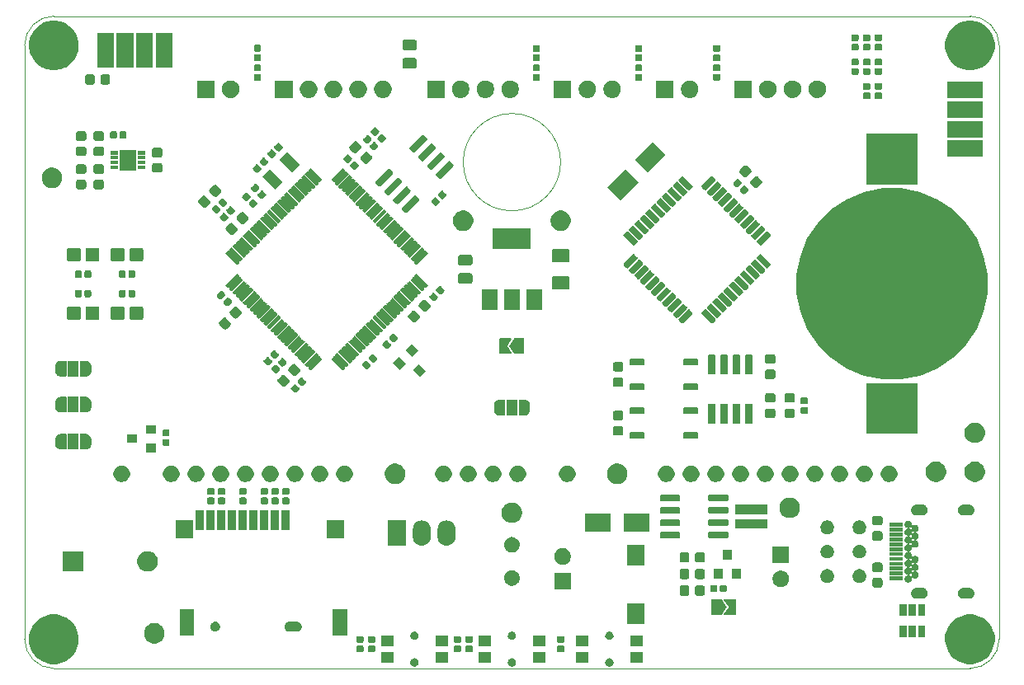
<source format=gbr>
G04 #@! TF.GenerationSoftware,KiCad,Pcbnew,5.1.5-52549c5~84~ubuntu16.04.1*
G04 #@! TF.CreationDate,2020-02-20T20:55:12+01:00*
G04 #@! TF.ProjectId,EmergencyWake,456d6572-6765-46e6-9379-57616b652e6b,rev?*
G04 #@! TF.SameCoordinates,PX5f5e100PY5f5e100*
G04 #@! TF.FileFunction,Soldermask,Top*
G04 #@! TF.FilePolarity,Negative*
%FSLAX46Y46*%
G04 Gerber Fmt 4.6, Leading zero omitted, Abs format (unit mm)*
G04 Created by KiCad (PCBNEW 5.1.5-52549c5~84~ubuntu16.04.1) date 2020-02-20 20:55:12*
%MOMM*%
%LPD*%
G04 APERTURE LIST*
%ADD10C,0.050000*%
%ADD11C,0.150000*%
G04 APERTURE END LIST*
D10*
X55000000Y-15000000D02*
G75*
G03X55000000Y-15000000I-5000000J0D01*
G01*
X3000000Y-67000000D02*
G75*
G02X0Y-64000000I0J3000000D01*
G01*
X100000000Y-64000000D02*
G75*
G02X97000000Y-67000000I-3000000J0D01*
G01*
X97000000Y0D02*
G75*
G02X100000000Y-3000000I0J-3000000D01*
G01*
X0Y-3000000D02*
G75*
G02X3000000Y0I3000000J0D01*
G01*
X0Y-64000000D02*
X0Y-3000000D01*
X97000000Y-67000000D02*
X3000000Y-67000000D01*
X100000000Y-3000000D02*
X100000000Y-64000000D01*
X3000000Y0D02*
X97000000Y0D01*
D11*
G36*
X40123966Y-65966332D02*
G01*
X40123969Y-65966333D01*
X40123968Y-65966333D01*
X40201313Y-65998370D01*
X40270921Y-66044881D01*
X40330119Y-66104079D01*
X40376630Y-66173687D01*
X40403171Y-66237763D01*
X40408668Y-66251034D01*
X40425000Y-66333140D01*
X40425000Y-66416860D01*
X40408668Y-66498966D01*
X40408667Y-66498968D01*
X40376630Y-66576313D01*
X40330119Y-66645921D01*
X40270921Y-66705119D01*
X40201313Y-66751630D01*
X40137237Y-66778171D01*
X40123966Y-66783668D01*
X40041860Y-66800000D01*
X39958140Y-66800000D01*
X39876034Y-66783668D01*
X39862763Y-66778171D01*
X39798687Y-66751630D01*
X39729079Y-66705119D01*
X39669881Y-66645921D01*
X39623370Y-66576313D01*
X39591333Y-66498968D01*
X39591332Y-66498966D01*
X39575000Y-66416860D01*
X39575000Y-66333140D01*
X39591332Y-66251034D01*
X39596829Y-66237763D01*
X39623370Y-66173687D01*
X39669881Y-66104079D01*
X39729079Y-66044881D01*
X39798687Y-65998370D01*
X39876032Y-65966333D01*
X39876031Y-65966333D01*
X39876034Y-65966332D01*
X39958140Y-65950000D01*
X40041860Y-65950000D01*
X40123966Y-65966332D01*
G37*
G36*
X50123966Y-65966332D02*
G01*
X50123969Y-65966333D01*
X50123968Y-65966333D01*
X50201313Y-65998370D01*
X50270921Y-66044881D01*
X50330119Y-66104079D01*
X50376630Y-66173687D01*
X50403171Y-66237763D01*
X50408668Y-66251034D01*
X50425000Y-66333140D01*
X50425000Y-66416860D01*
X50408668Y-66498966D01*
X50408667Y-66498968D01*
X50376630Y-66576313D01*
X50330119Y-66645921D01*
X50270921Y-66705119D01*
X50201313Y-66751630D01*
X50137237Y-66778171D01*
X50123966Y-66783668D01*
X50041860Y-66800000D01*
X49958140Y-66800000D01*
X49876034Y-66783668D01*
X49862763Y-66778171D01*
X49798687Y-66751630D01*
X49729079Y-66705119D01*
X49669881Y-66645921D01*
X49623370Y-66576313D01*
X49591333Y-66498968D01*
X49591332Y-66498966D01*
X49575000Y-66416860D01*
X49575000Y-66333140D01*
X49591332Y-66251034D01*
X49596829Y-66237763D01*
X49623370Y-66173687D01*
X49669881Y-66104079D01*
X49729079Y-66044881D01*
X49798687Y-65998370D01*
X49876032Y-65966333D01*
X49876031Y-65966333D01*
X49876034Y-65966332D01*
X49958140Y-65950000D01*
X50041860Y-65950000D01*
X50123966Y-65966332D01*
G37*
G36*
X60123966Y-65966332D02*
G01*
X60123969Y-65966333D01*
X60123968Y-65966333D01*
X60201313Y-65998370D01*
X60270921Y-66044881D01*
X60330119Y-66104079D01*
X60376630Y-66173687D01*
X60403171Y-66237763D01*
X60408668Y-66251034D01*
X60425000Y-66333140D01*
X60425000Y-66416860D01*
X60408668Y-66498966D01*
X60408667Y-66498968D01*
X60376630Y-66576313D01*
X60330119Y-66645921D01*
X60270921Y-66705119D01*
X60201313Y-66751630D01*
X60137237Y-66778171D01*
X60123966Y-66783668D01*
X60041860Y-66800000D01*
X59958140Y-66800000D01*
X59876034Y-66783668D01*
X59862763Y-66778171D01*
X59798687Y-66751630D01*
X59729079Y-66705119D01*
X59669881Y-66645921D01*
X59623370Y-66576313D01*
X59591333Y-66498968D01*
X59591332Y-66498966D01*
X59575000Y-66416860D01*
X59575000Y-66333140D01*
X59591332Y-66251034D01*
X59596829Y-66237763D01*
X59623370Y-66173687D01*
X59669881Y-66104079D01*
X59729079Y-66044881D01*
X59798687Y-65998370D01*
X59876032Y-65966333D01*
X59876031Y-65966333D01*
X59876034Y-65966332D01*
X59958140Y-65950000D01*
X60041860Y-65950000D01*
X60123966Y-65966332D01*
G37*
G36*
X97579589Y-61515330D02*
G01*
X97743807Y-61547995D01*
X98207878Y-61740220D01*
X98418120Y-61880699D01*
X98625529Y-62019285D01*
X98980715Y-62374471D01*
X99100776Y-62554155D01*
X99259780Y-62792122D01*
X99452005Y-63256193D01*
X99460039Y-63296583D01*
X99550000Y-63748845D01*
X99550000Y-64251155D01*
X99528960Y-64356929D01*
X99452005Y-64743807D01*
X99445806Y-64758772D01*
X99271309Y-65180046D01*
X99259780Y-65207878D01*
X99185833Y-65318548D01*
X98980715Y-65625529D01*
X98625529Y-65980715D01*
X98440901Y-66104079D01*
X98207878Y-66259780D01*
X97743807Y-66452005D01*
X97579589Y-66484670D01*
X97251155Y-66550000D01*
X96748845Y-66550000D01*
X96420411Y-66484670D01*
X96256193Y-66452005D01*
X95792122Y-66259780D01*
X95559099Y-66104079D01*
X95374471Y-65980715D01*
X95019285Y-65625529D01*
X94814167Y-65318548D01*
X94740220Y-65207878D01*
X94728692Y-65180046D01*
X94554194Y-64758772D01*
X94547995Y-64743807D01*
X94471040Y-64356929D01*
X94450000Y-64251155D01*
X94450000Y-63748845D01*
X94539961Y-63296583D01*
X94547995Y-63256193D01*
X94740220Y-62792122D01*
X94899224Y-62554155D01*
X95019285Y-62374471D01*
X95374471Y-62019285D01*
X95581880Y-61880699D01*
X95792122Y-61740220D01*
X96256193Y-61547995D01*
X96420411Y-61515330D01*
X96748845Y-61450000D01*
X97251155Y-61450000D01*
X97579589Y-61515330D01*
G37*
G36*
X3579589Y-61515330D02*
G01*
X3743807Y-61547995D01*
X4207878Y-61740220D01*
X4418120Y-61880699D01*
X4625529Y-62019285D01*
X4980715Y-62374471D01*
X5100776Y-62554155D01*
X5259780Y-62792122D01*
X5452005Y-63256193D01*
X5460039Y-63296583D01*
X5550000Y-63748845D01*
X5550000Y-64251155D01*
X5528960Y-64356929D01*
X5452005Y-64743807D01*
X5445806Y-64758772D01*
X5271309Y-65180046D01*
X5259780Y-65207878D01*
X5185833Y-65318548D01*
X4980715Y-65625529D01*
X4625529Y-65980715D01*
X4440901Y-66104079D01*
X4207878Y-66259780D01*
X3743807Y-66452005D01*
X3579589Y-66484670D01*
X3251155Y-66550000D01*
X2748845Y-66550000D01*
X2420411Y-66484670D01*
X2256193Y-66452005D01*
X1792122Y-66259780D01*
X1559099Y-66104079D01*
X1374471Y-65980715D01*
X1019285Y-65625529D01*
X814167Y-65318548D01*
X740220Y-65207878D01*
X728692Y-65180046D01*
X554194Y-64758772D01*
X547995Y-64743807D01*
X471040Y-64356929D01*
X450000Y-64251155D01*
X450000Y-63748845D01*
X539961Y-63296583D01*
X547995Y-63256193D01*
X740220Y-62792122D01*
X899224Y-62554155D01*
X1019285Y-62374471D01*
X1374471Y-62019285D01*
X1581880Y-61880699D01*
X1792122Y-61740220D01*
X2256193Y-61547995D01*
X2420411Y-61515330D01*
X2748845Y-61450000D01*
X3251155Y-61450000D01*
X3579589Y-61515330D01*
G37*
G36*
X47850000Y-66400000D02*
G01*
X46550000Y-66400000D01*
X46550000Y-65300000D01*
X47850000Y-65300000D01*
X47850000Y-66400000D01*
G37*
G36*
X53450000Y-66400000D02*
G01*
X52150000Y-66400000D01*
X52150000Y-65300000D01*
X53450000Y-65300000D01*
X53450000Y-66400000D01*
G37*
G36*
X63450000Y-66400000D02*
G01*
X62150000Y-66400000D01*
X62150000Y-65300000D01*
X63450000Y-65300000D01*
X63450000Y-66400000D01*
G37*
G36*
X57850000Y-66400000D02*
G01*
X56550000Y-66400000D01*
X56550000Y-65300000D01*
X57850000Y-65300000D01*
X57850000Y-66400000D01*
G37*
G36*
X37850000Y-66400000D02*
G01*
X36550000Y-66400000D01*
X36550000Y-65300000D01*
X37850000Y-65300000D01*
X37850000Y-66400000D01*
G37*
G36*
X43450000Y-66400000D02*
G01*
X42150000Y-66400000D01*
X42150000Y-65300000D01*
X43450000Y-65300000D01*
X43450000Y-66400000D01*
G37*
G36*
X34651228Y-64643071D02*
G01*
X34678855Y-64651452D01*
X34704311Y-64665058D01*
X34726627Y-64683373D01*
X34744942Y-64705689D01*
X34758548Y-64731145D01*
X34766929Y-64758772D01*
X34770000Y-64789954D01*
X34770000Y-65180046D01*
X34766929Y-65211228D01*
X34758548Y-65238855D01*
X34744942Y-65264311D01*
X34726627Y-65286627D01*
X34704311Y-65304942D01*
X34678855Y-65318548D01*
X34651228Y-65326929D01*
X34620046Y-65330000D01*
X34179954Y-65330000D01*
X34148772Y-65326929D01*
X34121145Y-65318548D01*
X34095689Y-65304942D01*
X34073373Y-65286627D01*
X34055058Y-65264311D01*
X34041452Y-65238855D01*
X34033071Y-65211228D01*
X34030000Y-65180046D01*
X34030000Y-64789954D01*
X34033071Y-64758772D01*
X34041452Y-64731145D01*
X34055058Y-64705689D01*
X34073373Y-64683373D01*
X34095689Y-64665058D01*
X34121145Y-64651452D01*
X34148772Y-64643071D01*
X34179954Y-64640000D01*
X34620046Y-64640000D01*
X34651228Y-64643071D01*
G37*
G36*
X55251228Y-64643071D02*
G01*
X55278855Y-64651452D01*
X55304311Y-64665058D01*
X55326627Y-64683373D01*
X55344942Y-64705689D01*
X55358548Y-64731145D01*
X55366929Y-64758772D01*
X55370000Y-64789954D01*
X55370000Y-65180046D01*
X55366929Y-65211228D01*
X55358548Y-65238855D01*
X55344942Y-65264311D01*
X55326627Y-65286627D01*
X55304311Y-65304942D01*
X55278855Y-65318548D01*
X55251228Y-65326929D01*
X55220046Y-65330000D01*
X54779954Y-65330000D01*
X54748772Y-65326929D01*
X54721145Y-65318548D01*
X54695689Y-65304942D01*
X54673373Y-65286627D01*
X54655058Y-65264311D01*
X54641452Y-65238855D01*
X54633071Y-65211228D01*
X54630000Y-65180046D01*
X54630000Y-64789954D01*
X54633071Y-64758772D01*
X54641452Y-64731145D01*
X54655058Y-64705689D01*
X54673373Y-64683373D01*
X54695689Y-64665058D01*
X54721145Y-64651452D01*
X54748772Y-64643071D01*
X54779954Y-64640000D01*
X55220046Y-64640000D01*
X55251228Y-64643071D01*
G37*
G36*
X45851228Y-64643071D02*
G01*
X45878855Y-64651452D01*
X45904311Y-64665058D01*
X45926627Y-64683373D01*
X45944942Y-64705689D01*
X45958548Y-64731145D01*
X45966929Y-64758772D01*
X45970000Y-64789954D01*
X45970000Y-65180046D01*
X45966929Y-65211228D01*
X45958548Y-65238855D01*
X45944942Y-65264311D01*
X45926627Y-65286627D01*
X45904311Y-65304942D01*
X45878855Y-65318548D01*
X45851228Y-65326929D01*
X45820046Y-65330000D01*
X45379954Y-65330000D01*
X45348772Y-65326929D01*
X45321145Y-65318548D01*
X45295689Y-65304942D01*
X45273373Y-65286627D01*
X45255058Y-65264311D01*
X45241452Y-65238855D01*
X45233071Y-65211228D01*
X45230000Y-65180046D01*
X45230000Y-64789954D01*
X45233071Y-64758772D01*
X45241452Y-64731145D01*
X45255058Y-64705689D01*
X45273373Y-64683373D01*
X45295689Y-64665058D01*
X45321145Y-64651452D01*
X45348772Y-64643071D01*
X45379954Y-64640000D01*
X45820046Y-64640000D01*
X45851228Y-64643071D01*
G37*
G36*
X44651228Y-64643071D02*
G01*
X44678855Y-64651452D01*
X44704311Y-64665058D01*
X44726627Y-64683373D01*
X44744942Y-64705689D01*
X44758548Y-64731145D01*
X44766929Y-64758772D01*
X44770000Y-64789954D01*
X44770000Y-65180046D01*
X44766929Y-65211228D01*
X44758548Y-65238855D01*
X44744942Y-65264311D01*
X44726627Y-65286627D01*
X44704311Y-65304942D01*
X44678855Y-65318548D01*
X44651228Y-65326929D01*
X44620046Y-65330000D01*
X44179954Y-65330000D01*
X44148772Y-65326929D01*
X44121145Y-65318548D01*
X44095689Y-65304942D01*
X44073373Y-65286627D01*
X44055058Y-65264311D01*
X44041452Y-65238855D01*
X44033071Y-65211228D01*
X44030000Y-65180046D01*
X44030000Y-64789954D01*
X44033071Y-64758772D01*
X44041452Y-64731145D01*
X44055058Y-64705689D01*
X44073373Y-64683373D01*
X44095689Y-64665058D01*
X44121145Y-64651452D01*
X44148772Y-64643071D01*
X44179954Y-64640000D01*
X44620046Y-64640000D01*
X44651228Y-64643071D01*
G37*
G36*
X35851228Y-64643071D02*
G01*
X35878855Y-64651452D01*
X35904311Y-64665058D01*
X35926627Y-64683373D01*
X35944942Y-64705689D01*
X35958548Y-64731145D01*
X35966929Y-64758772D01*
X35970000Y-64789954D01*
X35970000Y-65180046D01*
X35966929Y-65211228D01*
X35958548Y-65238855D01*
X35944942Y-65264311D01*
X35926627Y-65286627D01*
X35904311Y-65304942D01*
X35878855Y-65318548D01*
X35851228Y-65326929D01*
X35820046Y-65330000D01*
X35379954Y-65330000D01*
X35348772Y-65326929D01*
X35321145Y-65318548D01*
X35295689Y-65304942D01*
X35273373Y-65286627D01*
X35255058Y-65264311D01*
X35241452Y-65238855D01*
X35233071Y-65211228D01*
X35230000Y-65180046D01*
X35230000Y-64789954D01*
X35233071Y-64758772D01*
X35241452Y-64731145D01*
X35255058Y-64705689D01*
X35273373Y-64683373D01*
X35295689Y-64665058D01*
X35321145Y-64651452D01*
X35348772Y-64643071D01*
X35379954Y-64640000D01*
X35820046Y-64640000D01*
X35851228Y-64643071D01*
G37*
G36*
X63450000Y-64700000D02*
G01*
X62150000Y-64700000D01*
X62150000Y-63600000D01*
X63450000Y-63600000D01*
X63450000Y-64700000D01*
G37*
G36*
X57850000Y-64700000D02*
G01*
X56550000Y-64700000D01*
X56550000Y-63600000D01*
X57850000Y-63600000D01*
X57850000Y-64700000D01*
G37*
G36*
X47850000Y-64700000D02*
G01*
X46550000Y-64700000D01*
X46550000Y-63600000D01*
X47850000Y-63600000D01*
X47850000Y-64700000D01*
G37*
G36*
X53450000Y-64700000D02*
G01*
X52150000Y-64700000D01*
X52150000Y-63600000D01*
X53450000Y-63600000D01*
X53450000Y-64700000D01*
G37*
G36*
X43450000Y-64700000D02*
G01*
X42150000Y-64700000D01*
X42150000Y-63600000D01*
X43450000Y-63600000D01*
X43450000Y-64700000D01*
G37*
G36*
X37850000Y-64700000D02*
G01*
X36550000Y-64700000D01*
X36550000Y-63600000D01*
X37850000Y-63600000D01*
X37850000Y-64700000D01*
G37*
G36*
X13428687Y-62355027D02*
G01*
X13606274Y-62390350D01*
X13797362Y-62469502D01*
X13969336Y-62584411D01*
X14115589Y-62730664D01*
X14230498Y-62902638D01*
X14309650Y-63093726D01*
X14350000Y-63296584D01*
X14350000Y-63503416D01*
X14309650Y-63706274D01*
X14230498Y-63897362D01*
X14115589Y-64069336D01*
X13969336Y-64215589D01*
X13797362Y-64330498D01*
X13606274Y-64409650D01*
X13428687Y-64444973D01*
X13403417Y-64450000D01*
X13196583Y-64450000D01*
X13171313Y-64444973D01*
X12993726Y-64409650D01*
X12802638Y-64330498D01*
X12630664Y-64215589D01*
X12484411Y-64069336D01*
X12369502Y-63897362D01*
X12290350Y-63706274D01*
X12250000Y-63503416D01*
X12250000Y-63296584D01*
X12290350Y-63093726D01*
X12369502Y-62902638D01*
X12484411Y-62730664D01*
X12630664Y-62584411D01*
X12802638Y-62469502D01*
X12993726Y-62390350D01*
X13171313Y-62355027D01*
X13196583Y-62350000D01*
X13403417Y-62350000D01*
X13428687Y-62355027D01*
G37*
G36*
X35851228Y-63673071D02*
G01*
X35878855Y-63681452D01*
X35904311Y-63695058D01*
X35926627Y-63713373D01*
X35944942Y-63735689D01*
X35958548Y-63761145D01*
X35966929Y-63788772D01*
X35970000Y-63819954D01*
X35970000Y-64210046D01*
X35966929Y-64241228D01*
X35958548Y-64268855D01*
X35944942Y-64294311D01*
X35926627Y-64316627D01*
X35904311Y-64334942D01*
X35878855Y-64348548D01*
X35851228Y-64356929D01*
X35820046Y-64360000D01*
X35379954Y-64360000D01*
X35348772Y-64356929D01*
X35321145Y-64348548D01*
X35295689Y-64334942D01*
X35273373Y-64316627D01*
X35255058Y-64294311D01*
X35241452Y-64268855D01*
X35233071Y-64241228D01*
X35230000Y-64210046D01*
X35230000Y-63819954D01*
X35233071Y-63788772D01*
X35241452Y-63761145D01*
X35255058Y-63735689D01*
X35273373Y-63713373D01*
X35295689Y-63695058D01*
X35321145Y-63681452D01*
X35348772Y-63673071D01*
X35379954Y-63670000D01*
X35820046Y-63670000D01*
X35851228Y-63673071D01*
G37*
G36*
X45851228Y-63673071D02*
G01*
X45878855Y-63681452D01*
X45904311Y-63695058D01*
X45926627Y-63713373D01*
X45944942Y-63735689D01*
X45958548Y-63761145D01*
X45966929Y-63788772D01*
X45970000Y-63819954D01*
X45970000Y-64210046D01*
X45966929Y-64241228D01*
X45958548Y-64268855D01*
X45944942Y-64294311D01*
X45926627Y-64316627D01*
X45904311Y-64334942D01*
X45878855Y-64348548D01*
X45851228Y-64356929D01*
X45820046Y-64360000D01*
X45379954Y-64360000D01*
X45348772Y-64356929D01*
X45321145Y-64348548D01*
X45295689Y-64334942D01*
X45273373Y-64316627D01*
X45255058Y-64294311D01*
X45241452Y-64268855D01*
X45233071Y-64241228D01*
X45230000Y-64210046D01*
X45230000Y-63819954D01*
X45233071Y-63788772D01*
X45241452Y-63761145D01*
X45255058Y-63735689D01*
X45273373Y-63713373D01*
X45295689Y-63695058D01*
X45321145Y-63681452D01*
X45348772Y-63673071D01*
X45379954Y-63670000D01*
X45820046Y-63670000D01*
X45851228Y-63673071D01*
G37*
G36*
X55251228Y-63673071D02*
G01*
X55278855Y-63681452D01*
X55304311Y-63695058D01*
X55326627Y-63713373D01*
X55344942Y-63735689D01*
X55358548Y-63761145D01*
X55366929Y-63788772D01*
X55370000Y-63819954D01*
X55370000Y-64210046D01*
X55366929Y-64241228D01*
X55358548Y-64268855D01*
X55344942Y-64294311D01*
X55326627Y-64316627D01*
X55304311Y-64334942D01*
X55278855Y-64348548D01*
X55251228Y-64356929D01*
X55220046Y-64360000D01*
X54779954Y-64360000D01*
X54748772Y-64356929D01*
X54721145Y-64348548D01*
X54695689Y-64334942D01*
X54673373Y-64316627D01*
X54655058Y-64294311D01*
X54641452Y-64268855D01*
X54633071Y-64241228D01*
X54630000Y-64210046D01*
X54630000Y-63819954D01*
X54633071Y-63788772D01*
X54641452Y-63761145D01*
X54655058Y-63735689D01*
X54673373Y-63713373D01*
X54695689Y-63695058D01*
X54721145Y-63681452D01*
X54748772Y-63673071D01*
X54779954Y-63670000D01*
X55220046Y-63670000D01*
X55251228Y-63673071D01*
G37*
G36*
X44651228Y-63673071D02*
G01*
X44678855Y-63681452D01*
X44704311Y-63695058D01*
X44726627Y-63713373D01*
X44744942Y-63735689D01*
X44758548Y-63761145D01*
X44766929Y-63788772D01*
X44770000Y-63819954D01*
X44770000Y-64210046D01*
X44766929Y-64241228D01*
X44758548Y-64268855D01*
X44744942Y-64294311D01*
X44726627Y-64316627D01*
X44704311Y-64334942D01*
X44678855Y-64348548D01*
X44651228Y-64356929D01*
X44620046Y-64360000D01*
X44179954Y-64360000D01*
X44148772Y-64356929D01*
X44121145Y-64348548D01*
X44095689Y-64334942D01*
X44073373Y-64316627D01*
X44055058Y-64294311D01*
X44041452Y-64268855D01*
X44033071Y-64241228D01*
X44030000Y-64210046D01*
X44030000Y-63819954D01*
X44033071Y-63788772D01*
X44041452Y-63761145D01*
X44055058Y-63735689D01*
X44073373Y-63713373D01*
X44095689Y-63695058D01*
X44121145Y-63681452D01*
X44148772Y-63673071D01*
X44179954Y-63670000D01*
X44620046Y-63670000D01*
X44651228Y-63673071D01*
G37*
G36*
X34651228Y-63673071D02*
G01*
X34678855Y-63681452D01*
X34704311Y-63695058D01*
X34726627Y-63713373D01*
X34744942Y-63735689D01*
X34758548Y-63761145D01*
X34766929Y-63788772D01*
X34770000Y-63819954D01*
X34770000Y-64210046D01*
X34766929Y-64241228D01*
X34758548Y-64268855D01*
X34744942Y-64294311D01*
X34726627Y-64316627D01*
X34704311Y-64334942D01*
X34678855Y-64348548D01*
X34651228Y-64356929D01*
X34620046Y-64360000D01*
X34179954Y-64360000D01*
X34148772Y-64356929D01*
X34121145Y-64348548D01*
X34095689Y-64334942D01*
X34073373Y-64316627D01*
X34055058Y-64294311D01*
X34041452Y-64268855D01*
X34033071Y-64241228D01*
X34030000Y-64210046D01*
X34030000Y-63819954D01*
X34033071Y-63788772D01*
X34041452Y-63761145D01*
X34055058Y-63735689D01*
X34073373Y-63713373D01*
X34095689Y-63695058D01*
X34121145Y-63681452D01*
X34148772Y-63673071D01*
X34179954Y-63670000D01*
X34620046Y-63670000D01*
X34651228Y-63673071D01*
G37*
G36*
X40123966Y-63216332D02*
G01*
X40123969Y-63216333D01*
X40123968Y-63216333D01*
X40201313Y-63248370D01*
X40270921Y-63294881D01*
X40330119Y-63354079D01*
X40376630Y-63423687D01*
X40403171Y-63487763D01*
X40408668Y-63501034D01*
X40425000Y-63583140D01*
X40425000Y-63666860D01*
X40408668Y-63748966D01*
X40408667Y-63748968D01*
X40376630Y-63826313D01*
X40330119Y-63895921D01*
X40270921Y-63955119D01*
X40201313Y-64001630D01*
X40137237Y-64028171D01*
X40123966Y-64033668D01*
X40041860Y-64050000D01*
X39958140Y-64050000D01*
X39876034Y-64033668D01*
X39862763Y-64028171D01*
X39798687Y-64001630D01*
X39729079Y-63955119D01*
X39669881Y-63895921D01*
X39623370Y-63826313D01*
X39591333Y-63748968D01*
X39591332Y-63748966D01*
X39575000Y-63666860D01*
X39575000Y-63583140D01*
X39591332Y-63501034D01*
X39596829Y-63487763D01*
X39623370Y-63423687D01*
X39669881Y-63354079D01*
X39729079Y-63294881D01*
X39798687Y-63248370D01*
X39876032Y-63216333D01*
X39876031Y-63216333D01*
X39876034Y-63216332D01*
X39958140Y-63200000D01*
X40041860Y-63200000D01*
X40123966Y-63216332D01*
G37*
G36*
X50123966Y-63216332D02*
G01*
X50123969Y-63216333D01*
X50123968Y-63216333D01*
X50201313Y-63248370D01*
X50270921Y-63294881D01*
X50330119Y-63354079D01*
X50376630Y-63423687D01*
X50403171Y-63487763D01*
X50408668Y-63501034D01*
X50425000Y-63583140D01*
X50425000Y-63666860D01*
X50408668Y-63748966D01*
X50408667Y-63748968D01*
X50376630Y-63826313D01*
X50330119Y-63895921D01*
X50270921Y-63955119D01*
X50201313Y-64001630D01*
X50137237Y-64028171D01*
X50123966Y-64033668D01*
X50041860Y-64050000D01*
X49958140Y-64050000D01*
X49876034Y-64033668D01*
X49862763Y-64028171D01*
X49798687Y-64001630D01*
X49729079Y-63955119D01*
X49669881Y-63895921D01*
X49623370Y-63826313D01*
X49591333Y-63748968D01*
X49591332Y-63748966D01*
X49575000Y-63666860D01*
X49575000Y-63583140D01*
X49591332Y-63501034D01*
X49596829Y-63487763D01*
X49623370Y-63423687D01*
X49669881Y-63354079D01*
X49729079Y-63294881D01*
X49798687Y-63248370D01*
X49876032Y-63216333D01*
X49876031Y-63216333D01*
X49876034Y-63216332D01*
X49958140Y-63200000D01*
X50041860Y-63200000D01*
X50123966Y-63216332D01*
G37*
G36*
X60123966Y-63216332D02*
G01*
X60123969Y-63216333D01*
X60123968Y-63216333D01*
X60201313Y-63248370D01*
X60270921Y-63294881D01*
X60330119Y-63354079D01*
X60376630Y-63423687D01*
X60403171Y-63487763D01*
X60408668Y-63501034D01*
X60425000Y-63583140D01*
X60425000Y-63666860D01*
X60408668Y-63748966D01*
X60408667Y-63748968D01*
X60376630Y-63826313D01*
X60330119Y-63895921D01*
X60270921Y-63955119D01*
X60201313Y-64001630D01*
X60137237Y-64028171D01*
X60123966Y-64033668D01*
X60041860Y-64050000D01*
X59958140Y-64050000D01*
X59876034Y-64033668D01*
X59862763Y-64028171D01*
X59798687Y-64001630D01*
X59729079Y-63955119D01*
X59669881Y-63895921D01*
X59623370Y-63826313D01*
X59591333Y-63748968D01*
X59591332Y-63748966D01*
X59575000Y-63666860D01*
X59575000Y-63583140D01*
X59591332Y-63501034D01*
X59596829Y-63487763D01*
X59623370Y-63423687D01*
X59669881Y-63354079D01*
X59729079Y-63294881D01*
X59798687Y-63248370D01*
X59876032Y-63216333D01*
X59876031Y-63216333D01*
X59876034Y-63216332D01*
X59958140Y-63200000D01*
X60041860Y-63200000D01*
X60123966Y-63216332D01*
G37*
G36*
X91475000Y-63780000D02*
G01*
X90725000Y-63780000D01*
X90725000Y-62620000D01*
X91475000Y-62620000D01*
X91475000Y-63780000D01*
G37*
G36*
X92425000Y-63780000D02*
G01*
X91675000Y-63780000D01*
X91675000Y-62620000D01*
X92425000Y-62620000D01*
X92425000Y-63780000D01*
G37*
G36*
X90525000Y-63780000D02*
G01*
X89775000Y-63780000D01*
X89775000Y-62620000D01*
X90525000Y-62620000D01*
X90525000Y-63780000D01*
G37*
G36*
X17400000Y-63650000D02*
G01*
X15900000Y-63650000D01*
X15900000Y-60950000D01*
X17400000Y-60950000D01*
X17400000Y-63650000D01*
G37*
G36*
X33100000Y-63650000D02*
G01*
X31600000Y-63650000D01*
X31600000Y-60950000D01*
X33100000Y-60950000D01*
X33100000Y-63650000D01*
G37*
G36*
X28048017Y-62207234D02*
G01*
X28115663Y-62227755D01*
X28142267Y-62235825D01*
X28142269Y-62235826D01*
X28229127Y-62282252D01*
X28305264Y-62344736D01*
X28367748Y-62420873D01*
X28414174Y-62507731D01*
X28442766Y-62601983D01*
X28452419Y-62700000D01*
X28442766Y-62798017D01*
X28414174Y-62892269D01*
X28367748Y-62979127D01*
X28305264Y-63055264D01*
X28229127Y-63117748D01*
X28142269Y-63164174D01*
X28142267Y-63164175D01*
X28115663Y-63172245D01*
X28048017Y-63192766D01*
X27974564Y-63200000D01*
X27125436Y-63200000D01*
X27051983Y-63192766D01*
X26984337Y-63172245D01*
X26957733Y-63164175D01*
X26957731Y-63164174D01*
X26870873Y-63117748D01*
X26794736Y-63055264D01*
X26732252Y-62979127D01*
X26685826Y-62892269D01*
X26657234Y-62798017D01*
X26647581Y-62700000D01*
X26657234Y-62601983D01*
X26685826Y-62507731D01*
X26732252Y-62420873D01*
X26794736Y-62344736D01*
X26870873Y-62282252D01*
X26957731Y-62235826D01*
X26957733Y-62235825D01*
X26984337Y-62227755D01*
X27051983Y-62207234D01*
X27125436Y-62200000D01*
X27974564Y-62200000D01*
X28048017Y-62207234D01*
G37*
G36*
X19695843Y-62219214D02*
G01*
X19786837Y-62256905D01*
X19786839Y-62256906D01*
X19824772Y-62282252D01*
X19868730Y-62311624D01*
X19938376Y-62381270D01*
X19993095Y-62463163D01*
X20030786Y-62554157D01*
X20050000Y-62650753D01*
X20050000Y-62749247D01*
X20030786Y-62845843D01*
X20011556Y-62892269D01*
X19993094Y-62936839D01*
X19938375Y-63018731D01*
X19868731Y-63088375D01*
X19786839Y-63143094D01*
X19786838Y-63143095D01*
X19786837Y-63143095D01*
X19695843Y-63180786D01*
X19599247Y-63200000D01*
X19500753Y-63200000D01*
X19404157Y-63180786D01*
X19313163Y-63143095D01*
X19313162Y-63143095D01*
X19313161Y-63143094D01*
X19231269Y-63088375D01*
X19161625Y-63018731D01*
X19106906Y-62936839D01*
X19088444Y-62892269D01*
X19069214Y-62845843D01*
X19050000Y-62749247D01*
X19050000Y-62650753D01*
X19069214Y-62554157D01*
X19106905Y-62463163D01*
X19161624Y-62381270D01*
X19231270Y-62311624D01*
X19275228Y-62282252D01*
X19313161Y-62256906D01*
X19313163Y-62256905D01*
X19404157Y-62219214D01*
X19500753Y-62200000D01*
X19599247Y-62200000D01*
X19695843Y-62219214D01*
G37*
G36*
X63600000Y-62450000D02*
G01*
X61800000Y-62450000D01*
X61800000Y-60350000D01*
X63600000Y-60350000D01*
X63600000Y-62450000D01*
G37*
G36*
X91475000Y-61580000D02*
G01*
X90725000Y-61580000D01*
X90725000Y-60420000D01*
X91475000Y-60420000D01*
X91475000Y-61580000D01*
G37*
G36*
X92425000Y-61580000D02*
G01*
X91675000Y-61580000D01*
X91675000Y-60420000D01*
X92425000Y-60420000D01*
X92425000Y-61580000D01*
G37*
G36*
X90525000Y-61580000D02*
G01*
X89775000Y-61580000D01*
X89775000Y-60420000D01*
X90525000Y-60420000D01*
X90525000Y-61580000D01*
G37*
G36*
X72930794Y-59900328D02*
G01*
X72934802Y-59900723D01*
X72944227Y-59903582D01*
X72952913Y-59908225D01*
X72960526Y-59914474D01*
X72966775Y-59922087D01*
X72971418Y-59930773D01*
X72974277Y-59940198D01*
X72974277Y-59940200D01*
X72975484Y-59952454D01*
X72975484Y-61447546D01*
X72975242Y-61450000D01*
X72974277Y-61459802D01*
X72971418Y-61469227D01*
X72966775Y-61477913D01*
X72960526Y-61485526D01*
X72952913Y-61491775D01*
X72944227Y-61496418D01*
X72934802Y-61499277D01*
X72930794Y-61499672D01*
X72922546Y-61500484D01*
X71777454Y-61500484D01*
X71769206Y-61499672D01*
X71765198Y-61499277D01*
X71755773Y-61496418D01*
X71747087Y-61491775D01*
X71739474Y-61485526D01*
X71733225Y-61477913D01*
X71728582Y-61469227D01*
X71725723Y-61459802D01*
X71724758Y-61450000D01*
X71725723Y-61440198D01*
X71728582Y-61430773D01*
X71728584Y-61430768D01*
X71728587Y-61430760D01*
X71734349Y-61419965D01*
X72195836Y-60727734D01*
X72200447Y-60719085D01*
X72203282Y-60709703D01*
X72204233Y-60699948D01*
X72203262Y-60690194D01*
X72200407Y-60680818D01*
X72195836Y-60672266D01*
X71734355Y-59980044D01*
X71728563Y-59969181D01*
X71725712Y-59959747D01*
X71724758Y-59949949D01*
X71725733Y-59940149D01*
X71728602Y-59930725D01*
X71733255Y-59922042D01*
X71739512Y-59914435D01*
X71747130Y-59908196D01*
X71755819Y-59903563D01*
X71765263Y-59900709D01*
X71777444Y-59899516D01*
X72922546Y-59899516D01*
X72930794Y-59900328D01*
G37*
G36*
X71480794Y-59900328D02*
G01*
X71484802Y-59900723D01*
X71494227Y-59903582D01*
X71502859Y-59908196D01*
X71502913Y-59908225D01*
X71510479Y-59914435D01*
X71510526Y-59914474D01*
X71516804Y-59922131D01*
X71516822Y-59922158D01*
X71518378Y-59924056D01*
X72015645Y-60669956D01*
X72021436Y-60680818D01*
X72021438Y-60680822D01*
X72023987Y-60689256D01*
X72024288Y-60690253D01*
X72025242Y-60700051D01*
X72024267Y-60709851D01*
X72021389Y-60719303D01*
X72015659Y-60730023D01*
X71518366Y-61475963D01*
X71510565Y-61485488D01*
X71502958Y-61491745D01*
X71494275Y-61496398D01*
X71485241Y-61499148D01*
X71484853Y-61499266D01*
X71475000Y-61500242D01*
X71474971Y-61500242D01*
X71472528Y-61500484D01*
X70477454Y-61500484D01*
X70469206Y-61499672D01*
X70465198Y-61499277D01*
X70455773Y-61496418D01*
X70447087Y-61491775D01*
X70439474Y-61485526D01*
X70433225Y-61477913D01*
X70428582Y-61469227D01*
X70425723Y-61459802D01*
X70424758Y-61450000D01*
X70424516Y-61447546D01*
X70424516Y-59952454D01*
X70425723Y-59940200D01*
X70425723Y-59940198D01*
X70428582Y-59930773D01*
X70433225Y-59922087D01*
X70439474Y-59914474D01*
X70447087Y-59908225D01*
X70455773Y-59903582D01*
X70465198Y-59900723D01*
X70469206Y-59900328D01*
X70477454Y-59899516D01*
X71472546Y-59899516D01*
X71480794Y-59900328D01*
G37*
G36*
X96980885Y-58725305D02*
G01*
X97007819Y-58727958D01*
X97042377Y-58738441D01*
X97111496Y-58759408D01*
X97207039Y-58810477D01*
X97207040Y-58810478D01*
X97207042Y-58810479D01*
X97255198Y-58850000D01*
X97290790Y-58879210D01*
X97359523Y-58962961D01*
X97410592Y-59058504D01*
X97412111Y-59063513D01*
X97442042Y-59162181D01*
X97452661Y-59270000D01*
X97446870Y-59328803D01*
X97442042Y-59377818D01*
X97410592Y-59481496D01*
X97359523Y-59577039D01*
X97359521Y-59577042D01*
X97290790Y-59660790D01*
X97207042Y-59729521D01*
X97207040Y-59729522D01*
X97207039Y-59729523D01*
X97111496Y-59780592D01*
X97042377Y-59801559D01*
X97007819Y-59812042D01*
X96980885Y-59814695D01*
X96927020Y-59820000D01*
X96272980Y-59820000D01*
X96219115Y-59814695D01*
X96192181Y-59812042D01*
X96157623Y-59801559D01*
X96088504Y-59780592D01*
X95992961Y-59729523D01*
X95992960Y-59729522D01*
X95992958Y-59729521D01*
X95909210Y-59660790D01*
X95840479Y-59577042D01*
X95840477Y-59577039D01*
X95789408Y-59481496D01*
X95757958Y-59377818D01*
X95753131Y-59328803D01*
X95747339Y-59270000D01*
X95757958Y-59162181D01*
X95787889Y-59063513D01*
X95789408Y-59058504D01*
X95840477Y-58962961D01*
X95909210Y-58879210D01*
X95944802Y-58850000D01*
X95992958Y-58810479D01*
X95992960Y-58810478D01*
X95992961Y-58810477D01*
X96088504Y-58759408D01*
X96157623Y-58738441D01*
X96192181Y-58727958D01*
X96219115Y-58725305D01*
X96272980Y-58720000D01*
X96927020Y-58720000D01*
X96980885Y-58725305D01*
G37*
G36*
X92200885Y-58725305D02*
G01*
X92227819Y-58727958D01*
X92262377Y-58738441D01*
X92331496Y-58759408D01*
X92427039Y-58810477D01*
X92427040Y-58810478D01*
X92427042Y-58810479D01*
X92475198Y-58850000D01*
X92510790Y-58879210D01*
X92579523Y-58962961D01*
X92630592Y-59058504D01*
X92632111Y-59063513D01*
X92662042Y-59162181D01*
X92672661Y-59270000D01*
X92666870Y-59328803D01*
X92662042Y-59377818D01*
X92630592Y-59481496D01*
X92579523Y-59577039D01*
X92579521Y-59577042D01*
X92510790Y-59660790D01*
X92427042Y-59729521D01*
X92427040Y-59729522D01*
X92427039Y-59729523D01*
X92331496Y-59780592D01*
X92262377Y-59801559D01*
X92227819Y-59812042D01*
X92200885Y-59814695D01*
X92147020Y-59820000D01*
X91492980Y-59820000D01*
X91439115Y-59814695D01*
X91412181Y-59812042D01*
X91377623Y-59801559D01*
X91308504Y-59780592D01*
X91212961Y-59729523D01*
X91212960Y-59729522D01*
X91212958Y-59729521D01*
X91129210Y-59660790D01*
X91060479Y-59577042D01*
X91060477Y-59577039D01*
X91009408Y-59481496D01*
X90977958Y-59377818D01*
X90973131Y-59328803D01*
X90967339Y-59270000D01*
X90977958Y-59162181D01*
X91007889Y-59063513D01*
X91009408Y-59058504D01*
X91060477Y-58962961D01*
X91129210Y-58879210D01*
X91164802Y-58850000D01*
X91212958Y-58810479D01*
X91212960Y-58810478D01*
X91212961Y-58810477D01*
X91308504Y-58759408D01*
X91377623Y-58738441D01*
X91412181Y-58727958D01*
X91439115Y-58725305D01*
X91492980Y-58720000D01*
X92147020Y-58720000D01*
X92200885Y-58725305D01*
G37*
G36*
X68023879Y-58479440D02*
G01*
X68064870Y-58491874D01*
X68102645Y-58512065D01*
X68135758Y-58539242D01*
X68162935Y-58572355D01*
X68183126Y-58610130D01*
X68195560Y-58651121D01*
X68200000Y-58696204D01*
X68200000Y-59303796D01*
X68195560Y-59348879D01*
X68183126Y-59389870D01*
X68162935Y-59427645D01*
X68135758Y-59460758D01*
X68102645Y-59487935D01*
X68064870Y-59508126D01*
X68023879Y-59520560D01*
X67978796Y-59525000D01*
X67446204Y-59525000D01*
X67401121Y-59520560D01*
X67360130Y-59508126D01*
X67322355Y-59487935D01*
X67289242Y-59460758D01*
X67262065Y-59427645D01*
X67241874Y-59389870D01*
X67229440Y-59348879D01*
X67225000Y-59303796D01*
X67225000Y-58696204D01*
X67229440Y-58651121D01*
X67241874Y-58610130D01*
X67262065Y-58572355D01*
X67289242Y-58539242D01*
X67322355Y-58512065D01*
X67360130Y-58491874D01*
X67401121Y-58479440D01*
X67446204Y-58475000D01*
X67978796Y-58475000D01*
X68023879Y-58479440D01*
G37*
G36*
X69598879Y-58479440D02*
G01*
X69639870Y-58491874D01*
X69677645Y-58512065D01*
X69710758Y-58539242D01*
X69737935Y-58572355D01*
X69758126Y-58610130D01*
X69770560Y-58651121D01*
X69775000Y-58696204D01*
X69775000Y-59303796D01*
X69770560Y-59348879D01*
X69758126Y-59389870D01*
X69737935Y-59427645D01*
X69710758Y-59460758D01*
X69677645Y-59487935D01*
X69639870Y-59508126D01*
X69598879Y-59520560D01*
X69553796Y-59525000D01*
X69021204Y-59525000D01*
X68976121Y-59520560D01*
X68935130Y-59508126D01*
X68897355Y-59487935D01*
X68864242Y-59460758D01*
X68837065Y-59427645D01*
X68816874Y-59389870D01*
X68804440Y-59348879D01*
X68800000Y-59303796D01*
X68800000Y-58696204D01*
X68804440Y-58651121D01*
X68816874Y-58610130D01*
X68837065Y-58572355D01*
X68864242Y-58539242D01*
X68897355Y-58512065D01*
X68935130Y-58491874D01*
X68976121Y-58479440D01*
X69021204Y-58475000D01*
X69553796Y-58475000D01*
X69598879Y-58479440D01*
G37*
G36*
X71911228Y-58433071D02*
G01*
X71938855Y-58441452D01*
X71964311Y-58455058D01*
X71986627Y-58473373D01*
X72004942Y-58495689D01*
X72018548Y-58521145D01*
X72026929Y-58548772D01*
X72030000Y-58579954D01*
X72030000Y-59020046D01*
X72026929Y-59051228D01*
X72018548Y-59078855D01*
X72004942Y-59104311D01*
X71986627Y-59126627D01*
X71964311Y-59144942D01*
X71938855Y-59158548D01*
X71911228Y-59166929D01*
X71880046Y-59170000D01*
X71489954Y-59170000D01*
X71458772Y-59166929D01*
X71431145Y-59158548D01*
X71405689Y-59144942D01*
X71383373Y-59126627D01*
X71365058Y-59104311D01*
X71351452Y-59078855D01*
X71343071Y-59051228D01*
X71340000Y-59020046D01*
X71340000Y-58579954D01*
X71343071Y-58548772D01*
X71351452Y-58521145D01*
X71365058Y-58495689D01*
X71383373Y-58473373D01*
X71405689Y-58455058D01*
X71431145Y-58441452D01*
X71458772Y-58433071D01*
X71489954Y-58430000D01*
X71880046Y-58430000D01*
X71911228Y-58433071D01*
G37*
G36*
X70941228Y-58433071D02*
G01*
X70968855Y-58441452D01*
X70994311Y-58455058D01*
X71016627Y-58473373D01*
X71034942Y-58495689D01*
X71048548Y-58521145D01*
X71056929Y-58548772D01*
X71060000Y-58579954D01*
X71060000Y-59020046D01*
X71056929Y-59051228D01*
X71048548Y-59078855D01*
X71034942Y-59104311D01*
X71016627Y-59126627D01*
X70994311Y-59144942D01*
X70968855Y-59158548D01*
X70941228Y-59166929D01*
X70910046Y-59170000D01*
X70519954Y-59170000D01*
X70488772Y-59166929D01*
X70461145Y-59158548D01*
X70435689Y-59144942D01*
X70413373Y-59126627D01*
X70395058Y-59104311D01*
X70381452Y-59078855D01*
X70373071Y-59051228D01*
X70370000Y-59020046D01*
X70370000Y-58579954D01*
X70373071Y-58548772D01*
X70381452Y-58521145D01*
X70395058Y-58495689D01*
X70413373Y-58473373D01*
X70435689Y-58455058D01*
X70461145Y-58441452D01*
X70488772Y-58433071D01*
X70519954Y-58430000D01*
X70910046Y-58430000D01*
X70941228Y-58433071D01*
G37*
G36*
X56050000Y-58850000D02*
G01*
X54350000Y-58850000D01*
X54350000Y-57150000D01*
X56050000Y-57150000D01*
X56050000Y-58850000D01*
G37*
G36*
X87848879Y-57704440D02*
G01*
X87889870Y-57716874D01*
X87927645Y-57737065D01*
X87960758Y-57764242D01*
X87987935Y-57797355D01*
X88008126Y-57835130D01*
X88020560Y-57876121D01*
X88025000Y-57921204D01*
X88025000Y-58453796D01*
X88020560Y-58498879D01*
X88008126Y-58539870D01*
X87987935Y-58577645D01*
X87960758Y-58610758D01*
X87927645Y-58637935D01*
X87889870Y-58658126D01*
X87848879Y-58670560D01*
X87803796Y-58675000D01*
X87196204Y-58675000D01*
X87151121Y-58670560D01*
X87110130Y-58658126D01*
X87072355Y-58637935D01*
X87039242Y-58610758D01*
X87012065Y-58577645D01*
X86991874Y-58539870D01*
X86979440Y-58498879D01*
X86975000Y-58453796D01*
X86975000Y-57921204D01*
X86979440Y-57876121D01*
X86991874Y-57835130D01*
X87012065Y-57797355D01*
X87039242Y-57764242D01*
X87072355Y-57737065D01*
X87110130Y-57716874D01*
X87151121Y-57704440D01*
X87196204Y-57700000D01*
X87803796Y-57700000D01*
X87848879Y-57704440D01*
G37*
G36*
X77847934Y-56982664D02*
G01*
X78002625Y-57046739D01*
X78055296Y-57081933D01*
X78141844Y-57139762D01*
X78260238Y-57258156D01*
X78282371Y-57291281D01*
X78353261Y-57397375D01*
X78417336Y-57552066D01*
X78450000Y-57716281D01*
X78450000Y-57883719D01*
X78417336Y-58047934D01*
X78353261Y-58202625D01*
X78353260Y-58202626D01*
X78260238Y-58341844D01*
X78141844Y-58460238D01*
X78084013Y-58498879D01*
X78002625Y-58553261D01*
X77847934Y-58617336D01*
X77683719Y-58650000D01*
X77516281Y-58650000D01*
X77352066Y-58617336D01*
X77197375Y-58553261D01*
X77115987Y-58498879D01*
X77058156Y-58460238D01*
X76939762Y-58341844D01*
X76846740Y-58202626D01*
X76846739Y-58202625D01*
X76782664Y-58047934D01*
X76750000Y-57883719D01*
X76750000Y-57716281D01*
X76782664Y-57552066D01*
X76846739Y-57397375D01*
X76917629Y-57291281D01*
X76939762Y-57258156D01*
X77058156Y-57139762D01*
X77144704Y-57081933D01*
X77197375Y-57046739D01*
X77352066Y-56982664D01*
X77516281Y-56950000D01*
X77683719Y-56950000D01*
X77847934Y-56982664D01*
G37*
G36*
X50181832Y-56920495D02*
G01*
X50233351Y-56930743D01*
X50289032Y-56953807D01*
X50378941Y-56991048D01*
X50509969Y-57078598D01*
X50621402Y-57190031D01*
X50708952Y-57321059D01*
X50737609Y-57390245D01*
X50762361Y-57450000D01*
X50769257Y-57466650D01*
X50800000Y-57621205D01*
X50800000Y-57778795D01*
X50788794Y-57835130D01*
X50769257Y-57933351D01*
X50750917Y-57977627D01*
X50708952Y-58078941D01*
X50621402Y-58209969D01*
X50509969Y-58321402D01*
X50378941Y-58408952D01*
X50293656Y-58444278D01*
X50233351Y-58469257D01*
X50185359Y-58478803D01*
X50078795Y-58500000D01*
X49921205Y-58500000D01*
X49814641Y-58478803D01*
X49766649Y-58469257D01*
X49706344Y-58444278D01*
X49621059Y-58408952D01*
X49490031Y-58321402D01*
X49378598Y-58209969D01*
X49291048Y-58078941D01*
X49249083Y-57977627D01*
X49230743Y-57933351D01*
X49211206Y-57835130D01*
X49200000Y-57778795D01*
X49200000Y-57621205D01*
X49230743Y-57466650D01*
X49237640Y-57450000D01*
X49262391Y-57390245D01*
X49291048Y-57321059D01*
X49378598Y-57190031D01*
X49490031Y-57078598D01*
X49621059Y-56991048D01*
X49710968Y-56953807D01*
X49766649Y-56930743D01*
X49818168Y-56920495D01*
X49921205Y-56900000D01*
X50078795Y-56900000D01*
X50181832Y-56920495D01*
G37*
G36*
X82554181Y-56826900D02*
G01*
X82681573Y-56879667D01*
X82698956Y-56891282D01*
X82796224Y-56956274D01*
X82893726Y-57053776D01*
X82930437Y-57108718D01*
X82970333Y-57168427D01*
X83023100Y-57295819D01*
X83050000Y-57431055D01*
X83050000Y-57568945D01*
X83023100Y-57704181D01*
X82970333Y-57831573D01*
X82970332Y-57831574D01*
X82893726Y-57946224D01*
X82796224Y-58043726D01*
X82743519Y-58078942D01*
X82681573Y-58120333D01*
X82554181Y-58173100D01*
X82418945Y-58200000D01*
X82281055Y-58200000D01*
X82145819Y-58173100D01*
X82018427Y-58120333D01*
X81956481Y-58078942D01*
X81903776Y-58043726D01*
X81806274Y-57946224D01*
X81729668Y-57831574D01*
X81729667Y-57831573D01*
X81676900Y-57704181D01*
X81650000Y-57568945D01*
X81650000Y-57431055D01*
X81676900Y-57295819D01*
X81729667Y-57168427D01*
X81769563Y-57108718D01*
X81806274Y-57053776D01*
X81903776Y-56956274D01*
X82001044Y-56891282D01*
X82018427Y-56879667D01*
X82145819Y-56826900D01*
X82281055Y-56800000D01*
X82418945Y-56800000D01*
X82554181Y-56826900D01*
G37*
G36*
X85854181Y-56826900D02*
G01*
X85981573Y-56879667D01*
X85998956Y-56891282D01*
X86096224Y-56956274D01*
X86193726Y-57053776D01*
X86230437Y-57108718D01*
X86270333Y-57168427D01*
X86323100Y-57295819D01*
X86350000Y-57431055D01*
X86350000Y-57568945D01*
X86323100Y-57704181D01*
X86270333Y-57831573D01*
X86270332Y-57831574D01*
X86193726Y-57946224D01*
X86096224Y-58043726D01*
X86043519Y-58078942D01*
X85981573Y-58120333D01*
X85854181Y-58173100D01*
X85718945Y-58200000D01*
X85581055Y-58200000D01*
X85445819Y-58173100D01*
X85318427Y-58120333D01*
X85256481Y-58078942D01*
X85203776Y-58043726D01*
X85106274Y-57946224D01*
X85029668Y-57831574D01*
X85029667Y-57831573D01*
X84976900Y-57704181D01*
X84950000Y-57568945D01*
X84950000Y-57431055D01*
X84976900Y-57295819D01*
X85029667Y-57168427D01*
X85069563Y-57108718D01*
X85106274Y-57053776D01*
X85203776Y-56956274D01*
X85301044Y-56891282D01*
X85318427Y-56879667D01*
X85445819Y-56826900D01*
X85581055Y-56800000D01*
X85718945Y-56800000D01*
X85854181Y-56826900D01*
G37*
G36*
X90779383Y-51839411D02*
G01*
X90839919Y-51864486D01*
X90847629Y-51867680D01*
X90865569Y-51879667D01*
X90909047Y-51908718D01*
X90961282Y-51960953D01*
X91002321Y-52022373D01*
X91030589Y-52090617D01*
X91045000Y-52163065D01*
X91045000Y-52236935D01*
X91042386Y-52250074D01*
X91040627Y-52258921D01*
X91037989Y-52272179D01*
X91037028Y-52281933D01*
X91037989Y-52291688D01*
X91040834Y-52301067D01*
X91045454Y-52309711D01*
X91051672Y-52317288D01*
X91059248Y-52323506D01*
X91067893Y-52328127D01*
X91077272Y-52330972D01*
X91087026Y-52331933D01*
X91096781Y-52330972D01*
X91106160Y-52328127D01*
X91114804Y-52323507D01*
X91122382Y-52317289D01*
X91130953Y-52308718D01*
X91185638Y-52272179D01*
X91192371Y-52267680D01*
X91200734Y-52264216D01*
X91260617Y-52239411D01*
X91333065Y-52225000D01*
X91406935Y-52225000D01*
X91479383Y-52239411D01*
X91539267Y-52264216D01*
X91547629Y-52267680D01*
X91554362Y-52272179D01*
X91609047Y-52308718D01*
X91661282Y-52360953D01*
X91702321Y-52422373D01*
X91730589Y-52490617D01*
X91745000Y-52563065D01*
X91745000Y-52636935D01*
X91738884Y-52667680D01*
X91730589Y-52709383D01*
X91702320Y-52777629D01*
X91661281Y-52839048D01*
X91609048Y-52891281D01*
X91547629Y-52932320D01*
X91547628Y-52932321D01*
X91547627Y-52932321D01*
X91495756Y-52953807D01*
X91487112Y-52958427D01*
X91479535Y-52964645D01*
X91473317Y-52972222D01*
X91468697Y-52980866D01*
X91465852Y-52990246D01*
X91464891Y-53000000D01*
X91465852Y-53009755D01*
X91468697Y-53019134D01*
X91473317Y-53027778D01*
X91479535Y-53035355D01*
X91487112Y-53041573D01*
X91495756Y-53046193D01*
X91547629Y-53067680D01*
X91554362Y-53072179D01*
X91609047Y-53108718D01*
X91661282Y-53160953D01*
X91702321Y-53222373D01*
X91730589Y-53290617D01*
X91745000Y-53363065D01*
X91745000Y-53436935D01*
X91730589Y-53509383D01*
X91702488Y-53577225D01*
X91702320Y-53577629D01*
X91693353Y-53591049D01*
X91666492Y-53631250D01*
X91661281Y-53639048D01*
X91609048Y-53691281D01*
X91547629Y-53732320D01*
X91547628Y-53732321D01*
X91547627Y-53732321D01*
X91495756Y-53753807D01*
X91487112Y-53758427D01*
X91479535Y-53764645D01*
X91473317Y-53772222D01*
X91468697Y-53780866D01*
X91465852Y-53790246D01*
X91464891Y-53800000D01*
X91465852Y-53809755D01*
X91468697Y-53819134D01*
X91473317Y-53827778D01*
X91479535Y-53835355D01*
X91487112Y-53841573D01*
X91495756Y-53846193D01*
X91520509Y-53856446D01*
X91547629Y-53867680D01*
X91551574Y-53870316D01*
X91609047Y-53908718D01*
X91661282Y-53960953D01*
X91702321Y-54022373D01*
X91730589Y-54090617D01*
X91745000Y-54163065D01*
X91745000Y-54236935D01*
X91738884Y-54267680D01*
X91730589Y-54309383D01*
X91702320Y-54377629D01*
X91661281Y-54439048D01*
X91609048Y-54491281D01*
X91547629Y-54532320D01*
X91547628Y-54532321D01*
X91547627Y-54532321D01*
X91479383Y-54560589D01*
X91406935Y-54575000D01*
X91333065Y-54575000D01*
X91260617Y-54560589D01*
X91192373Y-54532321D01*
X91192372Y-54532321D01*
X91192371Y-54532320D01*
X91130952Y-54491281D01*
X91122382Y-54482711D01*
X91114805Y-54476493D01*
X91106161Y-54471873D01*
X91096781Y-54469028D01*
X91087027Y-54468067D01*
X91077273Y-54469028D01*
X91067893Y-54471873D01*
X91059249Y-54476493D01*
X91051672Y-54482711D01*
X91045454Y-54490288D01*
X91040834Y-54498932D01*
X91037989Y-54508312D01*
X91037028Y-54518066D01*
X91037989Y-54527818D01*
X91045000Y-54563066D01*
X91045000Y-54636934D01*
X91030589Y-54709383D01*
X91002320Y-54777629D01*
X90961281Y-54839048D01*
X90909048Y-54891281D01*
X90847629Y-54932320D01*
X90847628Y-54932321D01*
X90847627Y-54932321D01*
X90795756Y-54953807D01*
X90787112Y-54958427D01*
X90779535Y-54964645D01*
X90773317Y-54972222D01*
X90768697Y-54980866D01*
X90765852Y-54990246D01*
X90764891Y-55000000D01*
X90765852Y-55009755D01*
X90768697Y-55019134D01*
X90773317Y-55027778D01*
X90779535Y-55035355D01*
X90787112Y-55041573D01*
X90795756Y-55046193D01*
X90847629Y-55067680D01*
X90858584Y-55075000D01*
X90909047Y-55108718D01*
X90961282Y-55160953D01*
X91002321Y-55222373D01*
X91030589Y-55290617D01*
X91045000Y-55363065D01*
X91045000Y-55436935D01*
X91037989Y-55472179D01*
X91037028Y-55481933D01*
X91037989Y-55491688D01*
X91040834Y-55501067D01*
X91045454Y-55509711D01*
X91051672Y-55517288D01*
X91059248Y-55523506D01*
X91067893Y-55528127D01*
X91077272Y-55530972D01*
X91087026Y-55531933D01*
X91096781Y-55530972D01*
X91106160Y-55528127D01*
X91114804Y-55523507D01*
X91122382Y-55517289D01*
X91130953Y-55508718D01*
X91185638Y-55472179D01*
X91192371Y-55467680D01*
X91260617Y-55439411D01*
X91273070Y-55436934D01*
X91333065Y-55425000D01*
X91406935Y-55425000D01*
X91466930Y-55436934D01*
X91479383Y-55439411D01*
X91547629Y-55467680D01*
X91554362Y-55472179D01*
X91609047Y-55508718D01*
X91661282Y-55560953D01*
X91681662Y-55591454D01*
X91700958Y-55620332D01*
X91702321Y-55622373D01*
X91730589Y-55690617D01*
X91745000Y-55763065D01*
X91745000Y-55836935D01*
X91738884Y-55867680D01*
X91730589Y-55909383D01*
X91702320Y-55977629D01*
X91661281Y-56039048D01*
X91609048Y-56091281D01*
X91547629Y-56132320D01*
X91547628Y-56132321D01*
X91547627Y-56132321D01*
X91495756Y-56153807D01*
X91487112Y-56158427D01*
X91479535Y-56164645D01*
X91473317Y-56172222D01*
X91468697Y-56180866D01*
X91465852Y-56190246D01*
X91464891Y-56200000D01*
X91465852Y-56209755D01*
X91468697Y-56219134D01*
X91473317Y-56227778D01*
X91479535Y-56235355D01*
X91487112Y-56241573D01*
X91495756Y-56246193D01*
X91547629Y-56267680D01*
X91554362Y-56272179D01*
X91609047Y-56308718D01*
X91661282Y-56360953D01*
X91702321Y-56422373D01*
X91730589Y-56490617D01*
X91745000Y-56563065D01*
X91745000Y-56636935D01*
X91730589Y-56709383D01*
X91702321Y-56777627D01*
X91669398Y-56826901D01*
X91661281Y-56839048D01*
X91609048Y-56891281D01*
X91547629Y-56932320D01*
X91547628Y-56932321D01*
X91547627Y-56932321D01*
X91495756Y-56953807D01*
X91487112Y-56958427D01*
X91479535Y-56964645D01*
X91473317Y-56972222D01*
X91468697Y-56980866D01*
X91465852Y-56990246D01*
X91464891Y-57000000D01*
X91465852Y-57009755D01*
X91468697Y-57019134D01*
X91473317Y-57027778D01*
X91479535Y-57035355D01*
X91487112Y-57041573D01*
X91495756Y-57046193D01*
X91526484Y-57058921D01*
X91547629Y-57067680D01*
X91554362Y-57072179D01*
X91609047Y-57108718D01*
X91661282Y-57160953D01*
X91702321Y-57222373D01*
X91730589Y-57290617D01*
X91745000Y-57363065D01*
X91745000Y-57436935D01*
X91738884Y-57467680D01*
X91730589Y-57509383D01*
X91702320Y-57577629D01*
X91684836Y-57603796D01*
X91661282Y-57639047D01*
X91609047Y-57691282D01*
X91589354Y-57704440D01*
X91547629Y-57732320D01*
X91547628Y-57732321D01*
X91547627Y-57732321D01*
X91479383Y-57760589D01*
X91406935Y-57775000D01*
X91333065Y-57775000D01*
X91260617Y-57760589D01*
X91192373Y-57732321D01*
X91192372Y-57732321D01*
X91192371Y-57732320D01*
X91150646Y-57704440D01*
X91130953Y-57691282D01*
X91122382Y-57682711D01*
X91114805Y-57676493D01*
X91106161Y-57671873D01*
X91096781Y-57669028D01*
X91087027Y-57668067D01*
X91077273Y-57669028D01*
X91067893Y-57671873D01*
X91059249Y-57676493D01*
X91051672Y-57682711D01*
X91045454Y-57690288D01*
X91040834Y-57698932D01*
X91037989Y-57708312D01*
X91037028Y-57718066D01*
X91037989Y-57727818D01*
X91042386Y-57749926D01*
X91045000Y-57763065D01*
X91045000Y-57836935D01*
X91030589Y-57909383D01*
X91016354Y-57943750D01*
X91002320Y-57977629D01*
X90961281Y-58039048D01*
X90909048Y-58091281D01*
X90847629Y-58132320D01*
X90847628Y-58132321D01*
X90847627Y-58132321D01*
X90779383Y-58160589D01*
X90706935Y-58175000D01*
X90633065Y-58175000D01*
X90560617Y-58160589D01*
X90492373Y-58132321D01*
X90492372Y-58132321D01*
X90492371Y-58132320D01*
X90430952Y-58091281D01*
X90378719Y-58039048D01*
X90337680Y-57977629D01*
X90323647Y-57943750D01*
X90309411Y-57909383D01*
X90295000Y-57836935D01*
X90295000Y-57763065D01*
X90309411Y-57690617D01*
X90337679Y-57622373D01*
X90350092Y-57603796D01*
X90378719Y-57560952D01*
X90430952Y-57508719D01*
X90492371Y-57467680D01*
X90494858Y-57466650D01*
X90544244Y-57446193D01*
X90552888Y-57441573D01*
X90560465Y-57435355D01*
X90566683Y-57427778D01*
X90571303Y-57419134D01*
X90574148Y-57409754D01*
X90575109Y-57400000D01*
X90764891Y-57400000D01*
X90765852Y-57409755D01*
X90768697Y-57419134D01*
X90773317Y-57427778D01*
X90779535Y-57435355D01*
X90787112Y-57441573D01*
X90795756Y-57446193D01*
X90845143Y-57466650D01*
X90847629Y-57467680D01*
X90878546Y-57488338D01*
X90909047Y-57508718D01*
X90917618Y-57517289D01*
X90925195Y-57523507D01*
X90933839Y-57528127D01*
X90943219Y-57530972D01*
X90952973Y-57531933D01*
X90962727Y-57530972D01*
X90972107Y-57528127D01*
X90980751Y-57523507D01*
X90988328Y-57517289D01*
X90994546Y-57509712D01*
X90999166Y-57501068D01*
X91002011Y-57491688D01*
X91002972Y-57481934D01*
X91002011Y-57472179D01*
X90995000Y-57436935D01*
X90995000Y-57363065D01*
X91002011Y-57327821D01*
X91002972Y-57318067D01*
X91002011Y-57308312D01*
X90999166Y-57298933D01*
X90994546Y-57290289D01*
X90988328Y-57282712D01*
X90980752Y-57276494D01*
X90972107Y-57271873D01*
X90962728Y-57269028D01*
X90952974Y-57268067D01*
X90943219Y-57269028D01*
X90933840Y-57271873D01*
X90925196Y-57276493D01*
X90917618Y-57282711D01*
X90909047Y-57291282D01*
X90897596Y-57298933D01*
X90847629Y-57332320D01*
X90847628Y-57332321D01*
X90847627Y-57332321D01*
X90795756Y-57353807D01*
X90787112Y-57358427D01*
X90779535Y-57364645D01*
X90773317Y-57372222D01*
X90768697Y-57380866D01*
X90765852Y-57390246D01*
X90764891Y-57400000D01*
X90575109Y-57400000D01*
X90574148Y-57390245D01*
X90571303Y-57380866D01*
X90566683Y-57372222D01*
X90560465Y-57364645D01*
X90552888Y-57358427D01*
X90544244Y-57353807D01*
X90492373Y-57332321D01*
X90492372Y-57332321D01*
X90492371Y-57332320D01*
X90442404Y-57298933D01*
X90430953Y-57291282D01*
X90378718Y-57239047D01*
X90337679Y-57177627D01*
X90309411Y-57109383D01*
X90295000Y-57036935D01*
X90295000Y-56963065D01*
X90303950Y-56918066D01*
X91037028Y-56918066D01*
X91037989Y-56927818D01*
X91038884Y-56932320D01*
X91045000Y-56963065D01*
X91045000Y-57036935D01*
X91042401Y-57050000D01*
X91040627Y-57058921D01*
X91037989Y-57072179D01*
X91037028Y-57081933D01*
X91037989Y-57091688D01*
X91040834Y-57101067D01*
X91045454Y-57109711D01*
X91051672Y-57117288D01*
X91059248Y-57123506D01*
X91067893Y-57128127D01*
X91077272Y-57130972D01*
X91087026Y-57131933D01*
X91096781Y-57130972D01*
X91106160Y-57128127D01*
X91114804Y-57123507D01*
X91122382Y-57117289D01*
X91130953Y-57108718D01*
X91185638Y-57072179D01*
X91192371Y-57067680D01*
X91213517Y-57058921D01*
X91244244Y-57046193D01*
X91252888Y-57041573D01*
X91260465Y-57035355D01*
X91266683Y-57027778D01*
X91271303Y-57019134D01*
X91274148Y-57009754D01*
X91275109Y-57000000D01*
X91274148Y-56990245D01*
X91271303Y-56980866D01*
X91266683Y-56972222D01*
X91260465Y-56964645D01*
X91252888Y-56958427D01*
X91244244Y-56953807D01*
X91192373Y-56932321D01*
X91192372Y-56932321D01*
X91192371Y-56932320D01*
X91130952Y-56891281D01*
X91122382Y-56882711D01*
X91114805Y-56876493D01*
X91106161Y-56871873D01*
X91096781Y-56869028D01*
X91087027Y-56868067D01*
X91077273Y-56869028D01*
X91067893Y-56871873D01*
X91059249Y-56876493D01*
X91051672Y-56882711D01*
X91045454Y-56890288D01*
X91040834Y-56898932D01*
X91037989Y-56908312D01*
X91037028Y-56918066D01*
X90303950Y-56918066D01*
X90309411Y-56890617D01*
X90337679Y-56822373D01*
X90378718Y-56760953D01*
X90430953Y-56708718D01*
X90461454Y-56688338D01*
X90492371Y-56667680D01*
X90544244Y-56646193D01*
X90552888Y-56641573D01*
X90560465Y-56635355D01*
X90566683Y-56627778D01*
X90571303Y-56619134D01*
X90574148Y-56609754D01*
X90575109Y-56600000D01*
X90764891Y-56600000D01*
X90765852Y-56609755D01*
X90768697Y-56619134D01*
X90773317Y-56627778D01*
X90779535Y-56635355D01*
X90787112Y-56641573D01*
X90795756Y-56646193D01*
X90847629Y-56667680D01*
X90878546Y-56688338D01*
X90909047Y-56708718D01*
X90917618Y-56717289D01*
X90925195Y-56723507D01*
X90933839Y-56728127D01*
X90943219Y-56730972D01*
X90952973Y-56731933D01*
X90962727Y-56730972D01*
X90972107Y-56728127D01*
X90980751Y-56723507D01*
X90988328Y-56717289D01*
X90994546Y-56709712D01*
X90999166Y-56701068D01*
X91002011Y-56691688D01*
X91002972Y-56681934D01*
X91002011Y-56672179D01*
X90995000Y-56636935D01*
X90995000Y-56563065D01*
X91002011Y-56527821D01*
X91002972Y-56518067D01*
X91002011Y-56508312D01*
X90999166Y-56498933D01*
X90994546Y-56490289D01*
X90988328Y-56482712D01*
X90980752Y-56476494D01*
X90972107Y-56471873D01*
X90962728Y-56469028D01*
X90952974Y-56468067D01*
X90943219Y-56469028D01*
X90933840Y-56471873D01*
X90925196Y-56476493D01*
X90917618Y-56482711D01*
X90909047Y-56491282D01*
X90897596Y-56498933D01*
X90847629Y-56532320D01*
X90847628Y-56532321D01*
X90847627Y-56532321D01*
X90795756Y-56553807D01*
X90787112Y-56558427D01*
X90779535Y-56564645D01*
X90773317Y-56572222D01*
X90768697Y-56580866D01*
X90765852Y-56590246D01*
X90764891Y-56600000D01*
X90575109Y-56600000D01*
X90574148Y-56590245D01*
X90571303Y-56580866D01*
X90566683Y-56572222D01*
X90560465Y-56564645D01*
X90552888Y-56558427D01*
X90544244Y-56553807D01*
X90492373Y-56532321D01*
X90492372Y-56532321D01*
X90492371Y-56532320D01*
X90442404Y-56498933D01*
X90430953Y-56491282D01*
X90378718Y-56439047D01*
X90337679Y-56377627D01*
X90309411Y-56309383D01*
X90295000Y-56236935D01*
X90295000Y-56163065D01*
X90303950Y-56118066D01*
X91037028Y-56118066D01*
X91037989Y-56127821D01*
X91045000Y-56163065D01*
X91045000Y-56236935D01*
X91037989Y-56272179D01*
X91037028Y-56281933D01*
X91037989Y-56291688D01*
X91040834Y-56301067D01*
X91045454Y-56309711D01*
X91051672Y-56317288D01*
X91059248Y-56323506D01*
X91067893Y-56328127D01*
X91077272Y-56330972D01*
X91087026Y-56331933D01*
X91096781Y-56330972D01*
X91106160Y-56328127D01*
X91114804Y-56323507D01*
X91122382Y-56317289D01*
X91130953Y-56308718D01*
X91185638Y-56272179D01*
X91192371Y-56267680D01*
X91244244Y-56246193D01*
X91252888Y-56241573D01*
X91260465Y-56235355D01*
X91266683Y-56227778D01*
X91271303Y-56219134D01*
X91274148Y-56209754D01*
X91275109Y-56200000D01*
X91274148Y-56190245D01*
X91271303Y-56180866D01*
X91266683Y-56172222D01*
X91260465Y-56164645D01*
X91252888Y-56158427D01*
X91244244Y-56153807D01*
X91192373Y-56132321D01*
X91192372Y-56132321D01*
X91192371Y-56132320D01*
X91130952Y-56091281D01*
X91122382Y-56082711D01*
X91114805Y-56076493D01*
X91106161Y-56071873D01*
X91096781Y-56069028D01*
X91087027Y-56068067D01*
X91077273Y-56069028D01*
X91067893Y-56071873D01*
X91059249Y-56076493D01*
X91051672Y-56082711D01*
X91045454Y-56090288D01*
X91040834Y-56098932D01*
X91037989Y-56108312D01*
X91037028Y-56118066D01*
X90303950Y-56118066D01*
X90309411Y-56090617D01*
X90337679Y-56022373D01*
X90341490Y-56016670D01*
X90378719Y-55960952D01*
X90430952Y-55908719D01*
X90438320Y-55903796D01*
X90461454Y-55888338D01*
X90492371Y-55867680D01*
X90544244Y-55846193D01*
X90552888Y-55841573D01*
X90560465Y-55835355D01*
X90566683Y-55827778D01*
X90571303Y-55819134D01*
X90574148Y-55809754D01*
X90575109Y-55800000D01*
X90764891Y-55800000D01*
X90765852Y-55809755D01*
X90768697Y-55819134D01*
X90773317Y-55827778D01*
X90779535Y-55835355D01*
X90787112Y-55841573D01*
X90795756Y-55846193D01*
X90847629Y-55867680D01*
X90878546Y-55888338D01*
X90909047Y-55908718D01*
X90917618Y-55917289D01*
X90925195Y-55923507D01*
X90933839Y-55928127D01*
X90943219Y-55930972D01*
X90952973Y-55931933D01*
X90962727Y-55930972D01*
X90972107Y-55928127D01*
X90980751Y-55923507D01*
X90988328Y-55917289D01*
X90994546Y-55909712D01*
X90999166Y-55901068D01*
X91002011Y-55891688D01*
X91002972Y-55881934D01*
X91002011Y-55872179D01*
X90995000Y-55836935D01*
X90995000Y-55763065D01*
X91002011Y-55727821D01*
X91002972Y-55718067D01*
X91002011Y-55708312D01*
X90999166Y-55698933D01*
X90994546Y-55690289D01*
X90988328Y-55682712D01*
X90980752Y-55676494D01*
X90972107Y-55671873D01*
X90962728Y-55669028D01*
X90952974Y-55668067D01*
X90943219Y-55669028D01*
X90933840Y-55671873D01*
X90925196Y-55676493D01*
X90917618Y-55682711D01*
X90909048Y-55691281D01*
X90847629Y-55732320D01*
X90847628Y-55732321D01*
X90847627Y-55732321D01*
X90795756Y-55753807D01*
X90787112Y-55758427D01*
X90779535Y-55764645D01*
X90773317Y-55772222D01*
X90768697Y-55780866D01*
X90765852Y-55790246D01*
X90764891Y-55800000D01*
X90575109Y-55800000D01*
X90574148Y-55790245D01*
X90571303Y-55780866D01*
X90566683Y-55772222D01*
X90560465Y-55764645D01*
X90552888Y-55758427D01*
X90544244Y-55753807D01*
X90492373Y-55732321D01*
X90492372Y-55732321D01*
X90492371Y-55732320D01*
X90430952Y-55691281D01*
X90378719Y-55639048D01*
X90337680Y-55577629D01*
X90309411Y-55509383D01*
X90301116Y-55467680D01*
X90295000Y-55436935D01*
X90295000Y-55363065D01*
X90309411Y-55290617D01*
X90337679Y-55222373D01*
X90378718Y-55160953D01*
X90430953Y-55108718D01*
X90481416Y-55075000D01*
X90492371Y-55067680D01*
X90544244Y-55046193D01*
X90552888Y-55041573D01*
X90560465Y-55035355D01*
X90566683Y-55027778D01*
X90571303Y-55019134D01*
X90574148Y-55009754D01*
X90575109Y-55000000D01*
X90574148Y-54990245D01*
X90571303Y-54980866D01*
X90566683Y-54972222D01*
X90560465Y-54964645D01*
X90552888Y-54958427D01*
X90544244Y-54953807D01*
X90492373Y-54932321D01*
X90492372Y-54932321D01*
X90492371Y-54932320D01*
X90430952Y-54891281D01*
X90378719Y-54839048D01*
X90337680Y-54777629D01*
X90309411Y-54709383D01*
X90295000Y-54636934D01*
X90295000Y-54563066D01*
X90301116Y-54532321D01*
X90309411Y-54490617D01*
X90337679Y-54422373D01*
X90378718Y-54360953D01*
X90430953Y-54308718D01*
X90461454Y-54288338D01*
X90492371Y-54267680D01*
X90530363Y-54251943D01*
X90544244Y-54246193D01*
X90552888Y-54241573D01*
X90560465Y-54235355D01*
X90566683Y-54227778D01*
X90571303Y-54219134D01*
X90574148Y-54209754D01*
X90575109Y-54200000D01*
X90764891Y-54200000D01*
X90765852Y-54209755D01*
X90768697Y-54219134D01*
X90773317Y-54227778D01*
X90779535Y-54235355D01*
X90787112Y-54241573D01*
X90795756Y-54246193D01*
X90809638Y-54251943D01*
X90847629Y-54267680D01*
X90878546Y-54288338D01*
X90909047Y-54308718D01*
X90917618Y-54317289D01*
X90925195Y-54323507D01*
X90933839Y-54328127D01*
X90943219Y-54330972D01*
X90952973Y-54331933D01*
X90962727Y-54330972D01*
X90972107Y-54328127D01*
X90980751Y-54323507D01*
X90988328Y-54317289D01*
X90994546Y-54309712D01*
X90999166Y-54301068D01*
X91002011Y-54291688D01*
X91002972Y-54281934D01*
X91002011Y-54272179D01*
X90997986Y-54251943D01*
X90995000Y-54236934D01*
X90995000Y-54163066D01*
X91002011Y-54127818D01*
X91002972Y-54118067D01*
X91002011Y-54108312D01*
X90999166Y-54098933D01*
X90994546Y-54090289D01*
X90988328Y-54082712D01*
X90980752Y-54076494D01*
X90972107Y-54071873D01*
X90962728Y-54069028D01*
X90952974Y-54068067D01*
X90943219Y-54069028D01*
X90933840Y-54071873D01*
X90925196Y-54076493D01*
X90917618Y-54082711D01*
X90909048Y-54091281D01*
X90847629Y-54132320D01*
X90847628Y-54132321D01*
X90847627Y-54132321D01*
X90795756Y-54153807D01*
X90787112Y-54158427D01*
X90779535Y-54164645D01*
X90773317Y-54172222D01*
X90768697Y-54180866D01*
X90765852Y-54190246D01*
X90764891Y-54200000D01*
X90575109Y-54200000D01*
X90574148Y-54190245D01*
X90571303Y-54180866D01*
X90566683Y-54172222D01*
X90560465Y-54164645D01*
X90552888Y-54158427D01*
X90544244Y-54153807D01*
X90492373Y-54132321D01*
X90492372Y-54132321D01*
X90492371Y-54132320D01*
X90430952Y-54091281D01*
X90378719Y-54039048D01*
X90337680Y-53977629D01*
X90309411Y-53909383D01*
X90301116Y-53867680D01*
X90295000Y-53836935D01*
X90295000Y-53763065D01*
X90303950Y-53718066D01*
X91037028Y-53718066D01*
X91037989Y-53727821D01*
X91045000Y-53763065D01*
X91045000Y-53836935D01*
X91037989Y-53872179D01*
X91037028Y-53881933D01*
X91037989Y-53891688D01*
X91040834Y-53901067D01*
X91045454Y-53909711D01*
X91051672Y-53917288D01*
X91059248Y-53923506D01*
X91067893Y-53928127D01*
X91077272Y-53930972D01*
X91087026Y-53931933D01*
X91096781Y-53930972D01*
X91106160Y-53928127D01*
X91114804Y-53923507D01*
X91122382Y-53917289D01*
X91130953Y-53908718D01*
X91188426Y-53870316D01*
X91192371Y-53867680D01*
X91219492Y-53856446D01*
X91244244Y-53846193D01*
X91252888Y-53841573D01*
X91260465Y-53835355D01*
X91266683Y-53827778D01*
X91271303Y-53819134D01*
X91274148Y-53809754D01*
X91275109Y-53800000D01*
X91274148Y-53790245D01*
X91271303Y-53780866D01*
X91266683Y-53772222D01*
X91260465Y-53764645D01*
X91252888Y-53758427D01*
X91244244Y-53753807D01*
X91192373Y-53732321D01*
X91192372Y-53732321D01*
X91192371Y-53732320D01*
X91130952Y-53691281D01*
X91122382Y-53682711D01*
X91114805Y-53676493D01*
X91106161Y-53671873D01*
X91096781Y-53669028D01*
X91087027Y-53668067D01*
X91077273Y-53669028D01*
X91067893Y-53671873D01*
X91059249Y-53676493D01*
X91051672Y-53682711D01*
X91045454Y-53690288D01*
X91040834Y-53698932D01*
X91037989Y-53708312D01*
X91037028Y-53718066D01*
X90303950Y-53718066D01*
X90309411Y-53690617D01*
X90337679Y-53622373D01*
X90345348Y-53610896D01*
X90378719Y-53560952D01*
X90430952Y-53508719D01*
X90440191Y-53502546D01*
X90461454Y-53488338D01*
X90492371Y-53467680D01*
X90544244Y-53446193D01*
X90552888Y-53441573D01*
X90560465Y-53435355D01*
X90566683Y-53427778D01*
X90571303Y-53419134D01*
X90574148Y-53409754D01*
X90575109Y-53400000D01*
X90764891Y-53400000D01*
X90765852Y-53409755D01*
X90768697Y-53419134D01*
X90773317Y-53427778D01*
X90779535Y-53435355D01*
X90787112Y-53441573D01*
X90795756Y-53446193D01*
X90847629Y-53467680D01*
X90878546Y-53488338D01*
X90909047Y-53508718D01*
X90917618Y-53517289D01*
X90925195Y-53523507D01*
X90933839Y-53528127D01*
X90943219Y-53530972D01*
X90952973Y-53531933D01*
X90962727Y-53530972D01*
X90972107Y-53528127D01*
X90980751Y-53523507D01*
X90988328Y-53517289D01*
X90994546Y-53509712D01*
X90999166Y-53501068D01*
X91002011Y-53491688D01*
X91002972Y-53481934D01*
X91002011Y-53472179D01*
X90995000Y-53436935D01*
X90995000Y-53363065D01*
X91002011Y-53327821D01*
X91002972Y-53318067D01*
X91002011Y-53308312D01*
X90999166Y-53298933D01*
X90994546Y-53290289D01*
X90988328Y-53282712D01*
X90980752Y-53276494D01*
X90972107Y-53271873D01*
X90962728Y-53269028D01*
X90952974Y-53268067D01*
X90943219Y-53269028D01*
X90933840Y-53271873D01*
X90925196Y-53276493D01*
X90917618Y-53282711D01*
X90909048Y-53291281D01*
X90847629Y-53332320D01*
X90847628Y-53332321D01*
X90847627Y-53332321D01*
X90795756Y-53353807D01*
X90787112Y-53358427D01*
X90779535Y-53364645D01*
X90773317Y-53372222D01*
X90768697Y-53380866D01*
X90765852Y-53390246D01*
X90764891Y-53400000D01*
X90575109Y-53400000D01*
X90574148Y-53390245D01*
X90571303Y-53380866D01*
X90566683Y-53372222D01*
X90560465Y-53364645D01*
X90552888Y-53358427D01*
X90544244Y-53353807D01*
X90492373Y-53332321D01*
X90492372Y-53332321D01*
X90492371Y-53332320D01*
X90430952Y-53291281D01*
X90378719Y-53239048D01*
X90337680Y-53177629D01*
X90335804Y-53173099D01*
X90309411Y-53109383D01*
X90295000Y-53036935D01*
X90295000Y-52963065D01*
X90303950Y-52918066D01*
X91037028Y-52918066D01*
X91037989Y-52927818D01*
X91041650Y-52946223D01*
X91045000Y-52963065D01*
X91045000Y-53036935D01*
X91037989Y-53072179D01*
X91037028Y-53081933D01*
X91037989Y-53091688D01*
X91040834Y-53101067D01*
X91045454Y-53109711D01*
X91051672Y-53117288D01*
X91059248Y-53123506D01*
X91067893Y-53128127D01*
X91077272Y-53130972D01*
X91087026Y-53131933D01*
X91096781Y-53130972D01*
X91106160Y-53128127D01*
X91114804Y-53123507D01*
X91122382Y-53117289D01*
X91130953Y-53108718D01*
X91185638Y-53072179D01*
X91192371Y-53067680D01*
X91244244Y-53046193D01*
X91252888Y-53041573D01*
X91260465Y-53035355D01*
X91266683Y-53027778D01*
X91271303Y-53019134D01*
X91274148Y-53009754D01*
X91275109Y-53000000D01*
X91274148Y-52990245D01*
X91271303Y-52980866D01*
X91266683Y-52972222D01*
X91260465Y-52964645D01*
X91252888Y-52958427D01*
X91244244Y-52953807D01*
X91192373Y-52932321D01*
X91192372Y-52932321D01*
X91192371Y-52932320D01*
X91130952Y-52891281D01*
X91122382Y-52882711D01*
X91114805Y-52876493D01*
X91106161Y-52871873D01*
X91096781Y-52869028D01*
X91087027Y-52868067D01*
X91077273Y-52869028D01*
X91067893Y-52871873D01*
X91059249Y-52876493D01*
X91051672Y-52882711D01*
X91045454Y-52890288D01*
X91040834Y-52898932D01*
X91037989Y-52908312D01*
X91037028Y-52918066D01*
X90303950Y-52918066D01*
X90309411Y-52890617D01*
X90337679Y-52822373D01*
X90378718Y-52760953D01*
X90430953Y-52708718D01*
X90461454Y-52688338D01*
X90492371Y-52667680D01*
X90521066Y-52655794D01*
X90544244Y-52646193D01*
X90552888Y-52641573D01*
X90560465Y-52635355D01*
X90566683Y-52627778D01*
X90571303Y-52619134D01*
X90574148Y-52609754D01*
X90575109Y-52600000D01*
X90764891Y-52600000D01*
X90765852Y-52609755D01*
X90768697Y-52619134D01*
X90773317Y-52627778D01*
X90779535Y-52635355D01*
X90787112Y-52641573D01*
X90795756Y-52646193D01*
X90818935Y-52655794D01*
X90847629Y-52667680D01*
X90878546Y-52688338D01*
X90909047Y-52708718D01*
X90917618Y-52717289D01*
X90925195Y-52723507D01*
X90933839Y-52728127D01*
X90943219Y-52730972D01*
X90952973Y-52731933D01*
X90962727Y-52730972D01*
X90972107Y-52728127D01*
X90980751Y-52723507D01*
X90988328Y-52717289D01*
X90994546Y-52709712D01*
X90999166Y-52701068D01*
X91002011Y-52691688D01*
X91002972Y-52681934D01*
X91002011Y-52672179D01*
X90998752Y-52655794D01*
X90995000Y-52636934D01*
X90995000Y-52563066D01*
X91002011Y-52527818D01*
X91002972Y-52518067D01*
X91002011Y-52508312D01*
X90999166Y-52498933D01*
X90994546Y-52490289D01*
X90988328Y-52482712D01*
X90980752Y-52476494D01*
X90972107Y-52471873D01*
X90962728Y-52469028D01*
X90952974Y-52468067D01*
X90943219Y-52469028D01*
X90933840Y-52471873D01*
X90925196Y-52476493D01*
X90917618Y-52482711D01*
X90909048Y-52491281D01*
X90847629Y-52532320D01*
X90847628Y-52532321D01*
X90847627Y-52532321D01*
X90795756Y-52553807D01*
X90787112Y-52558427D01*
X90779535Y-52564645D01*
X90773317Y-52572222D01*
X90768697Y-52580866D01*
X90765852Y-52590246D01*
X90764891Y-52600000D01*
X90575109Y-52600000D01*
X90574148Y-52590245D01*
X90571303Y-52580866D01*
X90566683Y-52572222D01*
X90560465Y-52564645D01*
X90552888Y-52558427D01*
X90544244Y-52553807D01*
X90492373Y-52532321D01*
X90492372Y-52532321D01*
X90492371Y-52532320D01*
X90430952Y-52491281D01*
X90378719Y-52439048D01*
X90337680Y-52377629D01*
X90330178Y-52359517D01*
X90309411Y-52309383D01*
X90295000Y-52236935D01*
X90295000Y-52163065D01*
X90309411Y-52090617D01*
X90337679Y-52022373D01*
X90378718Y-51960953D01*
X90430953Y-51908718D01*
X90474431Y-51879667D01*
X90492371Y-51867680D01*
X90500082Y-51864486D01*
X90560617Y-51839411D01*
X90633065Y-51825000D01*
X90706935Y-51825000D01*
X90779383Y-51839411D01*
G37*
G36*
X90070000Y-57950000D02*
G01*
X88770000Y-57950000D01*
X88770000Y-57550000D01*
X90070000Y-57550000D01*
X90070000Y-57950000D01*
G37*
G36*
X69598879Y-56779440D02*
G01*
X69639870Y-56791874D01*
X69677645Y-56812065D01*
X69710758Y-56839242D01*
X69737935Y-56872355D01*
X69758126Y-56910130D01*
X69770560Y-56951121D01*
X69775000Y-56996204D01*
X69775000Y-57603796D01*
X69770560Y-57648879D01*
X69758126Y-57689870D01*
X69737935Y-57727645D01*
X69710758Y-57760758D01*
X69677645Y-57787935D01*
X69639870Y-57808126D01*
X69598879Y-57820560D01*
X69553796Y-57825000D01*
X69021204Y-57825000D01*
X68976121Y-57820560D01*
X68935130Y-57808126D01*
X68897355Y-57787935D01*
X68864242Y-57760758D01*
X68837065Y-57727645D01*
X68816874Y-57689870D01*
X68804440Y-57648879D01*
X68800000Y-57603796D01*
X68800000Y-56996204D01*
X68804440Y-56951121D01*
X68816874Y-56910130D01*
X68837065Y-56872355D01*
X68864242Y-56839242D01*
X68897355Y-56812065D01*
X68935130Y-56791874D01*
X68976121Y-56779440D01*
X69021204Y-56775000D01*
X69553796Y-56775000D01*
X69598879Y-56779440D01*
G37*
G36*
X68023879Y-56779440D02*
G01*
X68064870Y-56791874D01*
X68102645Y-56812065D01*
X68135758Y-56839242D01*
X68162935Y-56872355D01*
X68183126Y-56910130D01*
X68195560Y-56951121D01*
X68200000Y-56996204D01*
X68200000Y-57603796D01*
X68195560Y-57648879D01*
X68183126Y-57689870D01*
X68162935Y-57727645D01*
X68135758Y-57760758D01*
X68102645Y-57787935D01*
X68064870Y-57808126D01*
X68023879Y-57820560D01*
X67978796Y-57825000D01*
X67446204Y-57825000D01*
X67401121Y-57820560D01*
X67360130Y-57808126D01*
X67322355Y-57787935D01*
X67289242Y-57760758D01*
X67262065Y-57727645D01*
X67241874Y-57689870D01*
X67229440Y-57648879D01*
X67225000Y-57603796D01*
X67225000Y-56996204D01*
X67229440Y-56951121D01*
X67241874Y-56910130D01*
X67262065Y-56872355D01*
X67289242Y-56839242D01*
X67322355Y-56812065D01*
X67360130Y-56791874D01*
X67401121Y-56779440D01*
X67446204Y-56775000D01*
X67978796Y-56775000D01*
X68023879Y-56779440D01*
G37*
G36*
X73500000Y-57800000D02*
G01*
X72600000Y-57800000D01*
X72600000Y-56800000D01*
X73500000Y-56800000D01*
X73500000Y-57800000D01*
G37*
G36*
X71600000Y-57800000D02*
G01*
X70700000Y-57800000D01*
X70700000Y-56800000D01*
X71600000Y-56800000D01*
X71600000Y-57800000D01*
G37*
G36*
X90070000Y-57450000D02*
G01*
X88770000Y-57450000D01*
X88770000Y-57050000D01*
X90070000Y-57050000D01*
X90070000Y-57450000D01*
G37*
G36*
X87848879Y-56129440D02*
G01*
X87889870Y-56141874D01*
X87927645Y-56162065D01*
X87960758Y-56189242D01*
X87987935Y-56222355D01*
X88008126Y-56260130D01*
X88020560Y-56301121D01*
X88025000Y-56346204D01*
X88025000Y-56878796D01*
X88020560Y-56923879D01*
X88008126Y-56964870D01*
X87987935Y-57002645D01*
X87960758Y-57035758D01*
X87927645Y-57062935D01*
X87889870Y-57083126D01*
X87848879Y-57095560D01*
X87803796Y-57100000D01*
X87196204Y-57100000D01*
X87151121Y-57095560D01*
X87110130Y-57083126D01*
X87072355Y-57062935D01*
X87039242Y-57035758D01*
X87012065Y-57002645D01*
X86991874Y-56964870D01*
X86979440Y-56923879D01*
X86975000Y-56878796D01*
X86975000Y-56346204D01*
X86979440Y-56301121D01*
X86991874Y-56260130D01*
X87012065Y-56222355D01*
X87039242Y-56189242D01*
X87072355Y-56162065D01*
X87110130Y-56141874D01*
X87151121Y-56129440D01*
X87196204Y-56125000D01*
X87803796Y-56125000D01*
X87848879Y-56129440D01*
G37*
G36*
X6050000Y-57050000D02*
G01*
X3950000Y-57050000D01*
X3950000Y-54950000D01*
X6050000Y-54950000D01*
X6050000Y-57050000D01*
G37*
G36*
X12722556Y-54953807D02*
G01*
X12906274Y-54990350D01*
X13097362Y-55069502D01*
X13269336Y-55184411D01*
X13415589Y-55330664D01*
X13530498Y-55502638D01*
X13609650Y-55693726D01*
X13635761Y-55825000D01*
X13650000Y-55896583D01*
X13650000Y-56103417D01*
X13646590Y-56120560D01*
X13609650Y-56306274D01*
X13530498Y-56497362D01*
X13415589Y-56669336D01*
X13269336Y-56815589D01*
X13097362Y-56930498D01*
X12906274Y-57009650D01*
X12745782Y-57041573D01*
X12703417Y-57050000D01*
X12496583Y-57050000D01*
X12454218Y-57041573D01*
X12293726Y-57009650D01*
X12102638Y-56930498D01*
X11930664Y-56815589D01*
X11784411Y-56669336D01*
X11669502Y-56497362D01*
X11590350Y-56306274D01*
X11553410Y-56120560D01*
X11550000Y-56103417D01*
X11550000Y-55896583D01*
X11564239Y-55825000D01*
X11590350Y-55693726D01*
X11669502Y-55502638D01*
X11784411Y-55330664D01*
X11930664Y-55184411D01*
X12102638Y-55069502D01*
X12293726Y-54990350D01*
X12477444Y-54953807D01*
X12496583Y-54950000D01*
X12703417Y-54950000D01*
X12722556Y-54953807D01*
G37*
G36*
X90070000Y-56950000D02*
G01*
X88770000Y-56950000D01*
X88770000Y-56550000D01*
X90070000Y-56550000D01*
X90070000Y-56950000D01*
G37*
G36*
X63600000Y-56450000D02*
G01*
X61800000Y-56450000D01*
X61800000Y-54350000D01*
X63600000Y-54350000D01*
X63600000Y-56450000D01*
G37*
G36*
X90070000Y-56450000D02*
G01*
X88770000Y-56450000D01*
X88770000Y-56050000D01*
X90070000Y-56050000D01*
X90070000Y-56450000D01*
G37*
G36*
X55447934Y-54682664D02*
G01*
X55602625Y-54746739D01*
X55602626Y-54746740D01*
X55741844Y-54839762D01*
X55860238Y-54958156D01*
X55875412Y-54980866D01*
X55953261Y-55097375D01*
X56017336Y-55252066D01*
X56050000Y-55416281D01*
X56050000Y-55583719D01*
X56017336Y-55747934D01*
X55953261Y-55902625D01*
X55943463Y-55917289D01*
X55860238Y-56041844D01*
X55741844Y-56160238D01*
X55687734Y-56196393D01*
X55602625Y-56253261D01*
X55447934Y-56317336D01*
X55283719Y-56350000D01*
X55116281Y-56350000D01*
X54952066Y-56317336D01*
X54797375Y-56253261D01*
X54712266Y-56196393D01*
X54658156Y-56160238D01*
X54539762Y-56041844D01*
X54456537Y-55917289D01*
X54446739Y-55902625D01*
X54382664Y-55747934D01*
X54350000Y-55583719D01*
X54350000Y-55416281D01*
X54382664Y-55252066D01*
X54446739Y-55097375D01*
X54524588Y-54980866D01*
X54539762Y-54958156D01*
X54658156Y-54839762D01*
X54797374Y-54746740D01*
X54797375Y-54746739D01*
X54952066Y-54682664D01*
X55116281Y-54650000D01*
X55283719Y-54650000D01*
X55447934Y-54682664D01*
G37*
G36*
X78450000Y-56150000D02*
G01*
X76750000Y-56150000D01*
X76750000Y-54450000D01*
X78450000Y-54450000D01*
X78450000Y-56150000D01*
G37*
G36*
X69598879Y-55079440D02*
G01*
X69639870Y-55091874D01*
X69677645Y-55112065D01*
X69710758Y-55139242D01*
X69737935Y-55172355D01*
X69758126Y-55210130D01*
X69770560Y-55251121D01*
X69775000Y-55296204D01*
X69775000Y-55903796D01*
X69770560Y-55948879D01*
X69758126Y-55989870D01*
X69737935Y-56027645D01*
X69710758Y-56060758D01*
X69677645Y-56087935D01*
X69639870Y-56108126D01*
X69598879Y-56120560D01*
X69553796Y-56125000D01*
X69021204Y-56125000D01*
X68976121Y-56120560D01*
X68935130Y-56108126D01*
X68897355Y-56087935D01*
X68864242Y-56060758D01*
X68837065Y-56027645D01*
X68816874Y-55989870D01*
X68804440Y-55948879D01*
X68800000Y-55903796D01*
X68800000Y-55296204D01*
X68804440Y-55251121D01*
X68816874Y-55210130D01*
X68837065Y-55172355D01*
X68864242Y-55139242D01*
X68897355Y-55112065D01*
X68935130Y-55091874D01*
X68976121Y-55079440D01*
X69021204Y-55075000D01*
X69553796Y-55075000D01*
X69598879Y-55079440D01*
G37*
G36*
X68023879Y-55079440D02*
G01*
X68064870Y-55091874D01*
X68102645Y-55112065D01*
X68135758Y-55139242D01*
X68162935Y-55172355D01*
X68183126Y-55210130D01*
X68195560Y-55251121D01*
X68200000Y-55296204D01*
X68200000Y-55903796D01*
X68195560Y-55948879D01*
X68183126Y-55989870D01*
X68162935Y-56027645D01*
X68135758Y-56060758D01*
X68102645Y-56087935D01*
X68064870Y-56108126D01*
X68023879Y-56120560D01*
X67978796Y-56125000D01*
X67446204Y-56125000D01*
X67401121Y-56120560D01*
X67360130Y-56108126D01*
X67322355Y-56087935D01*
X67289242Y-56060758D01*
X67262065Y-56027645D01*
X67241874Y-55989870D01*
X67229440Y-55948879D01*
X67225000Y-55903796D01*
X67225000Y-55296204D01*
X67229440Y-55251121D01*
X67241874Y-55210130D01*
X67262065Y-55172355D01*
X67289242Y-55139242D01*
X67322355Y-55112065D01*
X67360130Y-55091874D01*
X67401121Y-55079440D01*
X67446204Y-55075000D01*
X67978796Y-55075000D01*
X68023879Y-55079440D01*
G37*
G36*
X90070000Y-55950000D02*
G01*
X88770000Y-55950000D01*
X88770000Y-55550000D01*
X90070000Y-55550000D01*
X90070000Y-55950000D01*
G37*
G36*
X72550000Y-55800000D02*
G01*
X71650000Y-55800000D01*
X71650000Y-54800000D01*
X72550000Y-54800000D01*
X72550000Y-55800000D01*
G37*
G36*
X82554181Y-54326900D02*
G01*
X82681573Y-54379667D01*
X82712003Y-54400000D01*
X82796224Y-54456274D01*
X82893726Y-54553776D01*
X82899933Y-54563066D01*
X82970333Y-54668427D01*
X83023100Y-54795819D01*
X83050000Y-54931055D01*
X83050000Y-55068945D01*
X83023100Y-55204181D01*
X82970333Y-55331573D01*
X82970332Y-55331574D01*
X82893726Y-55446224D01*
X82796224Y-55543726D01*
X82719617Y-55594913D01*
X82681573Y-55620333D01*
X82554181Y-55673100D01*
X82418945Y-55700000D01*
X82281055Y-55700000D01*
X82145819Y-55673100D01*
X82018427Y-55620333D01*
X81980383Y-55594913D01*
X81903776Y-55543726D01*
X81806274Y-55446224D01*
X81729668Y-55331574D01*
X81729667Y-55331573D01*
X81676900Y-55204181D01*
X81650000Y-55068945D01*
X81650000Y-54931055D01*
X81676900Y-54795819D01*
X81729667Y-54668427D01*
X81800067Y-54563066D01*
X81806274Y-54553776D01*
X81903776Y-54456274D01*
X81987997Y-54400000D01*
X82018427Y-54379667D01*
X82145819Y-54326900D01*
X82281055Y-54300000D01*
X82418945Y-54300000D01*
X82554181Y-54326900D01*
G37*
G36*
X85854181Y-54326900D02*
G01*
X85981573Y-54379667D01*
X86012003Y-54400000D01*
X86096224Y-54456274D01*
X86193726Y-54553776D01*
X86199933Y-54563066D01*
X86270333Y-54668427D01*
X86323100Y-54795819D01*
X86350000Y-54931055D01*
X86350000Y-55068945D01*
X86323100Y-55204181D01*
X86270333Y-55331573D01*
X86270332Y-55331574D01*
X86193726Y-55446224D01*
X86096224Y-55543726D01*
X86019617Y-55594913D01*
X85981573Y-55620333D01*
X85854181Y-55673100D01*
X85718945Y-55700000D01*
X85581055Y-55700000D01*
X85445819Y-55673100D01*
X85318427Y-55620333D01*
X85280383Y-55594913D01*
X85203776Y-55543726D01*
X85106274Y-55446224D01*
X85029668Y-55331574D01*
X85029667Y-55331573D01*
X84976900Y-55204181D01*
X84950000Y-55068945D01*
X84950000Y-54931055D01*
X84976900Y-54795819D01*
X85029667Y-54668427D01*
X85100067Y-54563066D01*
X85106274Y-54553776D01*
X85203776Y-54456274D01*
X85287997Y-54400000D01*
X85318427Y-54379667D01*
X85445819Y-54326900D01*
X85581055Y-54300000D01*
X85718945Y-54300000D01*
X85854181Y-54326900D01*
G37*
G36*
X90070000Y-55450000D02*
G01*
X88770000Y-55450000D01*
X88770000Y-55050000D01*
X90070000Y-55050000D01*
X90070000Y-55450000D01*
G37*
G36*
X50149886Y-53514141D02*
G01*
X50233351Y-53530743D01*
X50272526Y-53546970D01*
X50378941Y-53591048D01*
X50509969Y-53678598D01*
X50621402Y-53790031D01*
X50708952Y-53921059D01*
X50725476Y-53960952D01*
X50769257Y-54066649D01*
X50774157Y-54091282D01*
X50800000Y-54221205D01*
X50800000Y-54378795D01*
X50799826Y-54379668D01*
X50769257Y-54533351D01*
X50752005Y-54575000D01*
X50708952Y-54678941D01*
X50621402Y-54809969D01*
X50509969Y-54921402D01*
X50378941Y-55008952D01*
X50300186Y-55041573D01*
X50233351Y-55069257D01*
X50182157Y-55079440D01*
X50078795Y-55100000D01*
X49921205Y-55100000D01*
X49817843Y-55079440D01*
X49766649Y-55069257D01*
X49699814Y-55041573D01*
X49621059Y-55008952D01*
X49490031Y-54921402D01*
X49378598Y-54809969D01*
X49291048Y-54678941D01*
X49247995Y-54575000D01*
X49230743Y-54533351D01*
X49200174Y-54379668D01*
X49200000Y-54378795D01*
X49200000Y-54221205D01*
X49225843Y-54091282D01*
X49230743Y-54066649D01*
X49274524Y-53960952D01*
X49291048Y-53921059D01*
X49378598Y-53790031D01*
X49490031Y-53678598D01*
X49621059Y-53591048D01*
X49727474Y-53546970D01*
X49766649Y-53530743D01*
X49850114Y-53514141D01*
X49921205Y-53500000D01*
X50078795Y-53500000D01*
X50149886Y-53514141D01*
G37*
G36*
X90070000Y-54950000D02*
G01*
X88770000Y-54950000D01*
X88770000Y-54550000D01*
X90070000Y-54550000D01*
X90070000Y-54950000D01*
G37*
G36*
X90070000Y-54450000D02*
G01*
X88770000Y-54450000D01*
X88770000Y-54050000D01*
X90070000Y-54050000D01*
X90070000Y-54450000D01*
G37*
G36*
X40916429Y-51813022D02*
G01*
X41086082Y-51864486D01*
X41242431Y-51948055D01*
X41379475Y-52060525D01*
X41491945Y-52197569D01*
X41575514Y-52353917D01*
X41626978Y-52523570D01*
X41640000Y-52655789D01*
X41640000Y-53544211D01*
X41626978Y-53676430D01*
X41575514Y-53846083D01*
X41491945Y-54002431D01*
X41379475Y-54139475D01*
X41242431Y-54251945D01*
X41086083Y-54335514D01*
X40916430Y-54386978D01*
X40740000Y-54404354D01*
X40563571Y-54386978D01*
X40393918Y-54335514D01*
X40237570Y-54251945D01*
X40100526Y-54139475D01*
X39988056Y-54002431D01*
X39904487Y-53846083D01*
X39853023Y-53676429D01*
X39840000Y-53544211D01*
X39840000Y-52655790D01*
X39853022Y-52523571D01*
X39904486Y-52353918D01*
X39988055Y-52197569D01*
X40100525Y-52060525D01*
X40237569Y-51948055D01*
X40393917Y-51864486D01*
X40563570Y-51813022D01*
X40740000Y-51795646D01*
X40916429Y-51813022D01*
G37*
G36*
X43456429Y-51813022D02*
G01*
X43626082Y-51864486D01*
X43782431Y-51948055D01*
X43919475Y-52060525D01*
X44031945Y-52197569D01*
X44115514Y-52353917D01*
X44166978Y-52523570D01*
X44180000Y-52655789D01*
X44180000Y-53544211D01*
X44166978Y-53676430D01*
X44115514Y-53846083D01*
X44031945Y-54002431D01*
X43919475Y-54139475D01*
X43782431Y-54251945D01*
X43626083Y-54335514D01*
X43456430Y-54386978D01*
X43280000Y-54404354D01*
X43103571Y-54386978D01*
X42933918Y-54335514D01*
X42777570Y-54251945D01*
X42640526Y-54139475D01*
X42528056Y-54002431D01*
X42444487Y-53846083D01*
X42393023Y-53676429D01*
X42380000Y-53544211D01*
X42380000Y-52655790D01*
X42393022Y-52523571D01*
X42444486Y-52353918D01*
X42528055Y-52197569D01*
X42640525Y-52060525D01*
X42777569Y-51948055D01*
X42933917Y-51864486D01*
X43103570Y-51813022D01*
X43280000Y-51795646D01*
X43456429Y-51813022D01*
G37*
G36*
X39100000Y-54400000D02*
G01*
X37300000Y-54400000D01*
X37300000Y-51800000D01*
X39100000Y-51800000D01*
X39100000Y-54400000D01*
G37*
G36*
X90070000Y-53950000D02*
G01*
X88770000Y-53950000D01*
X88770000Y-53550000D01*
X90070000Y-53550000D01*
X90070000Y-53950000D01*
G37*
G36*
X87848879Y-52904440D02*
G01*
X87889870Y-52916874D01*
X87927645Y-52937065D01*
X87960758Y-52964242D01*
X87987935Y-52997355D01*
X88008126Y-53035130D01*
X88020560Y-53076121D01*
X88025000Y-53121204D01*
X88025000Y-53653796D01*
X88020560Y-53698879D01*
X88008126Y-53739870D01*
X87987935Y-53777645D01*
X87960758Y-53810758D01*
X87927645Y-53837935D01*
X87889870Y-53858126D01*
X87848879Y-53870560D01*
X87803796Y-53875000D01*
X87196204Y-53875000D01*
X87151121Y-53870560D01*
X87110130Y-53858126D01*
X87072355Y-53837935D01*
X87039242Y-53810758D01*
X87012065Y-53777645D01*
X86991874Y-53739870D01*
X86979440Y-53698879D01*
X86975000Y-53653796D01*
X86975000Y-53121204D01*
X86979440Y-53076121D01*
X86991874Y-53035130D01*
X87012065Y-52997355D01*
X87039242Y-52964242D01*
X87072355Y-52937065D01*
X87110130Y-52916874D01*
X87151121Y-52904440D01*
X87196204Y-52900000D01*
X87803796Y-52900000D01*
X87848879Y-52904440D01*
G37*
G36*
X72079216Y-52958119D02*
G01*
X72107309Y-52966641D01*
X72133204Y-52980483D01*
X72155896Y-52999104D01*
X72174517Y-53021796D01*
X72188359Y-53047691D01*
X72196881Y-53075784D01*
X72200000Y-53107454D01*
X72200000Y-53502546D01*
X72196881Y-53534216D01*
X72188359Y-53562309D01*
X72174517Y-53588204D01*
X72155896Y-53610896D01*
X72133204Y-53629517D01*
X72107309Y-53643359D01*
X72079216Y-53651881D01*
X72047546Y-53655000D01*
X70302454Y-53655000D01*
X70270784Y-53651881D01*
X70242691Y-53643359D01*
X70216796Y-53629517D01*
X70194104Y-53610896D01*
X70175483Y-53588204D01*
X70161641Y-53562309D01*
X70153119Y-53534216D01*
X70150000Y-53502546D01*
X70150000Y-53107454D01*
X70153119Y-53075784D01*
X70161641Y-53047691D01*
X70175483Y-53021796D01*
X70194104Y-52999104D01*
X70216796Y-52980483D01*
X70242691Y-52966641D01*
X70270784Y-52958119D01*
X70302454Y-52955000D01*
X72047546Y-52955000D01*
X72079216Y-52958119D01*
G37*
G36*
X67129216Y-52958119D02*
G01*
X67157309Y-52966641D01*
X67183204Y-52980483D01*
X67205896Y-52999104D01*
X67224517Y-53021796D01*
X67238359Y-53047691D01*
X67246881Y-53075784D01*
X67250000Y-53107454D01*
X67250000Y-53502546D01*
X67246881Y-53534216D01*
X67238359Y-53562309D01*
X67224517Y-53588204D01*
X67205896Y-53610896D01*
X67183204Y-53629517D01*
X67157309Y-53643359D01*
X67129216Y-53651881D01*
X67097546Y-53655000D01*
X65352454Y-53655000D01*
X65320784Y-53651881D01*
X65292691Y-53643359D01*
X65266796Y-53629517D01*
X65244104Y-53610896D01*
X65225483Y-53588204D01*
X65211641Y-53562309D01*
X65203119Y-53534216D01*
X65200000Y-53502546D01*
X65200000Y-53107454D01*
X65203119Y-53075784D01*
X65211641Y-53047691D01*
X65225483Y-53021796D01*
X65244104Y-52999104D01*
X65266796Y-52980483D01*
X65292691Y-52966641D01*
X65320784Y-52958119D01*
X65352454Y-52955000D01*
X67097546Y-52955000D01*
X67129216Y-52958119D01*
G37*
G36*
X32800000Y-53650000D02*
G01*
X31000000Y-53650000D01*
X31000000Y-51750000D01*
X32800000Y-51750000D01*
X32800000Y-53650000D01*
G37*
G36*
X17300000Y-53650000D02*
G01*
X15500000Y-53650000D01*
X15500000Y-51750000D01*
X17300000Y-51750000D01*
X17300000Y-53650000D01*
G37*
G36*
X90070000Y-53450000D02*
G01*
X88770000Y-53450000D01*
X88770000Y-53050000D01*
X90070000Y-53050000D01*
X90070000Y-53450000D01*
G37*
G36*
X82554181Y-51826900D02*
G01*
X82681573Y-51879667D01*
X82681574Y-51879668D01*
X82796224Y-51956274D01*
X82893726Y-52053776D01*
X82940567Y-52123879D01*
X82970333Y-52168427D01*
X83023100Y-52295819D01*
X83050000Y-52431055D01*
X83050000Y-52568945D01*
X83023100Y-52704181D01*
X82970333Y-52831573D01*
X82970332Y-52831574D01*
X82893726Y-52946224D01*
X82796224Y-53043726D01*
X82724443Y-53091688D01*
X82681573Y-53120333D01*
X82554181Y-53173100D01*
X82418945Y-53200000D01*
X82281055Y-53200000D01*
X82145819Y-53173100D01*
X82018427Y-53120333D01*
X81975557Y-53091688D01*
X81903776Y-53043726D01*
X81806274Y-52946224D01*
X81729668Y-52831574D01*
X81729667Y-52831573D01*
X81676900Y-52704181D01*
X81650000Y-52568945D01*
X81650000Y-52431055D01*
X81676900Y-52295819D01*
X81729667Y-52168427D01*
X81759433Y-52123879D01*
X81806274Y-52053776D01*
X81903776Y-51956274D01*
X82018426Y-51879668D01*
X82018427Y-51879667D01*
X82145819Y-51826900D01*
X82281055Y-51800000D01*
X82418945Y-51800000D01*
X82554181Y-51826900D01*
G37*
G36*
X85854181Y-51826900D02*
G01*
X85981573Y-51879667D01*
X85981574Y-51879668D01*
X86096224Y-51956274D01*
X86193726Y-52053776D01*
X86240567Y-52123879D01*
X86270333Y-52168427D01*
X86323100Y-52295819D01*
X86350000Y-52431055D01*
X86350000Y-52568945D01*
X86323100Y-52704181D01*
X86270333Y-52831573D01*
X86270332Y-52831574D01*
X86193726Y-52946224D01*
X86096224Y-53043726D01*
X86024443Y-53091688D01*
X85981573Y-53120333D01*
X85854181Y-53173100D01*
X85718945Y-53200000D01*
X85581055Y-53200000D01*
X85445819Y-53173100D01*
X85318427Y-53120333D01*
X85275557Y-53091688D01*
X85203776Y-53043726D01*
X85106274Y-52946224D01*
X85029668Y-52831574D01*
X85029667Y-52831573D01*
X84976900Y-52704181D01*
X84950000Y-52568945D01*
X84950000Y-52431055D01*
X84976900Y-52295819D01*
X85029667Y-52168427D01*
X85059433Y-52123879D01*
X85106274Y-52053776D01*
X85203776Y-51956274D01*
X85318426Y-51879668D01*
X85318427Y-51879667D01*
X85445819Y-51826900D01*
X85581055Y-51800000D01*
X85718945Y-51800000D01*
X85854181Y-51826900D01*
G37*
G36*
X60100000Y-52950000D02*
G01*
X57500000Y-52950000D01*
X57500000Y-51050000D01*
X60100000Y-51050000D01*
X60100000Y-52950000D01*
G37*
G36*
X90070000Y-52950000D02*
G01*
X88770000Y-52950000D01*
X88770000Y-52550000D01*
X90070000Y-52550000D01*
X90070000Y-52950000D01*
G37*
G36*
X64100000Y-52950000D02*
G01*
X61500000Y-52950000D01*
X61500000Y-51050000D01*
X64100000Y-51050000D01*
X64100000Y-52950000D01*
G37*
G36*
X24950000Y-52750000D02*
G01*
X24150000Y-52750000D01*
X24150000Y-50750000D01*
X24950000Y-50750000D01*
X24950000Y-52750000D01*
G37*
G36*
X21650000Y-52750000D02*
G01*
X20850000Y-52750000D01*
X20850000Y-50750000D01*
X21650000Y-50750000D01*
X21650000Y-52750000D01*
G37*
G36*
X23850000Y-52750000D02*
G01*
X23050000Y-52750000D01*
X23050000Y-50750000D01*
X23850000Y-50750000D01*
X23850000Y-52750000D01*
G37*
G36*
X22750000Y-52750000D02*
G01*
X21950000Y-52750000D01*
X21950000Y-50750000D01*
X22750000Y-50750000D01*
X22750000Y-52750000D01*
G37*
G36*
X20550000Y-52750000D02*
G01*
X19750000Y-52750000D01*
X19750000Y-50750000D01*
X20550000Y-50750000D01*
X20550000Y-52750000D01*
G37*
G36*
X18350000Y-52750000D02*
G01*
X17550000Y-52750000D01*
X17550000Y-50750000D01*
X18350000Y-50750000D01*
X18350000Y-52750000D01*
G37*
G36*
X19450000Y-52750000D02*
G01*
X18650000Y-52750000D01*
X18650000Y-50750000D01*
X19450000Y-50750000D01*
X19450000Y-52750000D01*
G37*
G36*
X26050000Y-52750000D02*
G01*
X25250000Y-52750000D01*
X25250000Y-50750000D01*
X26050000Y-50750000D01*
X26050000Y-52750000D01*
G37*
G36*
X27150000Y-52750000D02*
G01*
X26350000Y-52750000D01*
X26350000Y-50750000D01*
X27150000Y-50750000D01*
X27150000Y-52750000D01*
G37*
G36*
X76250000Y-52650000D02*
G01*
X72950000Y-52650000D01*
X72950000Y-51650000D01*
X76250000Y-51650000D01*
X76250000Y-52650000D01*
G37*
G36*
X90070000Y-52450000D02*
G01*
X88770000Y-52450000D01*
X88770000Y-52050000D01*
X90070000Y-52050000D01*
X90070000Y-52450000D01*
G37*
G36*
X67129216Y-51688119D02*
G01*
X67157309Y-51696641D01*
X67183204Y-51710483D01*
X67205896Y-51729104D01*
X67224517Y-51751796D01*
X67238359Y-51777691D01*
X67246881Y-51805784D01*
X67250000Y-51837454D01*
X67250000Y-52232546D01*
X67246881Y-52264216D01*
X67238359Y-52292309D01*
X67224517Y-52318204D01*
X67205896Y-52340896D01*
X67183204Y-52359517D01*
X67157309Y-52373359D01*
X67129216Y-52381881D01*
X67097546Y-52385000D01*
X65352454Y-52385000D01*
X65320784Y-52381881D01*
X65292691Y-52373359D01*
X65266796Y-52359517D01*
X65244104Y-52340896D01*
X65225483Y-52318204D01*
X65211641Y-52292309D01*
X65203119Y-52264216D01*
X65200000Y-52232546D01*
X65200000Y-51837454D01*
X65203119Y-51805784D01*
X65211641Y-51777691D01*
X65225483Y-51751796D01*
X65244104Y-51729104D01*
X65266796Y-51710483D01*
X65292691Y-51696641D01*
X65320784Y-51688119D01*
X65352454Y-51685000D01*
X67097546Y-51685000D01*
X67129216Y-51688119D01*
G37*
G36*
X72079216Y-51688119D02*
G01*
X72107309Y-51696641D01*
X72133204Y-51710483D01*
X72155896Y-51729104D01*
X72174517Y-51751796D01*
X72188359Y-51777691D01*
X72196881Y-51805784D01*
X72200000Y-51837454D01*
X72200000Y-52232546D01*
X72196881Y-52264216D01*
X72188359Y-52292309D01*
X72174517Y-52318204D01*
X72155896Y-52340896D01*
X72133204Y-52359517D01*
X72107309Y-52373359D01*
X72079216Y-52381881D01*
X72047546Y-52385000D01*
X70302454Y-52385000D01*
X70270784Y-52381881D01*
X70242691Y-52373359D01*
X70216796Y-52359517D01*
X70194104Y-52340896D01*
X70175483Y-52318204D01*
X70161641Y-52292309D01*
X70153119Y-52264216D01*
X70150000Y-52232546D01*
X70150000Y-51837454D01*
X70153119Y-51805784D01*
X70161641Y-51777691D01*
X70175483Y-51751796D01*
X70194104Y-51729104D01*
X70216796Y-51710483D01*
X70242691Y-51696641D01*
X70270784Y-51688119D01*
X70302454Y-51685000D01*
X72047546Y-51685000D01*
X72079216Y-51688119D01*
G37*
G36*
X87848879Y-51329440D02*
G01*
X87889870Y-51341874D01*
X87927645Y-51362065D01*
X87960758Y-51389242D01*
X87987935Y-51422355D01*
X88008126Y-51460130D01*
X88020560Y-51501121D01*
X88025000Y-51546204D01*
X88025000Y-52078796D01*
X88020560Y-52123879D01*
X88008126Y-52164870D01*
X87987935Y-52202645D01*
X87960758Y-52235758D01*
X87927645Y-52262935D01*
X87889870Y-52283126D01*
X87848879Y-52295560D01*
X87803796Y-52300000D01*
X87196204Y-52300000D01*
X87151121Y-52295560D01*
X87110130Y-52283126D01*
X87072355Y-52262935D01*
X87039242Y-52235758D01*
X87012065Y-52202645D01*
X86991874Y-52164870D01*
X86979440Y-52123879D01*
X86975000Y-52078796D01*
X86975000Y-51546204D01*
X86979440Y-51501121D01*
X86991874Y-51460130D01*
X87012065Y-51422355D01*
X87039242Y-51389242D01*
X87072355Y-51362065D01*
X87110130Y-51341874D01*
X87151121Y-51329440D01*
X87196204Y-51325000D01*
X87803796Y-51325000D01*
X87848879Y-51329440D01*
G37*
G36*
X50128687Y-49955027D02*
G01*
X50306274Y-49990350D01*
X50497362Y-50069502D01*
X50669336Y-50184411D01*
X50815589Y-50330664D01*
X50930498Y-50502638D01*
X51009650Y-50693726D01*
X51050000Y-50896584D01*
X51050000Y-51103416D01*
X51009650Y-51306274D01*
X50930498Y-51497362D01*
X50815589Y-51669336D01*
X50669336Y-51815589D01*
X50497362Y-51930498D01*
X50306274Y-52009650D01*
X50128687Y-52044973D01*
X50103417Y-52050000D01*
X49896583Y-52050000D01*
X49871313Y-52044973D01*
X49693726Y-52009650D01*
X49502638Y-51930498D01*
X49330664Y-51815589D01*
X49184411Y-51669336D01*
X49069502Y-51497362D01*
X48990350Y-51306274D01*
X48950000Y-51103416D01*
X48950000Y-50896584D01*
X48990350Y-50693726D01*
X49069502Y-50502638D01*
X49184411Y-50330664D01*
X49330664Y-50184411D01*
X49502638Y-50069502D01*
X49693726Y-49990350D01*
X49871313Y-49955027D01*
X49896583Y-49950000D01*
X50103417Y-49950000D01*
X50128687Y-49955027D01*
G37*
G36*
X78619157Y-49453131D02*
G01*
X78806274Y-49490350D01*
X78997362Y-49569502D01*
X79169336Y-49684411D01*
X79315589Y-49830664D01*
X79430498Y-50002638D01*
X79509650Y-50193726D01*
X79536888Y-50330664D01*
X79550000Y-50396583D01*
X79550000Y-50603417D01*
X79546267Y-50622182D01*
X79509650Y-50806274D01*
X79430498Y-50997362D01*
X79315589Y-51169336D01*
X79169336Y-51315589D01*
X78997362Y-51430498D01*
X78806274Y-51509650D01*
X78628687Y-51544973D01*
X78603417Y-51550000D01*
X78396583Y-51550000D01*
X78371313Y-51544973D01*
X78193726Y-51509650D01*
X78002638Y-51430498D01*
X77830664Y-51315589D01*
X77684411Y-51169336D01*
X77569502Y-50997362D01*
X77490350Y-50806274D01*
X77453733Y-50622182D01*
X77450000Y-50603417D01*
X77450000Y-50396583D01*
X77463112Y-50330664D01*
X77490350Y-50193726D01*
X77569502Y-50002638D01*
X77684411Y-49830664D01*
X77830664Y-49684411D01*
X78002638Y-49569502D01*
X78193726Y-49490350D01*
X78380843Y-49453131D01*
X78396583Y-49450000D01*
X78603417Y-49450000D01*
X78619157Y-49453131D01*
G37*
G36*
X92191805Y-50184411D02*
G01*
X92227819Y-50187958D01*
X92262377Y-50198441D01*
X92331496Y-50219408D01*
X92427039Y-50270477D01*
X92427040Y-50270478D01*
X92427042Y-50270479D01*
X92510790Y-50339210D01*
X92575550Y-50418119D01*
X92579523Y-50422961D01*
X92630592Y-50518504D01*
X92651559Y-50587623D01*
X92656350Y-50603416D01*
X92662042Y-50622182D01*
X92672661Y-50730000D01*
X92662042Y-50837818D01*
X92630592Y-50941496D01*
X92595595Y-51006970D01*
X92579521Y-51037042D01*
X92510790Y-51120790D01*
X92427042Y-51189521D01*
X92427040Y-51189522D01*
X92427039Y-51189523D01*
X92331496Y-51240592D01*
X92262377Y-51261559D01*
X92227819Y-51272042D01*
X92200885Y-51274695D01*
X92147020Y-51280000D01*
X91492980Y-51280000D01*
X91439115Y-51274695D01*
X91412181Y-51272042D01*
X91377623Y-51261559D01*
X91308504Y-51240592D01*
X91212961Y-51189523D01*
X91212960Y-51189522D01*
X91212958Y-51189521D01*
X91129210Y-51120790D01*
X91060479Y-51037042D01*
X91044405Y-51006970D01*
X91009408Y-50941496D01*
X90977958Y-50837818D01*
X90967339Y-50730000D01*
X90977958Y-50622182D01*
X90983651Y-50603416D01*
X90988441Y-50587623D01*
X91009408Y-50518504D01*
X91060477Y-50422961D01*
X91064451Y-50418119D01*
X91129210Y-50339210D01*
X91212958Y-50270479D01*
X91212960Y-50270478D01*
X91212961Y-50270477D01*
X91308504Y-50219408D01*
X91377623Y-50198441D01*
X91412181Y-50187958D01*
X91448195Y-50184411D01*
X91492980Y-50180000D01*
X92147020Y-50180000D01*
X92191805Y-50184411D01*
G37*
G36*
X96971805Y-50184411D02*
G01*
X97007819Y-50187958D01*
X97042377Y-50198441D01*
X97111496Y-50219408D01*
X97207039Y-50270477D01*
X97207040Y-50270478D01*
X97207042Y-50270479D01*
X97290790Y-50339210D01*
X97355550Y-50418119D01*
X97359523Y-50422961D01*
X97410592Y-50518504D01*
X97431559Y-50587623D01*
X97436350Y-50603416D01*
X97442042Y-50622182D01*
X97452661Y-50730000D01*
X97442042Y-50837818D01*
X97410592Y-50941496D01*
X97375595Y-51006970D01*
X97359521Y-51037042D01*
X97290790Y-51120790D01*
X97207042Y-51189521D01*
X97207040Y-51189522D01*
X97207039Y-51189523D01*
X97111496Y-51240592D01*
X97042377Y-51261559D01*
X97007819Y-51272042D01*
X96980885Y-51274695D01*
X96927020Y-51280000D01*
X96272980Y-51280000D01*
X96219115Y-51274695D01*
X96192181Y-51272042D01*
X96157623Y-51261559D01*
X96088504Y-51240592D01*
X95992961Y-51189523D01*
X95992960Y-51189522D01*
X95992958Y-51189521D01*
X95909210Y-51120790D01*
X95840479Y-51037042D01*
X95824405Y-51006970D01*
X95789408Y-50941496D01*
X95757958Y-50837818D01*
X95747339Y-50730000D01*
X95757958Y-50622182D01*
X95763651Y-50603416D01*
X95768441Y-50587623D01*
X95789408Y-50518504D01*
X95840477Y-50422961D01*
X95844451Y-50418119D01*
X95909210Y-50339210D01*
X95992958Y-50270479D01*
X95992960Y-50270478D01*
X95992961Y-50270477D01*
X96088504Y-50219408D01*
X96157623Y-50198441D01*
X96192181Y-50187958D01*
X96228195Y-50184411D01*
X96272980Y-50180000D01*
X96927020Y-50180000D01*
X96971805Y-50184411D01*
G37*
G36*
X76250000Y-51150000D02*
G01*
X72950000Y-51150000D01*
X72950000Y-50150000D01*
X76250000Y-50150000D01*
X76250000Y-51150000D01*
G37*
G36*
X67129216Y-50418119D02*
G01*
X67157309Y-50426641D01*
X67183204Y-50440483D01*
X67205896Y-50459104D01*
X67224517Y-50481796D01*
X67238359Y-50507691D01*
X67246881Y-50535784D01*
X67250000Y-50567454D01*
X67250000Y-50962546D01*
X67246881Y-50994216D01*
X67238359Y-51022309D01*
X67224517Y-51048204D01*
X67205896Y-51070896D01*
X67183204Y-51089517D01*
X67157309Y-51103359D01*
X67129216Y-51111881D01*
X67097546Y-51115000D01*
X65352454Y-51115000D01*
X65320784Y-51111881D01*
X65292691Y-51103359D01*
X65266796Y-51089517D01*
X65244104Y-51070896D01*
X65225483Y-51048204D01*
X65211641Y-51022309D01*
X65203119Y-50994216D01*
X65200000Y-50962546D01*
X65200000Y-50567454D01*
X65203119Y-50535784D01*
X65211641Y-50507691D01*
X65225483Y-50481796D01*
X65244104Y-50459104D01*
X65266796Y-50440483D01*
X65292691Y-50426641D01*
X65320784Y-50418119D01*
X65352454Y-50415000D01*
X67097546Y-50415000D01*
X67129216Y-50418119D01*
G37*
G36*
X72079216Y-50418119D02*
G01*
X72107309Y-50426641D01*
X72133204Y-50440483D01*
X72155896Y-50459104D01*
X72174517Y-50481796D01*
X72188359Y-50507691D01*
X72196881Y-50535784D01*
X72200000Y-50567454D01*
X72200000Y-50962546D01*
X72196881Y-50994216D01*
X72188359Y-51022309D01*
X72174517Y-51048204D01*
X72155896Y-51070896D01*
X72133204Y-51089517D01*
X72107309Y-51103359D01*
X72079216Y-51111881D01*
X72047546Y-51115000D01*
X70302454Y-51115000D01*
X70270784Y-51111881D01*
X70242691Y-51103359D01*
X70216796Y-51089517D01*
X70194104Y-51070896D01*
X70175483Y-51048204D01*
X70161641Y-51022309D01*
X70153119Y-50994216D01*
X70150000Y-50962546D01*
X70150000Y-50567454D01*
X70153119Y-50535784D01*
X70161641Y-50507691D01*
X70175483Y-50481796D01*
X70194104Y-50459104D01*
X70216796Y-50440483D01*
X70242691Y-50426641D01*
X70270784Y-50418119D01*
X70302454Y-50415000D01*
X72047546Y-50415000D01*
X72079216Y-50418119D01*
G37*
G36*
X20451228Y-49443071D02*
G01*
X20478855Y-49451452D01*
X20504311Y-49465058D01*
X20526627Y-49483373D01*
X20544942Y-49505689D01*
X20558548Y-49531145D01*
X20566929Y-49558772D01*
X20570000Y-49589954D01*
X20570000Y-49980046D01*
X20566929Y-50011228D01*
X20558548Y-50038855D01*
X20544942Y-50064311D01*
X20526627Y-50086627D01*
X20504311Y-50104942D01*
X20478855Y-50118548D01*
X20451228Y-50126929D01*
X20420046Y-50130000D01*
X19979954Y-50130000D01*
X19948772Y-50126929D01*
X19921145Y-50118548D01*
X19895689Y-50104942D01*
X19873373Y-50086627D01*
X19855058Y-50064311D01*
X19841452Y-50038855D01*
X19833071Y-50011228D01*
X19830000Y-49980046D01*
X19830000Y-49589954D01*
X19833071Y-49558772D01*
X19841452Y-49531145D01*
X19855058Y-49505689D01*
X19873373Y-49483373D01*
X19895689Y-49465058D01*
X19921145Y-49451452D01*
X19948772Y-49443071D01*
X19979954Y-49440000D01*
X20420046Y-49440000D01*
X20451228Y-49443071D01*
G37*
G36*
X19351228Y-49443071D02*
G01*
X19378855Y-49451452D01*
X19404311Y-49465058D01*
X19426627Y-49483373D01*
X19444942Y-49505689D01*
X19458548Y-49531145D01*
X19466929Y-49558772D01*
X19470000Y-49589954D01*
X19470000Y-49980046D01*
X19466929Y-50011228D01*
X19458548Y-50038855D01*
X19444942Y-50064311D01*
X19426627Y-50086627D01*
X19404311Y-50104942D01*
X19378855Y-50118548D01*
X19351228Y-50126929D01*
X19320046Y-50130000D01*
X18879954Y-50130000D01*
X18848772Y-50126929D01*
X18821145Y-50118548D01*
X18795689Y-50104942D01*
X18773373Y-50086627D01*
X18755058Y-50064311D01*
X18741452Y-50038855D01*
X18733071Y-50011228D01*
X18730000Y-49980046D01*
X18730000Y-49589954D01*
X18733071Y-49558772D01*
X18741452Y-49531145D01*
X18755058Y-49505689D01*
X18773373Y-49483373D01*
X18795689Y-49465058D01*
X18821145Y-49451452D01*
X18848772Y-49443071D01*
X18879954Y-49440000D01*
X19320046Y-49440000D01*
X19351228Y-49443071D01*
G37*
G36*
X22651228Y-49443071D02*
G01*
X22678855Y-49451452D01*
X22704311Y-49465058D01*
X22726627Y-49483373D01*
X22744942Y-49505689D01*
X22758548Y-49531145D01*
X22766929Y-49558772D01*
X22770000Y-49589954D01*
X22770000Y-49980046D01*
X22766929Y-50011228D01*
X22758548Y-50038855D01*
X22744942Y-50064311D01*
X22726627Y-50086627D01*
X22704311Y-50104942D01*
X22678855Y-50118548D01*
X22651228Y-50126929D01*
X22620046Y-50130000D01*
X22179954Y-50130000D01*
X22148772Y-50126929D01*
X22121145Y-50118548D01*
X22095689Y-50104942D01*
X22073373Y-50086627D01*
X22055058Y-50064311D01*
X22041452Y-50038855D01*
X22033071Y-50011228D01*
X22030000Y-49980046D01*
X22030000Y-49589954D01*
X22033071Y-49558772D01*
X22041452Y-49531145D01*
X22055058Y-49505689D01*
X22073373Y-49483373D01*
X22095689Y-49465058D01*
X22121145Y-49451452D01*
X22148772Y-49443071D01*
X22179954Y-49440000D01*
X22620046Y-49440000D01*
X22651228Y-49443071D01*
G37*
G36*
X25951228Y-49443071D02*
G01*
X25978855Y-49451452D01*
X26004311Y-49465058D01*
X26026627Y-49483373D01*
X26044942Y-49505689D01*
X26058548Y-49531145D01*
X26066929Y-49558772D01*
X26070000Y-49589954D01*
X26070000Y-49980046D01*
X26066929Y-50011228D01*
X26058548Y-50038855D01*
X26044942Y-50064311D01*
X26026627Y-50086627D01*
X26004311Y-50104942D01*
X25978855Y-50118548D01*
X25951228Y-50126929D01*
X25920046Y-50130000D01*
X25479954Y-50130000D01*
X25448772Y-50126929D01*
X25421145Y-50118548D01*
X25395689Y-50104942D01*
X25373373Y-50086627D01*
X25355058Y-50064311D01*
X25341452Y-50038855D01*
X25333071Y-50011228D01*
X25330000Y-49980046D01*
X25330000Y-49589954D01*
X25333071Y-49558772D01*
X25341452Y-49531145D01*
X25355058Y-49505689D01*
X25373373Y-49483373D01*
X25395689Y-49465058D01*
X25421145Y-49451452D01*
X25448772Y-49443071D01*
X25479954Y-49440000D01*
X25920046Y-49440000D01*
X25951228Y-49443071D01*
G37*
G36*
X24851228Y-49443071D02*
G01*
X24878855Y-49451452D01*
X24904311Y-49465058D01*
X24926627Y-49483373D01*
X24944942Y-49505689D01*
X24958548Y-49531145D01*
X24966929Y-49558772D01*
X24970000Y-49589954D01*
X24970000Y-49980046D01*
X24966929Y-50011228D01*
X24958548Y-50038855D01*
X24944942Y-50064311D01*
X24926627Y-50086627D01*
X24904311Y-50104942D01*
X24878855Y-50118548D01*
X24851228Y-50126929D01*
X24820046Y-50130000D01*
X24379954Y-50130000D01*
X24348772Y-50126929D01*
X24321145Y-50118548D01*
X24295689Y-50104942D01*
X24273373Y-50086627D01*
X24255058Y-50064311D01*
X24241452Y-50038855D01*
X24233071Y-50011228D01*
X24230000Y-49980046D01*
X24230000Y-49589954D01*
X24233071Y-49558772D01*
X24241452Y-49531145D01*
X24255058Y-49505689D01*
X24273373Y-49483373D01*
X24295689Y-49465058D01*
X24321145Y-49451452D01*
X24348772Y-49443071D01*
X24379954Y-49440000D01*
X24820046Y-49440000D01*
X24851228Y-49443071D01*
G37*
G36*
X27051228Y-49443071D02*
G01*
X27078855Y-49451452D01*
X27104311Y-49465058D01*
X27126627Y-49483373D01*
X27144942Y-49505689D01*
X27158548Y-49531145D01*
X27166929Y-49558772D01*
X27170000Y-49589954D01*
X27170000Y-49980046D01*
X27166929Y-50011228D01*
X27158548Y-50038855D01*
X27144942Y-50064311D01*
X27126627Y-50086627D01*
X27104311Y-50104942D01*
X27078855Y-50118548D01*
X27051228Y-50126929D01*
X27020046Y-50130000D01*
X26579954Y-50130000D01*
X26548772Y-50126929D01*
X26521145Y-50118548D01*
X26495689Y-50104942D01*
X26473373Y-50086627D01*
X26455058Y-50064311D01*
X26441452Y-50038855D01*
X26433071Y-50011228D01*
X26430000Y-49980046D01*
X26430000Y-49589954D01*
X26433071Y-49558772D01*
X26441452Y-49531145D01*
X26455058Y-49505689D01*
X26473373Y-49483373D01*
X26495689Y-49465058D01*
X26521145Y-49451452D01*
X26548772Y-49443071D01*
X26579954Y-49440000D01*
X27020046Y-49440000D01*
X27051228Y-49443071D01*
G37*
G36*
X72079216Y-49148119D02*
G01*
X72107309Y-49156641D01*
X72133204Y-49170483D01*
X72155896Y-49189104D01*
X72174517Y-49211796D01*
X72188359Y-49237691D01*
X72196881Y-49265784D01*
X72200000Y-49297454D01*
X72200000Y-49692546D01*
X72196881Y-49724216D01*
X72188359Y-49752309D01*
X72174517Y-49778204D01*
X72155896Y-49800896D01*
X72133204Y-49819517D01*
X72107309Y-49833359D01*
X72079216Y-49841881D01*
X72047546Y-49845000D01*
X70302454Y-49845000D01*
X70270784Y-49841881D01*
X70242691Y-49833359D01*
X70216796Y-49819517D01*
X70194104Y-49800896D01*
X70175483Y-49778204D01*
X70161641Y-49752309D01*
X70153119Y-49724216D01*
X70150000Y-49692546D01*
X70150000Y-49297454D01*
X70153119Y-49265784D01*
X70161641Y-49237691D01*
X70175483Y-49211796D01*
X70194104Y-49189104D01*
X70216796Y-49170483D01*
X70242691Y-49156641D01*
X70270784Y-49148119D01*
X70302454Y-49145000D01*
X72047546Y-49145000D01*
X72079216Y-49148119D01*
G37*
G36*
X67129216Y-49148119D02*
G01*
X67157309Y-49156641D01*
X67183204Y-49170483D01*
X67205896Y-49189104D01*
X67224517Y-49211796D01*
X67238359Y-49237691D01*
X67246881Y-49265784D01*
X67250000Y-49297454D01*
X67250000Y-49692546D01*
X67246881Y-49724216D01*
X67238359Y-49752309D01*
X67224517Y-49778204D01*
X67205896Y-49800896D01*
X67183204Y-49819517D01*
X67157309Y-49833359D01*
X67129216Y-49841881D01*
X67097546Y-49845000D01*
X65352454Y-49845000D01*
X65320784Y-49841881D01*
X65292691Y-49833359D01*
X65266796Y-49819517D01*
X65244104Y-49800896D01*
X65225483Y-49778204D01*
X65211641Y-49752309D01*
X65203119Y-49724216D01*
X65200000Y-49692546D01*
X65200000Y-49297454D01*
X65203119Y-49265784D01*
X65211641Y-49237691D01*
X65225483Y-49211796D01*
X65244104Y-49189104D01*
X65266796Y-49170483D01*
X65292691Y-49156641D01*
X65320784Y-49148119D01*
X65352454Y-49145000D01*
X67097546Y-49145000D01*
X67129216Y-49148119D01*
G37*
G36*
X22651228Y-48473071D02*
G01*
X22678855Y-48481452D01*
X22704311Y-48495058D01*
X22726627Y-48513373D01*
X22744942Y-48535689D01*
X22758548Y-48561145D01*
X22766929Y-48588772D01*
X22770000Y-48619954D01*
X22770000Y-49010046D01*
X22766929Y-49041228D01*
X22758548Y-49068855D01*
X22744942Y-49094311D01*
X22726627Y-49116627D01*
X22704311Y-49134942D01*
X22678855Y-49148548D01*
X22651228Y-49156929D01*
X22620046Y-49160000D01*
X22179954Y-49160000D01*
X22148772Y-49156929D01*
X22121145Y-49148548D01*
X22095689Y-49134942D01*
X22073373Y-49116627D01*
X22055058Y-49094311D01*
X22041452Y-49068855D01*
X22033071Y-49041228D01*
X22030000Y-49010046D01*
X22030000Y-48619954D01*
X22033071Y-48588772D01*
X22041452Y-48561145D01*
X22055058Y-48535689D01*
X22073373Y-48513373D01*
X22095689Y-48495058D01*
X22121145Y-48481452D01*
X22148772Y-48473071D01*
X22179954Y-48470000D01*
X22620046Y-48470000D01*
X22651228Y-48473071D01*
G37*
G36*
X24851228Y-48473071D02*
G01*
X24878855Y-48481452D01*
X24904311Y-48495058D01*
X24926627Y-48513373D01*
X24944942Y-48535689D01*
X24958548Y-48561145D01*
X24966929Y-48588772D01*
X24970000Y-48619954D01*
X24970000Y-49010046D01*
X24966929Y-49041228D01*
X24958548Y-49068855D01*
X24944942Y-49094311D01*
X24926627Y-49116627D01*
X24904311Y-49134942D01*
X24878855Y-49148548D01*
X24851228Y-49156929D01*
X24820046Y-49160000D01*
X24379954Y-49160000D01*
X24348772Y-49156929D01*
X24321145Y-49148548D01*
X24295689Y-49134942D01*
X24273373Y-49116627D01*
X24255058Y-49094311D01*
X24241452Y-49068855D01*
X24233071Y-49041228D01*
X24230000Y-49010046D01*
X24230000Y-48619954D01*
X24233071Y-48588772D01*
X24241452Y-48561145D01*
X24255058Y-48535689D01*
X24273373Y-48513373D01*
X24295689Y-48495058D01*
X24321145Y-48481452D01*
X24348772Y-48473071D01*
X24379954Y-48470000D01*
X24820046Y-48470000D01*
X24851228Y-48473071D01*
G37*
G36*
X20451228Y-48473071D02*
G01*
X20478855Y-48481452D01*
X20504311Y-48495058D01*
X20526627Y-48513373D01*
X20544942Y-48535689D01*
X20558548Y-48561145D01*
X20566929Y-48588772D01*
X20570000Y-48619954D01*
X20570000Y-49010046D01*
X20566929Y-49041228D01*
X20558548Y-49068855D01*
X20544942Y-49094311D01*
X20526627Y-49116627D01*
X20504311Y-49134942D01*
X20478855Y-49148548D01*
X20451228Y-49156929D01*
X20420046Y-49160000D01*
X19979954Y-49160000D01*
X19948772Y-49156929D01*
X19921145Y-49148548D01*
X19895689Y-49134942D01*
X19873373Y-49116627D01*
X19855058Y-49094311D01*
X19841452Y-49068855D01*
X19833071Y-49041228D01*
X19830000Y-49010046D01*
X19830000Y-48619954D01*
X19833071Y-48588772D01*
X19841452Y-48561145D01*
X19855058Y-48535689D01*
X19873373Y-48513373D01*
X19895689Y-48495058D01*
X19921145Y-48481452D01*
X19948772Y-48473071D01*
X19979954Y-48470000D01*
X20420046Y-48470000D01*
X20451228Y-48473071D01*
G37*
G36*
X19351228Y-48473071D02*
G01*
X19378855Y-48481452D01*
X19404311Y-48495058D01*
X19426627Y-48513373D01*
X19444942Y-48535689D01*
X19458548Y-48561145D01*
X19466929Y-48588772D01*
X19470000Y-48619954D01*
X19470000Y-49010046D01*
X19466929Y-49041228D01*
X19458548Y-49068855D01*
X19444942Y-49094311D01*
X19426627Y-49116627D01*
X19404311Y-49134942D01*
X19378855Y-49148548D01*
X19351228Y-49156929D01*
X19320046Y-49160000D01*
X18879954Y-49160000D01*
X18848772Y-49156929D01*
X18821145Y-49148548D01*
X18795689Y-49134942D01*
X18773373Y-49116627D01*
X18755058Y-49094311D01*
X18741452Y-49068855D01*
X18733071Y-49041228D01*
X18730000Y-49010046D01*
X18730000Y-48619954D01*
X18733071Y-48588772D01*
X18741452Y-48561145D01*
X18755058Y-48535689D01*
X18773373Y-48513373D01*
X18795689Y-48495058D01*
X18821145Y-48481452D01*
X18848772Y-48473071D01*
X18879954Y-48470000D01*
X19320046Y-48470000D01*
X19351228Y-48473071D01*
G37*
G36*
X27051228Y-48473071D02*
G01*
X27078855Y-48481452D01*
X27104311Y-48495058D01*
X27126627Y-48513373D01*
X27144942Y-48535689D01*
X27158548Y-48561145D01*
X27166929Y-48588772D01*
X27170000Y-48619954D01*
X27170000Y-49010046D01*
X27166929Y-49041228D01*
X27158548Y-49068855D01*
X27144942Y-49094311D01*
X27126627Y-49116627D01*
X27104311Y-49134942D01*
X27078855Y-49148548D01*
X27051228Y-49156929D01*
X27020046Y-49160000D01*
X26579954Y-49160000D01*
X26548772Y-49156929D01*
X26521145Y-49148548D01*
X26495689Y-49134942D01*
X26473373Y-49116627D01*
X26455058Y-49094311D01*
X26441452Y-49068855D01*
X26433071Y-49041228D01*
X26430000Y-49010046D01*
X26430000Y-48619954D01*
X26433071Y-48588772D01*
X26441452Y-48561145D01*
X26455058Y-48535689D01*
X26473373Y-48513373D01*
X26495689Y-48495058D01*
X26521145Y-48481452D01*
X26548772Y-48473071D01*
X26579954Y-48470000D01*
X27020046Y-48470000D01*
X27051228Y-48473071D01*
G37*
G36*
X25951228Y-48473071D02*
G01*
X25978855Y-48481452D01*
X26004311Y-48495058D01*
X26026627Y-48513373D01*
X26044942Y-48535689D01*
X26058548Y-48561145D01*
X26066929Y-48588772D01*
X26070000Y-48619954D01*
X26070000Y-49010046D01*
X26066929Y-49041228D01*
X26058548Y-49068855D01*
X26044942Y-49094311D01*
X26026627Y-49116627D01*
X26004311Y-49134942D01*
X25978855Y-49148548D01*
X25951228Y-49156929D01*
X25920046Y-49160000D01*
X25479954Y-49160000D01*
X25448772Y-49156929D01*
X25421145Y-49148548D01*
X25395689Y-49134942D01*
X25373373Y-49116627D01*
X25355058Y-49094311D01*
X25341452Y-49068855D01*
X25333071Y-49041228D01*
X25330000Y-49010046D01*
X25330000Y-48619954D01*
X25333071Y-48588772D01*
X25341452Y-48561145D01*
X25355058Y-48535689D01*
X25373373Y-48513373D01*
X25395689Y-48495058D01*
X25421145Y-48481452D01*
X25448772Y-48473071D01*
X25479954Y-48470000D01*
X25920046Y-48470000D01*
X25951228Y-48473071D01*
G37*
G36*
X60928687Y-45955027D02*
G01*
X61106274Y-45990350D01*
X61297362Y-46069502D01*
X61469336Y-46184411D01*
X61615589Y-46330664D01*
X61730498Y-46502638D01*
X61809650Y-46693726D01*
X61850000Y-46896584D01*
X61850000Y-47103416D01*
X61809650Y-47306274D01*
X61730498Y-47497362D01*
X61615589Y-47669336D01*
X61469336Y-47815589D01*
X61297362Y-47930498D01*
X61106274Y-48009650D01*
X60928687Y-48044973D01*
X60903417Y-48050000D01*
X60696583Y-48050000D01*
X60671313Y-48044973D01*
X60493726Y-48009650D01*
X60302638Y-47930498D01*
X60130664Y-47815589D01*
X59984411Y-47669336D01*
X59869502Y-47497362D01*
X59790350Y-47306274D01*
X59750000Y-47103416D01*
X59750000Y-46896584D01*
X59790350Y-46693726D01*
X59869502Y-46502638D01*
X59984411Y-46330664D01*
X60130664Y-46184411D01*
X60302638Y-46069502D01*
X60493726Y-45990350D01*
X60671313Y-45955027D01*
X60696583Y-45950000D01*
X60903417Y-45950000D01*
X60928687Y-45955027D01*
G37*
G36*
X38128687Y-45955027D02*
G01*
X38306274Y-45990350D01*
X38497362Y-46069502D01*
X38669336Y-46184411D01*
X38815589Y-46330664D01*
X38930498Y-46502638D01*
X39009650Y-46693726D01*
X39050000Y-46896584D01*
X39050000Y-47103416D01*
X39009650Y-47306274D01*
X38930498Y-47497362D01*
X38815589Y-47669336D01*
X38669336Y-47815589D01*
X38497362Y-47930498D01*
X38306274Y-48009650D01*
X38128687Y-48044973D01*
X38103417Y-48050000D01*
X37896583Y-48050000D01*
X37871313Y-48044973D01*
X37693726Y-48009650D01*
X37502638Y-47930498D01*
X37330664Y-47815589D01*
X37184411Y-47669336D01*
X37069502Y-47497362D01*
X36990350Y-47306274D01*
X36950000Y-47103416D01*
X36950000Y-46896584D01*
X36990350Y-46693726D01*
X37069502Y-46502638D01*
X37184411Y-46330664D01*
X37330664Y-46184411D01*
X37502638Y-46069502D01*
X37693726Y-45990350D01*
X37871313Y-45955027D01*
X37896583Y-45950000D01*
X38103417Y-45950000D01*
X38128687Y-45955027D01*
G37*
G36*
X45767934Y-46182664D02*
G01*
X45922625Y-46246739D01*
X45922626Y-46246740D01*
X46061844Y-46339762D01*
X46180238Y-46458156D01*
X46180239Y-46458158D01*
X46273261Y-46597375D01*
X46337336Y-46752066D01*
X46370000Y-46916281D01*
X46370000Y-47083719D01*
X46337336Y-47247934D01*
X46273261Y-47402625D01*
X46273260Y-47402626D01*
X46180238Y-47541844D01*
X46061844Y-47660238D01*
X45991762Y-47707065D01*
X45922625Y-47753261D01*
X45767934Y-47817336D01*
X45603719Y-47850000D01*
X45436281Y-47850000D01*
X45272066Y-47817336D01*
X45117375Y-47753261D01*
X45048238Y-47707065D01*
X44978156Y-47660238D01*
X44859762Y-47541844D01*
X44766740Y-47402626D01*
X44766739Y-47402625D01*
X44702664Y-47247934D01*
X44670000Y-47083719D01*
X44670000Y-46916281D01*
X44702664Y-46752066D01*
X44766739Y-46597375D01*
X44859761Y-46458158D01*
X44859762Y-46458156D01*
X44978156Y-46339762D01*
X45117374Y-46246740D01*
X45117375Y-46246739D01*
X45272066Y-46182664D01*
X45436281Y-46150000D01*
X45603719Y-46150000D01*
X45767934Y-46182664D01*
G37*
G36*
X88947934Y-46182664D02*
G01*
X89102625Y-46246739D01*
X89102626Y-46246740D01*
X89241844Y-46339762D01*
X89360238Y-46458156D01*
X89360239Y-46458158D01*
X89453261Y-46597375D01*
X89517336Y-46752066D01*
X89550000Y-46916281D01*
X89550000Y-47083719D01*
X89517336Y-47247934D01*
X89453261Y-47402625D01*
X89453260Y-47402626D01*
X89360238Y-47541844D01*
X89241844Y-47660238D01*
X89171762Y-47707065D01*
X89102625Y-47753261D01*
X88947934Y-47817336D01*
X88783719Y-47850000D01*
X88616281Y-47850000D01*
X88452066Y-47817336D01*
X88297375Y-47753261D01*
X88228238Y-47707065D01*
X88158156Y-47660238D01*
X88039762Y-47541844D01*
X87946740Y-47402626D01*
X87946739Y-47402625D01*
X87882664Y-47247934D01*
X87850000Y-47083719D01*
X87850000Y-46916281D01*
X87882664Y-46752066D01*
X87946739Y-46597375D01*
X88039761Y-46458158D01*
X88039762Y-46458156D01*
X88158156Y-46339762D01*
X88297374Y-46246740D01*
X88297375Y-46246739D01*
X88452066Y-46182664D01*
X88616281Y-46150000D01*
X88783719Y-46150000D01*
X88947934Y-46182664D01*
G37*
G36*
X73707934Y-46182664D02*
G01*
X73862625Y-46246739D01*
X73862626Y-46246740D01*
X74001844Y-46339762D01*
X74120238Y-46458156D01*
X74120239Y-46458158D01*
X74213261Y-46597375D01*
X74277336Y-46752066D01*
X74310000Y-46916281D01*
X74310000Y-47083719D01*
X74277336Y-47247934D01*
X74213261Y-47402625D01*
X74213260Y-47402626D01*
X74120238Y-47541844D01*
X74001844Y-47660238D01*
X73931762Y-47707065D01*
X73862625Y-47753261D01*
X73707934Y-47817336D01*
X73543719Y-47850000D01*
X73376281Y-47850000D01*
X73212066Y-47817336D01*
X73057375Y-47753261D01*
X72988238Y-47707065D01*
X72918156Y-47660238D01*
X72799762Y-47541844D01*
X72706740Y-47402626D01*
X72706739Y-47402625D01*
X72642664Y-47247934D01*
X72610000Y-47083719D01*
X72610000Y-46916281D01*
X72642664Y-46752066D01*
X72706739Y-46597375D01*
X72799761Y-46458158D01*
X72799762Y-46458156D01*
X72918156Y-46339762D01*
X73057374Y-46246740D01*
X73057375Y-46246739D01*
X73212066Y-46182664D01*
X73376281Y-46150000D01*
X73543719Y-46150000D01*
X73707934Y-46182664D01*
G37*
G36*
X71167934Y-46182664D02*
G01*
X71322625Y-46246739D01*
X71322626Y-46246740D01*
X71461844Y-46339762D01*
X71580238Y-46458156D01*
X71580239Y-46458158D01*
X71673261Y-46597375D01*
X71737336Y-46752066D01*
X71770000Y-46916281D01*
X71770000Y-47083719D01*
X71737336Y-47247934D01*
X71673261Y-47402625D01*
X71673260Y-47402626D01*
X71580238Y-47541844D01*
X71461844Y-47660238D01*
X71391762Y-47707065D01*
X71322625Y-47753261D01*
X71167934Y-47817336D01*
X71003719Y-47850000D01*
X70836281Y-47850000D01*
X70672066Y-47817336D01*
X70517375Y-47753261D01*
X70448238Y-47707065D01*
X70378156Y-47660238D01*
X70259762Y-47541844D01*
X70166740Y-47402626D01*
X70166739Y-47402625D01*
X70102664Y-47247934D01*
X70070000Y-47083719D01*
X70070000Y-46916281D01*
X70102664Y-46752066D01*
X70166739Y-46597375D01*
X70259761Y-46458158D01*
X70259762Y-46458156D01*
X70378156Y-46339762D01*
X70517374Y-46246740D01*
X70517375Y-46246739D01*
X70672066Y-46182664D01*
X70836281Y-46150000D01*
X71003719Y-46150000D01*
X71167934Y-46182664D01*
G37*
G36*
X68627934Y-46182664D02*
G01*
X68782625Y-46246739D01*
X68782626Y-46246740D01*
X68921844Y-46339762D01*
X69040238Y-46458156D01*
X69040239Y-46458158D01*
X69133261Y-46597375D01*
X69197336Y-46752066D01*
X69230000Y-46916281D01*
X69230000Y-47083719D01*
X69197336Y-47247934D01*
X69133261Y-47402625D01*
X69133260Y-47402626D01*
X69040238Y-47541844D01*
X68921844Y-47660238D01*
X68851762Y-47707065D01*
X68782625Y-47753261D01*
X68627934Y-47817336D01*
X68463719Y-47850000D01*
X68296281Y-47850000D01*
X68132066Y-47817336D01*
X67977375Y-47753261D01*
X67908238Y-47707065D01*
X67838156Y-47660238D01*
X67719762Y-47541844D01*
X67626740Y-47402626D01*
X67626739Y-47402625D01*
X67562664Y-47247934D01*
X67530000Y-47083719D01*
X67530000Y-46916281D01*
X67562664Y-46752066D01*
X67626739Y-46597375D01*
X67719761Y-46458158D01*
X67719762Y-46458156D01*
X67838156Y-46339762D01*
X67977374Y-46246740D01*
X67977375Y-46246739D01*
X68132066Y-46182664D01*
X68296281Y-46150000D01*
X68463719Y-46150000D01*
X68627934Y-46182664D01*
G37*
G36*
X66087934Y-46182664D02*
G01*
X66242625Y-46246739D01*
X66242626Y-46246740D01*
X66381844Y-46339762D01*
X66500238Y-46458156D01*
X66500239Y-46458158D01*
X66593261Y-46597375D01*
X66657336Y-46752066D01*
X66690000Y-46916281D01*
X66690000Y-47083719D01*
X66657336Y-47247934D01*
X66593261Y-47402625D01*
X66593260Y-47402626D01*
X66500238Y-47541844D01*
X66381844Y-47660238D01*
X66311762Y-47707065D01*
X66242625Y-47753261D01*
X66087934Y-47817336D01*
X65923719Y-47850000D01*
X65756281Y-47850000D01*
X65592066Y-47817336D01*
X65437375Y-47753261D01*
X65368238Y-47707065D01*
X65298156Y-47660238D01*
X65179762Y-47541844D01*
X65086740Y-47402626D01*
X65086739Y-47402625D01*
X65022664Y-47247934D01*
X64990000Y-47083719D01*
X64990000Y-46916281D01*
X65022664Y-46752066D01*
X65086739Y-46597375D01*
X65179761Y-46458158D01*
X65179762Y-46458156D01*
X65298156Y-46339762D01*
X65437374Y-46246740D01*
X65437375Y-46246739D01*
X65592066Y-46182664D01*
X65756281Y-46150000D01*
X65923719Y-46150000D01*
X66087934Y-46182664D01*
G37*
G36*
X55927934Y-46182664D02*
G01*
X56082625Y-46246739D01*
X56082626Y-46246740D01*
X56221844Y-46339762D01*
X56340238Y-46458156D01*
X56340239Y-46458158D01*
X56433261Y-46597375D01*
X56497336Y-46752066D01*
X56530000Y-46916281D01*
X56530000Y-47083719D01*
X56497336Y-47247934D01*
X56433261Y-47402625D01*
X56433260Y-47402626D01*
X56340238Y-47541844D01*
X56221844Y-47660238D01*
X56151762Y-47707065D01*
X56082625Y-47753261D01*
X55927934Y-47817336D01*
X55763719Y-47850000D01*
X55596281Y-47850000D01*
X55432066Y-47817336D01*
X55277375Y-47753261D01*
X55208238Y-47707065D01*
X55138156Y-47660238D01*
X55019762Y-47541844D01*
X54926740Y-47402626D01*
X54926739Y-47402625D01*
X54862664Y-47247934D01*
X54830000Y-47083719D01*
X54830000Y-46916281D01*
X54862664Y-46752066D01*
X54926739Y-46597375D01*
X55019761Y-46458158D01*
X55019762Y-46458156D01*
X55138156Y-46339762D01*
X55277374Y-46246740D01*
X55277375Y-46246739D01*
X55432066Y-46182664D01*
X55596281Y-46150000D01*
X55763719Y-46150000D01*
X55927934Y-46182664D01*
G37*
G36*
X50847934Y-46182664D02*
G01*
X51002625Y-46246739D01*
X51002626Y-46246740D01*
X51141844Y-46339762D01*
X51260238Y-46458156D01*
X51260239Y-46458158D01*
X51353261Y-46597375D01*
X51417336Y-46752066D01*
X51450000Y-46916281D01*
X51450000Y-47083719D01*
X51417336Y-47247934D01*
X51353261Y-47402625D01*
X51353260Y-47402626D01*
X51260238Y-47541844D01*
X51141844Y-47660238D01*
X51071762Y-47707065D01*
X51002625Y-47753261D01*
X50847934Y-47817336D01*
X50683719Y-47850000D01*
X50516281Y-47850000D01*
X50352066Y-47817336D01*
X50197375Y-47753261D01*
X50128238Y-47707065D01*
X50058156Y-47660238D01*
X49939762Y-47541844D01*
X49846740Y-47402626D01*
X49846739Y-47402625D01*
X49782664Y-47247934D01*
X49750000Y-47083719D01*
X49750000Y-46916281D01*
X49782664Y-46752066D01*
X49846739Y-46597375D01*
X49939761Y-46458158D01*
X49939762Y-46458156D01*
X50058156Y-46339762D01*
X50197374Y-46246740D01*
X50197375Y-46246739D01*
X50352066Y-46182664D01*
X50516281Y-46150000D01*
X50683719Y-46150000D01*
X50847934Y-46182664D01*
G37*
G36*
X48307934Y-46182664D02*
G01*
X48462625Y-46246739D01*
X48462626Y-46246740D01*
X48601844Y-46339762D01*
X48720238Y-46458156D01*
X48720239Y-46458158D01*
X48813261Y-46597375D01*
X48877336Y-46752066D01*
X48910000Y-46916281D01*
X48910000Y-47083719D01*
X48877336Y-47247934D01*
X48813261Y-47402625D01*
X48813260Y-47402626D01*
X48720238Y-47541844D01*
X48601844Y-47660238D01*
X48531762Y-47707065D01*
X48462625Y-47753261D01*
X48307934Y-47817336D01*
X48143719Y-47850000D01*
X47976281Y-47850000D01*
X47812066Y-47817336D01*
X47657375Y-47753261D01*
X47588238Y-47707065D01*
X47518156Y-47660238D01*
X47399762Y-47541844D01*
X47306740Y-47402626D01*
X47306739Y-47402625D01*
X47242664Y-47247934D01*
X47210000Y-47083719D01*
X47210000Y-46916281D01*
X47242664Y-46752066D01*
X47306739Y-46597375D01*
X47399761Y-46458158D01*
X47399762Y-46458156D01*
X47518156Y-46339762D01*
X47657374Y-46246740D01*
X47657375Y-46246739D01*
X47812066Y-46182664D01*
X47976281Y-46150000D01*
X48143719Y-46150000D01*
X48307934Y-46182664D01*
G37*
G36*
X43227934Y-46182664D02*
G01*
X43382625Y-46246739D01*
X43382626Y-46246740D01*
X43521844Y-46339762D01*
X43640238Y-46458156D01*
X43640239Y-46458158D01*
X43733261Y-46597375D01*
X43797336Y-46752066D01*
X43830000Y-46916281D01*
X43830000Y-47083719D01*
X43797336Y-47247934D01*
X43733261Y-47402625D01*
X43733260Y-47402626D01*
X43640238Y-47541844D01*
X43521844Y-47660238D01*
X43451762Y-47707065D01*
X43382625Y-47753261D01*
X43227934Y-47817336D01*
X43063719Y-47850000D01*
X42896281Y-47850000D01*
X42732066Y-47817336D01*
X42577375Y-47753261D01*
X42508238Y-47707065D01*
X42438156Y-47660238D01*
X42319762Y-47541844D01*
X42226740Y-47402626D01*
X42226739Y-47402625D01*
X42162664Y-47247934D01*
X42130000Y-47083719D01*
X42130000Y-46916281D01*
X42162664Y-46752066D01*
X42226739Y-46597375D01*
X42319761Y-46458158D01*
X42319762Y-46458156D01*
X42438156Y-46339762D01*
X42577374Y-46246740D01*
X42577375Y-46246739D01*
X42732066Y-46182664D01*
X42896281Y-46150000D01*
X43063719Y-46150000D01*
X43227934Y-46182664D01*
G37*
G36*
X33067934Y-46182664D02*
G01*
X33222625Y-46246739D01*
X33222626Y-46246740D01*
X33361844Y-46339762D01*
X33480238Y-46458156D01*
X33480239Y-46458158D01*
X33573261Y-46597375D01*
X33637336Y-46752066D01*
X33670000Y-46916281D01*
X33670000Y-47083719D01*
X33637336Y-47247934D01*
X33573261Y-47402625D01*
X33573260Y-47402626D01*
X33480238Y-47541844D01*
X33361844Y-47660238D01*
X33291762Y-47707065D01*
X33222625Y-47753261D01*
X33067934Y-47817336D01*
X32903719Y-47850000D01*
X32736281Y-47850000D01*
X32572066Y-47817336D01*
X32417375Y-47753261D01*
X32348238Y-47707065D01*
X32278156Y-47660238D01*
X32159762Y-47541844D01*
X32066740Y-47402626D01*
X32066739Y-47402625D01*
X32002664Y-47247934D01*
X31970000Y-47083719D01*
X31970000Y-46916281D01*
X32002664Y-46752066D01*
X32066739Y-46597375D01*
X32159761Y-46458158D01*
X32159762Y-46458156D01*
X32278156Y-46339762D01*
X32417374Y-46246740D01*
X32417375Y-46246739D01*
X32572066Y-46182664D01*
X32736281Y-46150000D01*
X32903719Y-46150000D01*
X33067934Y-46182664D01*
G37*
G36*
X86407934Y-46182664D02*
G01*
X86562625Y-46246739D01*
X86562626Y-46246740D01*
X86701844Y-46339762D01*
X86820238Y-46458156D01*
X86820239Y-46458158D01*
X86913261Y-46597375D01*
X86977336Y-46752066D01*
X87010000Y-46916281D01*
X87010000Y-47083719D01*
X86977336Y-47247934D01*
X86913261Y-47402625D01*
X86913260Y-47402626D01*
X86820238Y-47541844D01*
X86701844Y-47660238D01*
X86631762Y-47707065D01*
X86562625Y-47753261D01*
X86407934Y-47817336D01*
X86243719Y-47850000D01*
X86076281Y-47850000D01*
X85912066Y-47817336D01*
X85757375Y-47753261D01*
X85688238Y-47707065D01*
X85618156Y-47660238D01*
X85499762Y-47541844D01*
X85406740Y-47402626D01*
X85406739Y-47402625D01*
X85342664Y-47247934D01*
X85310000Y-47083719D01*
X85310000Y-46916281D01*
X85342664Y-46752066D01*
X85406739Y-46597375D01*
X85499761Y-46458158D01*
X85499762Y-46458156D01*
X85618156Y-46339762D01*
X85757374Y-46246740D01*
X85757375Y-46246739D01*
X85912066Y-46182664D01*
X86076281Y-46150000D01*
X86243719Y-46150000D01*
X86407934Y-46182664D01*
G37*
G36*
X30527934Y-46182664D02*
G01*
X30682625Y-46246739D01*
X30682626Y-46246740D01*
X30821844Y-46339762D01*
X30940238Y-46458156D01*
X30940239Y-46458158D01*
X31033261Y-46597375D01*
X31097336Y-46752066D01*
X31130000Y-46916281D01*
X31130000Y-47083719D01*
X31097336Y-47247934D01*
X31033261Y-47402625D01*
X31033260Y-47402626D01*
X30940238Y-47541844D01*
X30821844Y-47660238D01*
X30751762Y-47707065D01*
X30682625Y-47753261D01*
X30527934Y-47817336D01*
X30363719Y-47850000D01*
X30196281Y-47850000D01*
X30032066Y-47817336D01*
X29877375Y-47753261D01*
X29808238Y-47707065D01*
X29738156Y-47660238D01*
X29619762Y-47541844D01*
X29526740Y-47402626D01*
X29526739Y-47402625D01*
X29462664Y-47247934D01*
X29430000Y-47083719D01*
X29430000Y-46916281D01*
X29462664Y-46752066D01*
X29526739Y-46597375D01*
X29619761Y-46458158D01*
X29619762Y-46458156D01*
X29738156Y-46339762D01*
X29877374Y-46246740D01*
X29877375Y-46246739D01*
X30032066Y-46182664D01*
X30196281Y-46150000D01*
X30363719Y-46150000D01*
X30527934Y-46182664D01*
G37*
G36*
X78787934Y-46182664D02*
G01*
X78942625Y-46246739D01*
X78942626Y-46246740D01*
X79081844Y-46339762D01*
X79200238Y-46458156D01*
X79200239Y-46458158D01*
X79293261Y-46597375D01*
X79357336Y-46752066D01*
X79390000Y-46916281D01*
X79390000Y-47083719D01*
X79357336Y-47247934D01*
X79293261Y-47402625D01*
X79293260Y-47402626D01*
X79200238Y-47541844D01*
X79081844Y-47660238D01*
X79011762Y-47707065D01*
X78942625Y-47753261D01*
X78787934Y-47817336D01*
X78623719Y-47850000D01*
X78456281Y-47850000D01*
X78292066Y-47817336D01*
X78137375Y-47753261D01*
X78068238Y-47707065D01*
X77998156Y-47660238D01*
X77879762Y-47541844D01*
X77786740Y-47402626D01*
X77786739Y-47402625D01*
X77722664Y-47247934D01*
X77690000Y-47083719D01*
X77690000Y-46916281D01*
X77722664Y-46752066D01*
X77786739Y-46597375D01*
X77879761Y-46458158D01*
X77879762Y-46458156D01*
X77998156Y-46339762D01*
X78137374Y-46246740D01*
X78137375Y-46246739D01*
X78292066Y-46182664D01*
X78456281Y-46150000D01*
X78623719Y-46150000D01*
X78787934Y-46182664D01*
G37*
G36*
X76247934Y-46182664D02*
G01*
X76402625Y-46246739D01*
X76402626Y-46246740D01*
X76541844Y-46339762D01*
X76660238Y-46458156D01*
X76660239Y-46458158D01*
X76753261Y-46597375D01*
X76817336Y-46752066D01*
X76850000Y-46916281D01*
X76850000Y-47083719D01*
X76817336Y-47247934D01*
X76753261Y-47402625D01*
X76753260Y-47402626D01*
X76660238Y-47541844D01*
X76541844Y-47660238D01*
X76471762Y-47707065D01*
X76402625Y-47753261D01*
X76247934Y-47817336D01*
X76083719Y-47850000D01*
X75916281Y-47850000D01*
X75752066Y-47817336D01*
X75597375Y-47753261D01*
X75528238Y-47707065D01*
X75458156Y-47660238D01*
X75339762Y-47541844D01*
X75246740Y-47402626D01*
X75246739Y-47402625D01*
X75182664Y-47247934D01*
X75150000Y-47083719D01*
X75150000Y-46916281D01*
X75182664Y-46752066D01*
X75246739Y-46597375D01*
X75339761Y-46458158D01*
X75339762Y-46458156D01*
X75458156Y-46339762D01*
X75597374Y-46246740D01*
X75597375Y-46246739D01*
X75752066Y-46182664D01*
X75916281Y-46150000D01*
X76083719Y-46150000D01*
X76247934Y-46182664D01*
G37*
G36*
X22907934Y-46182664D02*
G01*
X23062625Y-46246739D01*
X23062626Y-46246740D01*
X23201844Y-46339762D01*
X23320238Y-46458156D01*
X23320239Y-46458158D01*
X23413261Y-46597375D01*
X23477336Y-46752066D01*
X23510000Y-46916281D01*
X23510000Y-47083719D01*
X23477336Y-47247934D01*
X23413261Y-47402625D01*
X23413260Y-47402626D01*
X23320238Y-47541844D01*
X23201844Y-47660238D01*
X23131762Y-47707065D01*
X23062625Y-47753261D01*
X22907934Y-47817336D01*
X22743719Y-47850000D01*
X22576281Y-47850000D01*
X22412066Y-47817336D01*
X22257375Y-47753261D01*
X22188238Y-47707065D01*
X22118156Y-47660238D01*
X21999762Y-47541844D01*
X21906740Y-47402626D01*
X21906739Y-47402625D01*
X21842664Y-47247934D01*
X21810000Y-47083719D01*
X21810000Y-46916281D01*
X21842664Y-46752066D01*
X21906739Y-46597375D01*
X21999761Y-46458158D01*
X21999762Y-46458156D01*
X22118156Y-46339762D01*
X22257374Y-46246740D01*
X22257375Y-46246739D01*
X22412066Y-46182664D01*
X22576281Y-46150000D01*
X22743719Y-46150000D01*
X22907934Y-46182664D01*
G37*
G36*
X93628687Y-45755027D02*
G01*
X93806274Y-45790350D01*
X93997362Y-45869502D01*
X94169336Y-45984411D01*
X94315589Y-46130664D01*
X94430498Y-46302638D01*
X94509650Y-46493726D01*
X94550000Y-46696584D01*
X94550000Y-46903416D01*
X94509650Y-47106274D01*
X94430498Y-47297362D01*
X94315589Y-47469336D01*
X94169336Y-47615589D01*
X93997362Y-47730498D01*
X93806274Y-47809650D01*
X93628687Y-47844973D01*
X93603417Y-47850000D01*
X93396583Y-47850000D01*
X93371313Y-47844973D01*
X93193726Y-47809650D01*
X93002638Y-47730498D01*
X92830664Y-47615589D01*
X92684411Y-47469336D01*
X92569502Y-47297362D01*
X92490350Y-47106274D01*
X92450000Y-46903416D01*
X92450000Y-46696584D01*
X92490350Y-46493726D01*
X92569502Y-46302638D01*
X92684411Y-46130664D01*
X92830664Y-45984411D01*
X93002638Y-45869502D01*
X93193726Y-45790350D01*
X93371313Y-45755027D01*
X93396583Y-45750000D01*
X93603417Y-45750000D01*
X93628687Y-45755027D01*
G37*
G36*
X97628687Y-45755027D02*
G01*
X97806274Y-45790350D01*
X97997362Y-45869502D01*
X98169336Y-45984411D01*
X98315589Y-46130664D01*
X98430498Y-46302638D01*
X98509650Y-46493726D01*
X98550000Y-46696584D01*
X98550000Y-46903416D01*
X98509650Y-47106274D01*
X98430498Y-47297362D01*
X98315589Y-47469336D01*
X98169336Y-47615589D01*
X97997362Y-47730498D01*
X97806274Y-47809650D01*
X97628687Y-47844973D01*
X97603417Y-47850000D01*
X97396583Y-47850000D01*
X97371313Y-47844973D01*
X97193726Y-47809650D01*
X97002638Y-47730498D01*
X96830664Y-47615589D01*
X96684411Y-47469336D01*
X96569502Y-47297362D01*
X96490350Y-47106274D01*
X96450000Y-46903416D01*
X96450000Y-46696584D01*
X96490350Y-46493726D01*
X96569502Y-46302638D01*
X96684411Y-46130664D01*
X96830664Y-45984411D01*
X97002638Y-45869502D01*
X97193726Y-45790350D01*
X97371313Y-45755027D01*
X97396583Y-45750000D01*
X97603417Y-45750000D01*
X97628687Y-45755027D01*
G37*
G36*
X83867934Y-46182664D02*
G01*
X84022625Y-46246739D01*
X84022626Y-46246740D01*
X84161844Y-46339762D01*
X84280238Y-46458156D01*
X84280239Y-46458158D01*
X84373261Y-46597375D01*
X84437336Y-46752066D01*
X84470000Y-46916281D01*
X84470000Y-47083719D01*
X84437336Y-47247934D01*
X84373261Y-47402625D01*
X84373260Y-47402626D01*
X84280238Y-47541844D01*
X84161844Y-47660238D01*
X84091762Y-47707065D01*
X84022625Y-47753261D01*
X83867934Y-47817336D01*
X83703719Y-47850000D01*
X83536281Y-47850000D01*
X83372066Y-47817336D01*
X83217375Y-47753261D01*
X83148238Y-47707065D01*
X83078156Y-47660238D01*
X82959762Y-47541844D01*
X82866740Y-47402626D01*
X82866739Y-47402625D01*
X82802664Y-47247934D01*
X82770000Y-47083719D01*
X82770000Y-46916281D01*
X82802664Y-46752066D01*
X82866739Y-46597375D01*
X82959761Y-46458158D01*
X82959762Y-46458156D01*
X83078156Y-46339762D01*
X83217374Y-46246740D01*
X83217375Y-46246739D01*
X83372066Y-46182664D01*
X83536281Y-46150000D01*
X83703719Y-46150000D01*
X83867934Y-46182664D01*
G37*
G36*
X81327934Y-46182664D02*
G01*
X81482625Y-46246739D01*
X81482626Y-46246740D01*
X81621844Y-46339762D01*
X81740238Y-46458156D01*
X81740239Y-46458158D01*
X81833261Y-46597375D01*
X81897336Y-46752066D01*
X81930000Y-46916281D01*
X81930000Y-47083719D01*
X81897336Y-47247934D01*
X81833261Y-47402625D01*
X81833260Y-47402626D01*
X81740238Y-47541844D01*
X81621844Y-47660238D01*
X81551762Y-47707065D01*
X81482625Y-47753261D01*
X81327934Y-47817336D01*
X81163719Y-47850000D01*
X80996281Y-47850000D01*
X80832066Y-47817336D01*
X80677375Y-47753261D01*
X80608238Y-47707065D01*
X80538156Y-47660238D01*
X80419762Y-47541844D01*
X80326740Y-47402626D01*
X80326739Y-47402625D01*
X80262664Y-47247934D01*
X80230000Y-47083719D01*
X80230000Y-46916281D01*
X80262664Y-46752066D01*
X80326739Y-46597375D01*
X80419761Y-46458158D01*
X80419762Y-46458156D01*
X80538156Y-46339762D01*
X80677374Y-46246740D01*
X80677375Y-46246739D01*
X80832066Y-46182664D01*
X80996281Y-46150000D01*
X81163719Y-46150000D01*
X81327934Y-46182664D01*
G37*
G36*
X17827934Y-46182664D02*
G01*
X17982625Y-46246739D01*
X17982626Y-46246740D01*
X18121844Y-46339762D01*
X18240238Y-46458156D01*
X18240239Y-46458158D01*
X18333261Y-46597375D01*
X18397336Y-46752066D01*
X18430000Y-46916281D01*
X18430000Y-47083719D01*
X18397336Y-47247934D01*
X18333261Y-47402625D01*
X18333260Y-47402626D01*
X18240238Y-47541844D01*
X18121844Y-47660238D01*
X18051762Y-47707065D01*
X17982625Y-47753261D01*
X17827934Y-47817336D01*
X17663719Y-47850000D01*
X17496281Y-47850000D01*
X17332066Y-47817336D01*
X17177375Y-47753261D01*
X17108238Y-47707065D01*
X17038156Y-47660238D01*
X16919762Y-47541844D01*
X16826740Y-47402626D01*
X16826739Y-47402625D01*
X16762664Y-47247934D01*
X16730000Y-47083719D01*
X16730000Y-46916281D01*
X16762664Y-46752066D01*
X16826739Y-46597375D01*
X16919761Y-46458158D01*
X16919762Y-46458156D01*
X17038156Y-46339762D01*
X17177374Y-46246740D01*
X17177375Y-46246739D01*
X17332066Y-46182664D01*
X17496281Y-46150000D01*
X17663719Y-46150000D01*
X17827934Y-46182664D01*
G37*
G36*
X15287934Y-46182664D02*
G01*
X15442625Y-46246739D01*
X15442626Y-46246740D01*
X15581844Y-46339762D01*
X15700238Y-46458156D01*
X15700239Y-46458158D01*
X15793261Y-46597375D01*
X15857336Y-46752066D01*
X15890000Y-46916281D01*
X15890000Y-47083719D01*
X15857336Y-47247934D01*
X15793261Y-47402625D01*
X15793260Y-47402626D01*
X15700238Y-47541844D01*
X15581844Y-47660238D01*
X15511762Y-47707065D01*
X15442625Y-47753261D01*
X15287934Y-47817336D01*
X15123719Y-47850000D01*
X14956281Y-47850000D01*
X14792066Y-47817336D01*
X14637375Y-47753261D01*
X14568238Y-47707065D01*
X14498156Y-47660238D01*
X14379762Y-47541844D01*
X14286740Y-47402626D01*
X14286739Y-47402625D01*
X14222664Y-47247934D01*
X14190000Y-47083719D01*
X14190000Y-46916281D01*
X14222664Y-46752066D01*
X14286739Y-46597375D01*
X14379761Y-46458158D01*
X14379762Y-46458156D01*
X14498156Y-46339762D01*
X14637374Y-46246740D01*
X14637375Y-46246739D01*
X14792066Y-46182664D01*
X14956281Y-46150000D01*
X15123719Y-46150000D01*
X15287934Y-46182664D01*
G37*
G36*
X10207934Y-46182664D02*
G01*
X10362625Y-46246739D01*
X10362626Y-46246740D01*
X10501844Y-46339762D01*
X10620238Y-46458156D01*
X10620239Y-46458158D01*
X10713261Y-46597375D01*
X10777336Y-46752066D01*
X10810000Y-46916281D01*
X10810000Y-47083719D01*
X10777336Y-47247934D01*
X10713261Y-47402625D01*
X10713260Y-47402626D01*
X10620238Y-47541844D01*
X10501844Y-47660238D01*
X10431762Y-47707065D01*
X10362625Y-47753261D01*
X10207934Y-47817336D01*
X10043719Y-47850000D01*
X9876281Y-47850000D01*
X9712066Y-47817336D01*
X9557375Y-47753261D01*
X9488238Y-47707065D01*
X9418156Y-47660238D01*
X9299762Y-47541844D01*
X9206740Y-47402626D01*
X9206739Y-47402625D01*
X9142664Y-47247934D01*
X9110000Y-47083719D01*
X9110000Y-46916281D01*
X9142664Y-46752066D01*
X9206739Y-46597375D01*
X9299761Y-46458158D01*
X9299762Y-46458156D01*
X9418156Y-46339762D01*
X9557374Y-46246740D01*
X9557375Y-46246739D01*
X9712066Y-46182664D01*
X9876281Y-46150000D01*
X10043719Y-46150000D01*
X10207934Y-46182664D01*
G37*
G36*
X27987934Y-46182664D02*
G01*
X28142625Y-46246739D01*
X28142626Y-46246740D01*
X28281844Y-46339762D01*
X28400238Y-46458156D01*
X28400239Y-46458158D01*
X28493261Y-46597375D01*
X28557336Y-46752066D01*
X28590000Y-46916281D01*
X28590000Y-47083719D01*
X28557336Y-47247934D01*
X28493261Y-47402625D01*
X28493260Y-47402626D01*
X28400238Y-47541844D01*
X28281844Y-47660238D01*
X28211762Y-47707065D01*
X28142625Y-47753261D01*
X27987934Y-47817336D01*
X27823719Y-47850000D01*
X27656281Y-47850000D01*
X27492066Y-47817336D01*
X27337375Y-47753261D01*
X27268238Y-47707065D01*
X27198156Y-47660238D01*
X27079762Y-47541844D01*
X26986740Y-47402626D01*
X26986739Y-47402625D01*
X26922664Y-47247934D01*
X26890000Y-47083719D01*
X26890000Y-46916281D01*
X26922664Y-46752066D01*
X26986739Y-46597375D01*
X27079761Y-46458158D01*
X27079762Y-46458156D01*
X27198156Y-46339762D01*
X27337374Y-46246740D01*
X27337375Y-46246739D01*
X27492066Y-46182664D01*
X27656281Y-46150000D01*
X27823719Y-46150000D01*
X27987934Y-46182664D01*
G37*
G36*
X25447934Y-46182664D02*
G01*
X25602625Y-46246739D01*
X25602626Y-46246740D01*
X25741844Y-46339762D01*
X25860238Y-46458156D01*
X25860239Y-46458158D01*
X25953261Y-46597375D01*
X26017336Y-46752066D01*
X26050000Y-46916281D01*
X26050000Y-47083719D01*
X26017336Y-47247934D01*
X25953261Y-47402625D01*
X25953260Y-47402626D01*
X25860238Y-47541844D01*
X25741844Y-47660238D01*
X25671762Y-47707065D01*
X25602625Y-47753261D01*
X25447934Y-47817336D01*
X25283719Y-47850000D01*
X25116281Y-47850000D01*
X24952066Y-47817336D01*
X24797375Y-47753261D01*
X24728238Y-47707065D01*
X24658156Y-47660238D01*
X24539762Y-47541844D01*
X24446740Y-47402626D01*
X24446739Y-47402625D01*
X24382664Y-47247934D01*
X24350000Y-47083719D01*
X24350000Y-46916281D01*
X24382664Y-46752066D01*
X24446739Y-46597375D01*
X24539761Y-46458158D01*
X24539762Y-46458156D01*
X24658156Y-46339762D01*
X24797374Y-46246740D01*
X24797375Y-46246739D01*
X24952066Y-46182664D01*
X25116281Y-46150000D01*
X25283719Y-46150000D01*
X25447934Y-46182664D01*
G37*
G36*
X20367934Y-46182664D02*
G01*
X20522625Y-46246739D01*
X20522626Y-46246740D01*
X20661844Y-46339762D01*
X20780238Y-46458156D01*
X20780239Y-46458158D01*
X20873261Y-46597375D01*
X20937336Y-46752066D01*
X20970000Y-46916281D01*
X20970000Y-47083719D01*
X20937336Y-47247934D01*
X20873261Y-47402625D01*
X20873260Y-47402626D01*
X20780238Y-47541844D01*
X20661844Y-47660238D01*
X20591762Y-47707065D01*
X20522625Y-47753261D01*
X20367934Y-47817336D01*
X20203719Y-47850000D01*
X20036281Y-47850000D01*
X19872066Y-47817336D01*
X19717375Y-47753261D01*
X19648238Y-47707065D01*
X19578156Y-47660238D01*
X19459762Y-47541844D01*
X19366740Y-47402626D01*
X19366739Y-47402625D01*
X19302664Y-47247934D01*
X19270000Y-47083719D01*
X19270000Y-46916281D01*
X19302664Y-46752066D01*
X19366739Y-46597375D01*
X19459761Y-46458158D01*
X19459762Y-46458156D01*
X19578156Y-46339762D01*
X19717374Y-46246740D01*
X19717375Y-46246739D01*
X19872066Y-46182664D01*
X20036281Y-46150000D01*
X20203719Y-46150000D01*
X20367934Y-46182664D01*
G37*
G36*
X13500000Y-44800000D02*
G01*
X12500000Y-44800000D01*
X12500000Y-43900000D01*
X13500000Y-43900000D01*
X13500000Y-44800000D01*
G37*
G36*
X4255794Y-42900328D02*
G01*
X4259802Y-42900723D01*
X4269227Y-42903582D01*
X4277913Y-42908225D01*
X4285526Y-42914474D01*
X4291775Y-42922087D01*
X4296418Y-42930773D01*
X4299277Y-42940198D01*
X4299277Y-42940200D01*
X4300484Y-42952454D01*
X4300484Y-44447546D01*
X4300242Y-44450000D01*
X4299277Y-44459802D01*
X4296418Y-44469227D01*
X4291775Y-44477913D01*
X4285526Y-44485526D01*
X4277913Y-44491775D01*
X4269227Y-44496418D01*
X4259802Y-44499277D01*
X4255794Y-44499672D01*
X4247546Y-44500484D01*
X3702454Y-44500484D01*
X3692890Y-44499542D01*
X3690198Y-44499277D01*
X3690197Y-44499277D01*
X3686940Y-44498956D01*
X3683730Y-44498317D01*
X3678825Y-44498076D01*
X3653445Y-44498076D01*
X3638732Y-44496627D01*
X3547421Y-44478464D01*
X3545061Y-44477748D01*
X3545056Y-44477747D01*
X3535631Y-44474888D01*
X3535624Y-44474885D01*
X3533270Y-44474171D01*
X3447252Y-44438542D01*
X3445080Y-44437381D01*
X3445075Y-44437379D01*
X3436389Y-44432736D01*
X3436386Y-44432734D01*
X3434214Y-44431573D01*
X3356797Y-44379844D01*
X3354896Y-44378284D01*
X3354890Y-44378280D01*
X3349881Y-44374168D01*
X3345373Y-44370469D01*
X3279531Y-44304627D01*
X3275832Y-44300119D01*
X3271720Y-44295110D01*
X3271716Y-44295104D01*
X3270156Y-44293203D01*
X3218427Y-44215786D01*
X3217264Y-44213611D01*
X3212621Y-44204925D01*
X3212619Y-44204920D01*
X3211458Y-44202748D01*
X3175829Y-44116730D01*
X3175115Y-44114376D01*
X3175112Y-44114369D01*
X3172253Y-44104944D01*
X3172252Y-44104939D01*
X3171536Y-44102579D01*
X3153373Y-44011268D01*
X3151924Y-43996555D01*
X3151924Y-43971175D01*
X3150963Y-43961421D01*
X3150831Y-43960893D01*
X3150724Y-43959804D01*
X3150723Y-43959802D01*
X3149758Y-43950000D01*
X3149516Y-43947546D01*
X3149516Y-43452454D01*
X3151044Y-43436940D01*
X3151683Y-43433730D01*
X3151924Y-43428825D01*
X3151924Y-43403445D01*
X3153373Y-43388732D01*
X3171536Y-43297421D01*
X3172366Y-43294685D01*
X3175112Y-43285631D01*
X3175115Y-43285624D01*
X3175829Y-43283270D01*
X3211458Y-43197252D01*
X3212619Y-43195080D01*
X3212621Y-43195075D01*
X3217264Y-43186389D01*
X3217266Y-43186386D01*
X3218427Y-43184214D01*
X3270156Y-43106797D01*
X3271716Y-43104896D01*
X3271720Y-43104890D01*
X3277969Y-43097277D01*
X3279531Y-43095373D01*
X3345373Y-43029531D01*
X3349881Y-43025832D01*
X3354890Y-43021720D01*
X3354896Y-43021716D01*
X3356797Y-43020156D01*
X3434214Y-42968427D01*
X3436386Y-42967266D01*
X3436389Y-42967264D01*
X3445075Y-42962621D01*
X3445080Y-42962619D01*
X3447252Y-42961458D01*
X3533270Y-42925829D01*
X3535624Y-42925115D01*
X3535631Y-42925112D01*
X3545056Y-42922253D01*
X3545061Y-42922252D01*
X3547421Y-42921536D01*
X3638732Y-42903373D01*
X3653445Y-42901924D01*
X3678825Y-42901924D01*
X3688579Y-42900963D01*
X3689107Y-42900831D01*
X3690196Y-42900724D01*
X3690198Y-42900723D01*
X3697028Y-42900051D01*
X3702454Y-42899516D01*
X4247546Y-42899516D01*
X4255794Y-42900328D01*
G37*
G36*
X6307110Y-42900458D02*
G01*
X6309802Y-42900723D01*
X6309803Y-42900723D01*
X6313060Y-42901044D01*
X6316270Y-42901683D01*
X6321175Y-42901924D01*
X6346555Y-42901924D01*
X6361268Y-42903373D01*
X6452579Y-42921536D01*
X6454939Y-42922252D01*
X6454944Y-42922253D01*
X6464369Y-42925112D01*
X6464376Y-42925115D01*
X6466730Y-42925829D01*
X6552748Y-42961458D01*
X6554920Y-42962619D01*
X6554925Y-42962621D01*
X6563611Y-42967264D01*
X6563614Y-42967266D01*
X6565786Y-42968427D01*
X6643203Y-43020156D01*
X6645104Y-43021716D01*
X6645110Y-43021720D01*
X6650119Y-43025832D01*
X6654627Y-43029531D01*
X6720469Y-43095373D01*
X6722031Y-43097277D01*
X6728280Y-43104890D01*
X6728284Y-43104896D01*
X6729844Y-43106797D01*
X6781573Y-43184214D01*
X6782734Y-43186386D01*
X6782736Y-43186389D01*
X6787379Y-43195075D01*
X6787381Y-43195080D01*
X6788542Y-43197252D01*
X6824171Y-43283270D01*
X6824885Y-43285624D01*
X6824888Y-43285631D01*
X6827634Y-43294685D01*
X6828464Y-43297421D01*
X6846627Y-43388732D01*
X6848076Y-43403445D01*
X6848076Y-43428825D01*
X6849037Y-43438579D01*
X6849169Y-43439107D01*
X6849276Y-43440196D01*
X6849277Y-43440198D01*
X6849560Y-43443071D01*
X6850484Y-43452454D01*
X6850484Y-43947546D01*
X6848956Y-43963060D01*
X6848317Y-43966270D01*
X6848076Y-43971175D01*
X6848076Y-43996555D01*
X6846627Y-44011268D01*
X6828464Y-44102579D01*
X6827748Y-44104939D01*
X6827747Y-44104944D01*
X6824888Y-44114369D01*
X6824885Y-44114376D01*
X6824171Y-44116730D01*
X6788542Y-44202748D01*
X6787381Y-44204920D01*
X6787379Y-44204925D01*
X6782736Y-44213611D01*
X6781573Y-44215786D01*
X6729844Y-44293203D01*
X6728284Y-44295104D01*
X6728280Y-44295110D01*
X6724168Y-44300119D01*
X6720469Y-44304627D01*
X6654627Y-44370469D01*
X6650119Y-44374168D01*
X6645110Y-44378280D01*
X6645104Y-44378284D01*
X6643203Y-44379844D01*
X6565786Y-44431573D01*
X6563614Y-44432734D01*
X6563611Y-44432736D01*
X6554925Y-44437379D01*
X6554920Y-44437381D01*
X6552748Y-44438542D01*
X6466730Y-44474171D01*
X6464376Y-44474885D01*
X6464369Y-44474888D01*
X6454944Y-44477747D01*
X6454939Y-44477748D01*
X6452579Y-44478464D01*
X6361268Y-44496627D01*
X6346555Y-44498076D01*
X6321175Y-44498076D01*
X6311421Y-44499037D01*
X6310893Y-44499169D01*
X6309804Y-44499276D01*
X6309802Y-44499277D01*
X6302972Y-44499949D01*
X6297546Y-44500484D01*
X5752454Y-44500484D01*
X5744206Y-44499672D01*
X5740198Y-44499277D01*
X5730773Y-44496418D01*
X5722087Y-44491775D01*
X5714474Y-44485526D01*
X5708225Y-44477913D01*
X5703582Y-44469227D01*
X5700723Y-44459802D01*
X5699758Y-44450000D01*
X5699516Y-44447546D01*
X5699516Y-42952454D01*
X5700723Y-42940200D01*
X5700723Y-42940198D01*
X5703582Y-42930773D01*
X5708225Y-42922087D01*
X5714474Y-42914474D01*
X5722087Y-42908225D01*
X5730773Y-42903582D01*
X5740198Y-42900723D01*
X5744206Y-42900328D01*
X5752454Y-42899516D01*
X6297546Y-42899516D01*
X6307110Y-42900458D01*
G37*
G36*
X5550000Y-44500000D02*
G01*
X4450000Y-44500000D01*
X4450000Y-42900000D01*
X5550000Y-42900000D01*
X5550000Y-44500000D01*
G37*
G36*
X14751228Y-43443071D02*
G01*
X14778855Y-43451452D01*
X14804311Y-43465058D01*
X14826627Y-43483373D01*
X14844942Y-43505689D01*
X14858548Y-43531145D01*
X14866929Y-43558772D01*
X14870000Y-43589954D01*
X14870000Y-43980046D01*
X14866929Y-44011228D01*
X14858548Y-44038855D01*
X14844942Y-44064311D01*
X14826627Y-44086627D01*
X14804311Y-44104942D01*
X14778855Y-44118548D01*
X14751228Y-44126929D01*
X14720046Y-44130000D01*
X14279954Y-44130000D01*
X14248772Y-44126929D01*
X14221145Y-44118548D01*
X14195689Y-44104942D01*
X14173373Y-44086627D01*
X14155058Y-44064311D01*
X14141452Y-44038855D01*
X14133071Y-44011228D01*
X14130000Y-43980046D01*
X14130000Y-43589954D01*
X14133071Y-43558772D01*
X14141452Y-43531145D01*
X14155058Y-43505689D01*
X14173373Y-43483373D01*
X14195689Y-43465058D01*
X14221145Y-43451452D01*
X14248772Y-43443071D01*
X14279954Y-43440000D01*
X14720046Y-43440000D01*
X14751228Y-43443071D01*
G37*
G36*
X11500000Y-43850000D02*
G01*
X10500000Y-43850000D01*
X10500000Y-42950000D01*
X11500000Y-42950000D01*
X11500000Y-43850000D01*
G37*
G36*
X97628687Y-41755027D02*
G01*
X97806274Y-41790350D01*
X97997362Y-41869502D01*
X98169336Y-41984411D01*
X98315589Y-42130664D01*
X98430498Y-42302638D01*
X98509650Y-42493726D01*
X98539242Y-42642500D01*
X98550000Y-42696583D01*
X98550000Y-42903417D01*
X98546396Y-42921536D01*
X98509650Y-43106274D01*
X98430498Y-43297362D01*
X98315589Y-43469336D01*
X98169336Y-43615589D01*
X97997362Y-43730498D01*
X97806274Y-43809650D01*
X97628687Y-43844973D01*
X97603417Y-43850000D01*
X97396583Y-43850000D01*
X97371313Y-43844973D01*
X97193726Y-43809650D01*
X97002638Y-43730498D01*
X96830664Y-43615589D01*
X96684411Y-43469336D01*
X96569502Y-43297362D01*
X96490350Y-43106274D01*
X96453604Y-42921536D01*
X96450000Y-42903417D01*
X96450000Y-42696583D01*
X96460758Y-42642500D01*
X96490350Y-42493726D01*
X96569502Y-42302638D01*
X96684411Y-42130664D01*
X96830664Y-41984411D01*
X97002638Y-41869502D01*
X97193726Y-41790350D01*
X97371313Y-41755027D01*
X97396583Y-41750000D01*
X97603417Y-41750000D01*
X97628687Y-41755027D01*
G37*
G36*
X69014276Y-42747878D02*
G01*
X69040024Y-42755689D01*
X69063758Y-42768374D01*
X69084556Y-42785443D01*
X69101625Y-42806241D01*
X69114310Y-42829975D01*
X69122121Y-42855723D01*
X69125000Y-42884953D01*
X69125000Y-43255045D01*
X69122121Y-43284275D01*
X69114310Y-43310023D01*
X69101625Y-43333757D01*
X69084556Y-43354555D01*
X69063758Y-43371624D01*
X69040024Y-43384309D01*
X69014276Y-43392120D01*
X68985046Y-43394999D01*
X67714954Y-43394999D01*
X67685724Y-43392120D01*
X67659976Y-43384309D01*
X67636242Y-43371624D01*
X67615444Y-43354555D01*
X67598375Y-43333757D01*
X67585690Y-43310023D01*
X67577879Y-43284275D01*
X67575000Y-43255045D01*
X67575000Y-42884953D01*
X67577879Y-42855723D01*
X67585690Y-42829975D01*
X67598375Y-42806241D01*
X67615444Y-42785443D01*
X67636242Y-42768374D01*
X67659976Y-42755689D01*
X67685724Y-42747878D01*
X67714954Y-42744999D01*
X68985046Y-42744999D01*
X69014276Y-42747878D01*
G37*
G36*
X63514276Y-42747878D02*
G01*
X63540024Y-42755689D01*
X63563758Y-42768374D01*
X63584556Y-42785443D01*
X63601625Y-42806241D01*
X63614310Y-42829975D01*
X63622121Y-42855723D01*
X63625000Y-42884953D01*
X63625000Y-43255045D01*
X63622121Y-43284275D01*
X63614310Y-43310023D01*
X63601625Y-43333757D01*
X63584556Y-43354555D01*
X63563758Y-43371624D01*
X63540024Y-43384309D01*
X63514276Y-43392120D01*
X63485046Y-43394999D01*
X62214954Y-43394999D01*
X62185724Y-43392120D01*
X62159976Y-43384309D01*
X62136242Y-43371624D01*
X62115444Y-43354555D01*
X62098375Y-43333757D01*
X62085690Y-43310023D01*
X62077879Y-43284275D01*
X62075000Y-43255045D01*
X62075000Y-42884953D01*
X62077879Y-42855723D01*
X62085690Y-42829975D01*
X62098375Y-42806241D01*
X62115444Y-42785443D01*
X62136242Y-42768374D01*
X62159976Y-42755689D01*
X62185724Y-42747878D01*
X62214954Y-42744999D01*
X63485046Y-42744999D01*
X63514276Y-42747878D01*
G37*
G36*
X14751228Y-42473071D02*
G01*
X14778855Y-42481452D01*
X14804311Y-42495058D01*
X14826627Y-42513373D01*
X14844942Y-42535689D01*
X14858548Y-42561145D01*
X14866929Y-42588772D01*
X14870000Y-42619954D01*
X14870000Y-43010046D01*
X14866929Y-43041228D01*
X14858548Y-43068855D01*
X14844942Y-43094311D01*
X14826627Y-43116627D01*
X14804311Y-43134942D01*
X14778855Y-43148548D01*
X14751228Y-43156929D01*
X14720046Y-43160000D01*
X14279954Y-43160000D01*
X14248772Y-43156929D01*
X14221145Y-43148548D01*
X14195689Y-43134942D01*
X14173373Y-43116627D01*
X14155058Y-43094311D01*
X14141452Y-43068855D01*
X14133071Y-43041228D01*
X14130000Y-43010046D01*
X14130000Y-42619954D01*
X14133071Y-42588772D01*
X14141452Y-42561145D01*
X14155058Y-42535689D01*
X14173373Y-42513373D01*
X14195689Y-42495058D01*
X14221145Y-42481452D01*
X14248772Y-42473071D01*
X14279954Y-42470000D01*
X14720046Y-42470000D01*
X14751228Y-42473071D01*
G37*
G36*
X61248879Y-42104440D02*
G01*
X61289870Y-42116874D01*
X61327645Y-42137065D01*
X61360758Y-42164242D01*
X61387935Y-42197355D01*
X61408126Y-42235130D01*
X61420560Y-42276121D01*
X61425000Y-42321204D01*
X61425000Y-42853796D01*
X61420560Y-42898879D01*
X61408126Y-42939870D01*
X61387935Y-42977645D01*
X61360758Y-43010758D01*
X61327645Y-43037935D01*
X61289870Y-43058126D01*
X61248879Y-43070560D01*
X61203796Y-43075000D01*
X60596204Y-43075000D01*
X60551121Y-43070560D01*
X60510130Y-43058126D01*
X60472355Y-43037935D01*
X60439242Y-43010758D01*
X60412065Y-42977645D01*
X60391874Y-42939870D01*
X60379440Y-42898879D01*
X60375000Y-42853796D01*
X60375000Y-42321204D01*
X60379440Y-42276121D01*
X60391874Y-42235130D01*
X60412065Y-42197355D01*
X60439242Y-42164242D01*
X60472355Y-42137065D01*
X60510130Y-42116874D01*
X60551121Y-42104440D01*
X60596204Y-42100000D01*
X61203796Y-42100000D01*
X61248879Y-42104440D01*
G37*
G36*
X13500000Y-42900000D02*
G01*
X12500000Y-42900000D01*
X12500000Y-42000000D01*
X13500000Y-42000000D01*
X13500000Y-42900000D01*
G37*
G36*
X91600000Y-42900000D02*
G01*
X86400000Y-42900000D01*
X86400000Y-37700000D01*
X91600000Y-37700000D01*
X91600000Y-42900000D01*
G37*
G36*
X74549153Y-39803359D02*
G01*
X74579595Y-39812594D01*
X74607643Y-39827586D01*
X74632233Y-39847767D01*
X74652414Y-39872357D01*
X74667406Y-39900405D01*
X74676641Y-39930847D01*
X74680000Y-39964954D01*
X74680000Y-41710046D01*
X74676641Y-41744153D01*
X74667406Y-41774595D01*
X74652414Y-41802643D01*
X74632233Y-41827233D01*
X74607643Y-41847414D01*
X74579595Y-41862406D01*
X74549153Y-41871641D01*
X74515046Y-41875000D01*
X74094954Y-41875000D01*
X74060847Y-41871641D01*
X74030405Y-41862406D01*
X74002357Y-41847414D01*
X73977767Y-41827233D01*
X73957586Y-41802643D01*
X73942594Y-41774595D01*
X73933359Y-41744153D01*
X73930000Y-41710046D01*
X73930000Y-39964954D01*
X73933359Y-39930847D01*
X73942594Y-39900405D01*
X73957586Y-39872357D01*
X73977767Y-39847767D01*
X74002357Y-39827586D01*
X74030405Y-39812594D01*
X74060847Y-39803359D01*
X74094954Y-39800000D01*
X74515046Y-39800000D01*
X74549153Y-39803359D01*
G37*
G36*
X73279153Y-39803359D02*
G01*
X73309595Y-39812594D01*
X73337643Y-39827586D01*
X73362233Y-39847767D01*
X73382414Y-39872357D01*
X73397406Y-39900405D01*
X73406641Y-39930847D01*
X73410000Y-39964954D01*
X73410000Y-41710046D01*
X73406641Y-41744153D01*
X73397406Y-41774595D01*
X73382414Y-41802643D01*
X73362233Y-41827233D01*
X73337643Y-41847414D01*
X73309595Y-41862406D01*
X73279153Y-41871641D01*
X73245046Y-41875000D01*
X72824954Y-41875000D01*
X72790847Y-41871641D01*
X72760405Y-41862406D01*
X72732357Y-41847414D01*
X72707767Y-41827233D01*
X72687586Y-41802643D01*
X72672594Y-41774595D01*
X72663359Y-41744153D01*
X72660000Y-41710046D01*
X72660000Y-39964954D01*
X72663359Y-39930847D01*
X72672594Y-39900405D01*
X72687586Y-39872357D01*
X72707767Y-39847767D01*
X72732357Y-39827586D01*
X72760405Y-39812594D01*
X72790847Y-39803359D01*
X72824954Y-39800000D01*
X73245046Y-39800000D01*
X73279153Y-39803359D01*
G37*
G36*
X72009153Y-39803359D02*
G01*
X72039595Y-39812594D01*
X72067643Y-39827586D01*
X72092233Y-39847767D01*
X72112414Y-39872357D01*
X72127406Y-39900405D01*
X72136641Y-39930847D01*
X72140000Y-39964954D01*
X72140000Y-41710046D01*
X72136641Y-41744153D01*
X72127406Y-41774595D01*
X72112414Y-41802643D01*
X72092233Y-41827233D01*
X72067643Y-41847414D01*
X72039595Y-41862406D01*
X72009153Y-41871641D01*
X71975046Y-41875000D01*
X71554954Y-41875000D01*
X71520847Y-41871641D01*
X71490405Y-41862406D01*
X71462357Y-41847414D01*
X71437767Y-41827233D01*
X71417586Y-41802643D01*
X71402594Y-41774595D01*
X71393359Y-41744153D01*
X71390000Y-41710046D01*
X71390000Y-39964954D01*
X71393359Y-39930847D01*
X71402594Y-39900405D01*
X71417586Y-39872357D01*
X71437767Y-39847767D01*
X71462357Y-39827586D01*
X71490405Y-39812594D01*
X71520847Y-39803359D01*
X71554954Y-39800000D01*
X71975046Y-39800000D01*
X72009153Y-39803359D01*
G37*
G36*
X70739153Y-39803359D02*
G01*
X70769595Y-39812594D01*
X70797643Y-39827586D01*
X70822233Y-39847767D01*
X70842414Y-39872357D01*
X70857406Y-39900405D01*
X70866641Y-39930847D01*
X70870000Y-39964954D01*
X70870000Y-41710046D01*
X70866641Y-41744153D01*
X70857406Y-41774595D01*
X70842414Y-41802643D01*
X70822233Y-41827233D01*
X70797643Y-41847414D01*
X70769595Y-41862406D01*
X70739153Y-41871641D01*
X70705046Y-41875000D01*
X70284954Y-41875000D01*
X70250847Y-41871641D01*
X70220405Y-41862406D01*
X70192357Y-41847414D01*
X70167767Y-41827233D01*
X70147586Y-41802643D01*
X70132594Y-41774595D01*
X70123359Y-41744153D01*
X70120000Y-41710046D01*
X70120000Y-39964954D01*
X70123359Y-39930847D01*
X70132594Y-39900405D01*
X70147586Y-39872357D01*
X70167767Y-39847767D01*
X70192357Y-39827586D01*
X70220405Y-39812594D01*
X70250847Y-39803359D01*
X70284954Y-39800000D01*
X70705046Y-39800000D01*
X70739153Y-39803359D01*
G37*
G36*
X61248879Y-40529440D02*
G01*
X61289870Y-40541874D01*
X61327645Y-40562065D01*
X61360758Y-40589242D01*
X61387935Y-40622355D01*
X61408126Y-40660130D01*
X61420560Y-40701121D01*
X61425000Y-40746204D01*
X61425000Y-41278796D01*
X61420560Y-41323879D01*
X61408126Y-41364870D01*
X61387935Y-41402645D01*
X61360758Y-41435758D01*
X61327645Y-41462935D01*
X61289870Y-41483126D01*
X61248879Y-41495560D01*
X61203796Y-41500000D01*
X60596204Y-41500000D01*
X60551121Y-41495560D01*
X60510130Y-41483126D01*
X60472355Y-41462935D01*
X60439242Y-41435758D01*
X60412065Y-41402645D01*
X60391874Y-41364870D01*
X60379440Y-41323879D01*
X60375000Y-41278796D01*
X60375000Y-40746204D01*
X60379440Y-40701121D01*
X60391874Y-40660130D01*
X60412065Y-40622355D01*
X60439242Y-40589242D01*
X60472355Y-40562065D01*
X60510130Y-40541874D01*
X60551121Y-40529440D01*
X60596204Y-40525000D01*
X61203796Y-40525000D01*
X61248879Y-40529440D01*
G37*
G36*
X76848879Y-40304440D02*
G01*
X76889870Y-40316874D01*
X76927645Y-40337065D01*
X76960758Y-40364242D01*
X76987935Y-40397355D01*
X77008126Y-40435130D01*
X77020560Y-40476121D01*
X77025000Y-40521204D01*
X77025000Y-41053796D01*
X77020560Y-41098879D01*
X77008126Y-41139870D01*
X76987935Y-41177645D01*
X76960758Y-41210758D01*
X76927645Y-41237935D01*
X76889870Y-41258126D01*
X76848879Y-41270560D01*
X76803796Y-41275000D01*
X76196204Y-41275000D01*
X76151121Y-41270560D01*
X76110130Y-41258126D01*
X76072355Y-41237935D01*
X76039242Y-41210758D01*
X76012065Y-41177645D01*
X75991874Y-41139870D01*
X75979440Y-41098879D01*
X75975000Y-41053796D01*
X75975000Y-40521204D01*
X75979440Y-40476121D01*
X75991874Y-40435130D01*
X76012065Y-40397355D01*
X76039242Y-40364242D01*
X76072355Y-40337065D01*
X76110130Y-40316874D01*
X76151121Y-40304440D01*
X76196204Y-40300000D01*
X76803796Y-40300000D01*
X76848879Y-40304440D01*
G37*
G36*
X78848879Y-40304440D02*
G01*
X78889870Y-40316874D01*
X78927645Y-40337065D01*
X78960758Y-40364242D01*
X78987935Y-40397355D01*
X79008126Y-40435130D01*
X79020560Y-40476121D01*
X79025000Y-40521204D01*
X79025000Y-41053796D01*
X79020560Y-41098879D01*
X79008126Y-41139870D01*
X78987935Y-41177645D01*
X78960758Y-41210758D01*
X78927645Y-41237935D01*
X78889870Y-41258126D01*
X78848879Y-41270560D01*
X78803796Y-41275000D01*
X78196204Y-41275000D01*
X78151121Y-41270560D01*
X78110130Y-41258126D01*
X78072355Y-41237935D01*
X78039242Y-41210758D01*
X78012065Y-41177645D01*
X77991874Y-41139870D01*
X77979440Y-41098879D01*
X77975000Y-41053796D01*
X77975000Y-40521204D01*
X77979440Y-40476121D01*
X77991874Y-40435130D01*
X78012065Y-40397355D01*
X78039242Y-40364242D01*
X78072355Y-40337065D01*
X78110130Y-40316874D01*
X78151121Y-40304440D01*
X78196204Y-40300000D01*
X78803796Y-40300000D01*
X78848879Y-40304440D01*
G37*
G36*
X49255794Y-39400328D02*
G01*
X49259802Y-39400723D01*
X49269227Y-39403582D01*
X49277913Y-39408225D01*
X49285526Y-39414474D01*
X49291775Y-39422087D01*
X49296418Y-39430773D01*
X49299277Y-39440198D01*
X49299277Y-39440200D01*
X49300484Y-39452454D01*
X49300484Y-40947546D01*
X49300242Y-40950000D01*
X49299277Y-40959802D01*
X49296418Y-40969227D01*
X49291775Y-40977913D01*
X49285526Y-40985526D01*
X49277913Y-40991775D01*
X49269227Y-40996418D01*
X49259802Y-40999277D01*
X49255794Y-40999672D01*
X49247546Y-41000484D01*
X48702454Y-41000484D01*
X48692890Y-40999542D01*
X48690198Y-40999277D01*
X48690197Y-40999277D01*
X48686940Y-40998956D01*
X48683730Y-40998317D01*
X48678825Y-40998076D01*
X48653445Y-40998076D01*
X48638732Y-40996627D01*
X48547421Y-40978464D01*
X48545061Y-40977748D01*
X48545056Y-40977747D01*
X48535631Y-40974888D01*
X48535624Y-40974885D01*
X48533270Y-40974171D01*
X48447252Y-40938542D01*
X48445080Y-40937381D01*
X48445075Y-40937379D01*
X48436389Y-40932736D01*
X48436386Y-40932734D01*
X48434214Y-40931573D01*
X48356797Y-40879844D01*
X48354896Y-40878284D01*
X48354890Y-40878280D01*
X48349881Y-40874168D01*
X48345373Y-40870469D01*
X48279531Y-40804627D01*
X48275832Y-40800119D01*
X48271720Y-40795110D01*
X48271716Y-40795104D01*
X48270156Y-40793203D01*
X48218427Y-40715786D01*
X48217264Y-40713611D01*
X48212621Y-40704925D01*
X48212619Y-40704920D01*
X48211458Y-40702748D01*
X48175829Y-40616730D01*
X48175115Y-40614376D01*
X48175112Y-40614369D01*
X48172253Y-40604944D01*
X48172252Y-40604939D01*
X48171536Y-40602579D01*
X48153373Y-40511268D01*
X48151924Y-40496555D01*
X48151924Y-40471175D01*
X48150963Y-40461421D01*
X48150831Y-40460893D01*
X48150724Y-40459804D01*
X48150723Y-40459802D01*
X48149758Y-40450000D01*
X48149516Y-40447546D01*
X48149516Y-39952454D01*
X48151044Y-39936940D01*
X48151683Y-39933730D01*
X48151924Y-39928825D01*
X48151924Y-39903445D01*
X48153373Y-39888732D01*
X48171536Y-39797421D01*
X48172479Y-39794311D01*
X48175112Y-39785631D01*
X48175115Y-39785624D01*
X48175829Y-39783270D01*
X48211458Y-39697252D01*
X48212619Y-39695080D01*
X48212621Y-39695075D01*
X48217264Y-39686389D01*
X48217266Y-39686386D01*
X48218427Y-39684214D01*
X48270156Y-39606797D01*
X48271716Y-39604896D01*
X48271720Y-39604890D01*
X48277969Y-39597277D01*
X48279531Y-39595373D01*
X48345373Y-39529531D01*
X48352260Y-39523879D01*
X48354890Y-39521720D01*
X48354896Y-39521716D01*
X48356797Y-39520156D01*
X48434214Y-39468427D01*
X48436386Y-39467266D01*
X48436389Y-39467264D01*
X48445075Y-39462621D01*
X48445080Y-39462619D01*
X48447252Y-39461458D01*
X48533270Y-39425829D01*
X48535624Y-39425115D01*
X48535631Y-39425112D01*
X48545056Y-39422253D01*
X48545061Y-39422252D01*
X48547421Y-39421536D01*
X48638732Y-39403373D01*
X48653445Y-39401924D01*
X48678825Y-39401924D01*
X48688579Y-39400963D01*
X48689107Y-39400831D01*
X48690196Y-39400724D01*
X48690198Y-39400723D01*
X48697028Y-39400051D01*
X48702454Y-39399516D01*
X49247546Y-39399516D01*
X49255794Y-39400328D01*
G37*
G36*
X51307110Y-39400458D02*
G01*
X51309802Y-39400723D01*
X51309803Y-39400723D01*
X51313060Y-39401044D01*
X51316270Y-39401683D01*
X51321175Y-39401924D01*
X51346555Y-39401924D01*
X51361268Y-39403373D01*
X51452579Y-39421536D01*
X51454939Y-39422252D01*
X51454944Y-39422253D01*
X51464369Y-39425112D01*
X51464376Y-39425115D01*
X51466730Y-39425829D01*
X51552748Y-39461458D01*
X51554920Y-39462619D01*
X51554925Y-39462621D01*
X51563611Y-39467264D01*
X51563614Y-39467266D01*
X51565786Y-39468427D01*
X51643203Y-39520156D01*
X51645104Y-39521716D01*
X51645110Y-39521720D01*
X51647740Y-39523879D01*
X51654627Y-39529531D01*
X51720469Y-39595373D01*
X51722031Y-39597277D01*
X51728280Y-39604890D01*
X51728284Y-39604896D01*
X51729844Y-39606797D01*
X51781573Y-39684214D01*
X51782734Y-39686386D01*
X51782736Y-39686389D01*
X51787379Y-39695075D01*
X51787381Y-39695080D01*
X51788542Y-39697252D01*
X51824171Y-39783270D01*
X51824885Y-39785624D01*
X51824888Y-39785631D01*
X51827521Y-39794311D01*
X51828464Y-39797421D01*
X51846627Y-39888732D01*
X51848076Y-39903445D01*
X51848076Y-39928825D01*
X51849037Y-39938579D01*
X51849169Y-39939107D01*
X51849276Y-39940196D01*
X51849277Y-39940198D01*
X51849949Y-39947028D01*
X51850484Y-39952454D01*
X51850484Y-40447546D01*
X51848956Y-40463060D01*
X51848317Y-40466270D01*
X51848076Y-40471175D01*
X51848076Y-40496555D01*
X51846627Y-40511268D01*
X51828464Y-40602579D01*
X51827748Y-40604939D01*
X51827747Y-40604944D01*
X51824888Y-40614369D01*
X51824885Y-40614376D01*
X51824171Y-40616730D01*
X51788542Y-40702748D01*
X51787381Y-40704920D01*
X51787379Y-40704925D01*
X51782736Y-40713611D01*
X51781573Y-40715786D01*
X51729844Y-40793203D01*
X51728284Y-40795104D01*
X51728280Y-40795110D01*
X51724168Y-40800119D01*
X51720469Y-40804627D01*
X51654627Y-40870469D01*
X51650119Y-40874168D01*
X51645110Y-40878280D01*
X51645104Y-40878284D01*
X51643203Y-40879844D01*
X51565786Y-40931573D01*
X51563614Y-40932734D01*
X51563611Y-40932736D01*
X51554925Y-40937379D01*
X51554920Y-40937381D01*
X51552748Y-40938542D01*
X51466730Y-40974171D01*
X51464376Y-40974885D01*
X51464369Y-40974888D01*
X51454944Y-40977747D01*
X51454939Y-40977748D01*
X51452579Y-40978464D01*
X51361268Y-40996627D01*
X51346555Y-40998076D01*
X51321175Y-40998076D01*
X51311421Y-40999037D01*
X51310893Y-40999169D01*
X51309804Y-40999276D01*
X51309802Y-40999277D01*
X51302972Y-40999949D01*
X51297546Y-41000484D01*
X50752454Y-41000484D01*
X50744206Y-40999672D01*
X50740198Y-40999277D01*
X50730773Y-40996418D01*
X50722087Y-40991775D01*
X50714474Y-40985526D01*
X50708225Y-40977913D01*
X50703582Y-40969227D01*
X50700723Y-40959802D01*
X50699758Y-40950000D01*
X50699516Y-40947546D01*
X50699516Y-39452454D01*
X50700723Y-39440200D01*
X50700723Y-39440198D01*
X50703582Y-39430773D01*
X50708225Y-39422087D01*
X50714474Y-39414474D01*
X50722087Y-39408225D01*
X50730773Y-39403582D01*
X50740198Y-39400723D01*
X50744206Y-39400328D01*
X50752454Y-39399516D01*
X51297546Y-39399516D01*
X51307110Y-39400458D01*
G37*
G36*
X50550000Y-41000000D02*
G01*
X49450000Y-41000000D01*
X49450000Y-39400000D01*
X50550000Y-39400000D01*
X50550000Y-41000000D01*
G37*
G36*
X63514276Y-40207878D02*
G01*
X63540024Y-40215689D01*
X63563758Y-40228374D01*
X63584556Y-40245443D01*
X63601625Y-40266241D01*
X63614310Y-40289975D01*
X63622121Y-40315723D01*
X63625000Y-40344953D01*
X63625000Y-40715045D01*
X63622121Y-40744275D01*
X63614310Y-40770023D01*
X63601625Y-40793757D01*
X63584556Y-40814555D01*
X63563758Y-40831624D01*
X63540024Y-40844309D01*
X63514276Y-40852120D01*
X63485046Y-40854999D01*
X62214954Y-40854999D01*
X62185724Y-40852120D01*
X62159976Y-40844309D01*
X62136242Y-40831624D01*
X62115444Y-40814555D01*
X62098375Y-40793757D01*
X62085690Y-40770023D01*
X62077879Y-40744275D01*
X62075000Y-40715045D01*
X62075000Y-40344953D01*
X62077879Y-40315723D01*
X62085690Y-40289975D01*
X62098375Y-40266241D01*
X62115444Y-40245443D01*
X62136242Y-40228374D01*
X62159976Y-40215689D01*
X62185724Y-40207878D01*
X62214954Y-40204999D01*
X63485046Y-40204999D01*
X63514276Y-40207878D01*
G37*
G36*
X69014276Y-40207878D02*
G01*
X69040024Y-40215689D01*
X69063758Y-40228374D01*
X69084556Y-40245443D01*
X69101625Y-40266241D01*
X69114310Y-40289975D01*
X69122121Y-40315723D01*
X69125000Y-40344953D01*
X69125000Y-40715045D01*
X69122121Y-40744275D01*
X69114310Y-40770023D01*
X69101625Y-40793757D01*
X69084556Y-40814555D01*
X69063758Y-40831624D01*
X69040024Y-40844309D01*
X69014276Y-40852120D01*
X68985046Y-40854999D01*
X67714954Y-40854999D01*
X67685724Y-40852120D01*
X67659976Y-40844309D01*
X67636242Y-40831624D01*
X67615444Y-40814555D01*
X67598375Y-40793757D01*
X67585690Y-40770023D01*
X67577879Y-40744275D01*
X67575000Y-40715045D01*
X67575000Y-40344953D01*
X67577879Y-40315723D01*
X67585690Y-40289975D01*
X67598375Y-40266241D01*
X67615444Y-40245443D01*
X67636242Y-40228374D01*
X67659976Y-40215689D01*
X67685724Y-40207878D01*
X67714954Y-40204999D01*
X68985046Y-40204999D01*
X69014276Y-40207878D01*
G37*
G36*
X80251228Y-40143071D02*
G01*
X80278855Y-40151452D01*
X80304311Y-40165058D01*
X80326627Y-40183373D01*
X80344942Y-40205689D01*
X80358548Y-40231145D01*
X80366929Y-40258772D01*
X80370000Y-40289954D01*
X80370000Y-40680046D01*
X80366929Y-40711228D01*
X80358548Y-40738855D01*
X80344942Y-40764311D01*
X80326627Y-40786627D01*
X80304311Y-40804942D01*
X80278855Y-40818548D01*
X80251228Y-40826929D01*
X80220046Y-40830000D01*
X79779954Y-40830000D01*
X79748772Y-40826929D01*
X79721145Y-40818548D01*
X79695689Y-40804942D01*
X79673373Y-40786627D01*
X79655058Y-40764311D01*
X79641452Y-40738855D01*
X79633071Y-40711228D01*
X79630000Y-40680046D01*
X79630000Y-40289954D01*
X79633071Y-40258772D01*
X79641452Y-40231145D01*
X79655058Y-40205689D01*
X79673373Y-40183373D01*
X79695689Y-40165058D01*
X79721145Y-40151452D01*
X79748772Y-40143071D01*
X79779954Y-40140000D01*
X80220046Y-40140000D01*
X80251228Y-40143071D01*
G37*
G36*
X6307110Y-39100458D02*
G01*
X6309802Y-39100723D01*
X6309803Y-39100723D01*
X6313060Y-39101044D01*
X6316270Y-39101683D01*
X6321175Y-39101924D01*
X6346555Y-39101924D01*
X6361268Y-39103373D01*
X6452579Y-39121536D01*
X6454939Y-39122252D01*
X6454944Y-39122253D01*
X6464369Y-39125112D01*
X6464376Y-39125115D01*
X6466730Y-39125829D01*
X6552748Y-39161458D01*
X6554920Y-39162619D01*
X6554925Y-39162621D01*
X6563611Y-39167264D01*
X6563614Y-39167266D01*
X6565786Y-39168427D01*
X6643203Y-39220156D01*
X6645104Y-39221716D01*
X6645110Y-39221720D01*
X6650119Y-39225832D01*
X6654627Y-39229531D01*
X6720469Y-39295373D01*
X6722031Y-39297277D01*
X6728280Y-39304890D01*
X6728284Y-39304896D01*
X6729844Y-39306797D01*
X6781573Y-39384214D01*
X6782734Y-39386386D01*
X6782736Y-39386389D01*
X6787379Y-39395075D01*
X6787381Y-39395080D01*
X6788542Y-39397252D01*
X6824171Y-39483270D01*
X6824885Y-39485624D01*
X6824888Y-39485631D01*
X6827747Y-39495056D01*
X6828464Y-39497421D01*
X6846627Y-39588732D01*
X6848076Y-39603445D01*
X6848076Y-39628825D01*
X6849037Y-39638579D01*
X6849169Y-39639107D01*
X6849276Y-39640196D01*
X6849277Y-39640198D01*
X6849949Y-39647028D01*
X6850484Y-39652454D01*
X6850484Y-40147546D01*
X6848956Y-40163060D01*
X6848317Y-40166270D01*
X6848076Y-40171175D01*
X6848076Y-40196555D01*
X6846627Y-40211268D01*
X6828464Y-40302579D01*
X6827748Y-40304939D01*
X6827747Y-40304944D01*
X6824888Y-40314369D01*
X6824885Y-40314376D01*
X6824171Y-40316730D01*
X6788542Y-40402748D01*
X6787381Y-40404920D01*
X6787379Y-40404925D01*
X6782736Y-40413611D01*
X6781573Y-40415786D01*
X6729844Y-40493203D01*
X6728284Y-40495104D01*
X6728280Y-40495110D01*
X6724168Y-40500119D01*
X6720469Y-40504627D01*
X6654627Y-40570469D01*
X6650119Y-40574168D01*
X6645110Y-40578280D01*
X6645104Y-40578284D01*
X6643203Y-40579844D01*
X6565786Y-40631573D01*
X6563614Y-40632734D01*
X6563611Y-40632736D01*
X6554925Y-40637379D01*
X6554920Y-40637381D01*
X6552748Y-40638542D01*
X6466730Y-40674171D01*
X6464376Y-40674885D01*
X6464369Y-40674888D01*
X6454944Y-40677747D01*
X6454939Y-40677748D01*
X6452579Y-40678464D01*
X6361268Y-40696627D01*
X6346555Y-40698076D01*
X6321175Y-40698076D01*
X6311421Y-40699037D01*
X6310893Y-40699169D01*
X6309804Y-40699276D01*
X6309802Y-40699277D01*
X6302972Y-40699949D01*
X6297546Y-40700484D01*
X5752454Y-40700484D01*
X5744206Y-40699672D01*
X5740198Y-40699277D01*
X5730773Y-40696418D01*
X5722087Y-40691775D01*
X5714474Y-40685526D01*
X5708225Y-40677913D01*
X5703582Y-40669227D01*
X5700723Y-40659802D01*
X5699758Y-40650000D01*
X5699516Y-40647546D01*
X5699516Y-39152454D01*
X5700723Y-39140200D01*
X5700723Y-39140198D01*
X5703582Y-39130773D01*
X5708225Y-39122087D01*
X5714474Y-39114474D01*
X5722087Y-39108225D01*
X5730773Y-39103582D01*
X5740198Y-39100723D01*
X5744206Y-39100328D01*
X5752454Y-39099516D01*
X6297546Y-39099516D01*
X6307110Y-39100458D01*
G37*
G36*
X4255794Y-39100328D02*
G01*
X4259802Y-39100723D01*
X4269227Y-39103582D01*
X4277913Y-39108225D01*
X4285526Y-39114474D01*
X4291775Y-39122087D01*
X4296418Y-39130773D01*
X4299277Y-39140198D01*
X4299277Y-39140200D01*
X4300484Y-39152454D01*
X4300484Y-40647546D01*
X4300242Y-40650000D01*
X4299277Y-40659802D01*
X4296418Y-40669227D01*
X4291775Y-40677913D01*
X4285526Y-40685526D01*
X4277913Y-40691775D01*
X4269227Y-40696418D01*
X4259802Y-40699277D01*
X4255794Y-40699672D01*
X4247546Y-40700484D01*
X3702454Y-40700484D01*
X3692890Y-40699542D01*
X3690198Y-40699277D01*
X3690197Y-40699277D01*
X3686940Y-40698956D01*
X3683730Y-40698317D01*
X3678825Y-40698076D01*
X3653445Y-40698076D01*
X3638732Y-40696627D01*
X3547421Y-40678464D01*
X3545061Y-40677748D01*
X3545056Y-40677747D01*
X3535631Y-40674888D01*
X3535624Y-40674885D01*
X3533270Y-40674171D01*
X3447252Y-40638542D01*
X3445080Y-40637381D01*
X3445075Y-40637379D01*
X3436389Y-40632736D01*
X3436386Y-40632734D01*
X3434214Y-40631573D01*
X3356797Y-40579844D01*
X3354896Y-40578284D01*
X3354890Y-40578280D01*
X3349881Y-40574168D01*
X3345373Y-40570469D01*
X3279531Y-40504627D01*
X3275832Y-40500119D01*
X3271720Y-40495110D01*
X3271716Y-40495104D01*
X3270156Y-40493203D01*
X3218427Y-40415786D01*
X3217264Y-40413611D01*
X3212621Y-40404925D01*
X3212619Y-40404920D01*
X3211458Y-40402748D01*
X3175829Y-40316730D01*
X3175115Y-40314376D01*
X3175112Y-40314369D01*
X3172253Y-40304944D01*
X3172252Y-40304939D01*
X3171536Y-40302579D01*
X3153373Y-40211268D01*
X3151924Y-40196555D01*
X3151924Y-40171175D01*
X3150963Y-40161421D01*
X3150831Y-40160893D01*
X3150724Y-40159804D01*
X3150723Y-40159802D01*
X3149758Y-40150000D01*
X3149516Y-40147546D01*
X3149516Y-39652454D01*
X3151044Y-39636940D01*
X3151683Y-39633730D01*
X3151924Y-39628825D01*
X3151924Y-39603445D01*
X3153373Y-39588732D01*
X3171536Y-39497421D01*
X3172253Y-39495056D01*
X3175112Y-39485631D01*
X3175115Y-39485624D01*
X3175829Y-39483270D01*
X3211458Y-39397252D01*
X3212619Y-39395080D01*
X3212621Y-39395075D01*
X3217264Y-39386389D01*
X3217266Y-39386386D01*
X3218427Y-39384214D01*
X3270156Y-39306797D01*
X3271716Y-39304896D01*
X3271720Y-39304890D01*
X3277969Y-39297277D01*
X3279531Y-39295373D01*
X3345373Y-39229531D01*
X3349881Y-39225832D01*
X3354890Y-39221720D01*
X3354896Y-39221716D01*
X3356797Y-39220156D01*
X3434214Y-39168427D01*
X3436386Y-39167266D01*
X3436389Y-39167264D01*
X3445075Y-39162621D01*
X3445080Y-39162619D01*
X3447252Y-39161458D01*
X3533270Y-39125829D01*
X3535624Y-39125115D01*
X3535631Y-39125112D01*
X3545056Y-39122253D01*
X3545061Y-39122252D01*
X3547421Y-39121536D01*
X3638732Y-39103373D01*
X3653445Y-39101924D01*
X3678825Y-39101924D01*
X3688579Y-39100963D01*
X3689107Y-39100831D01*
X3690196Y-39100724D01*
X3690198Y-39100723D01*
X3697028Y-39100051D01*
X3702454Y-39099516D01*
X4247546Y-39099516D01*
X4255794Y-39100328D01*
G37*
G36*
X5550000Y-40700000D02*
G01*
X4450000Y-40700000D01*
X4450000Y-39100000D01*
X5550000Y-39100000D01*
X5550000Y-40700000D01*
G37*
G36*
X80251228Y-39173071D02*
G01*
X80278855Y-39181452D01*
X80304311Y-39195058D01*
X80326627Y-39213373D01*
X80344942Y-39235689D01*
X80358548Y-39261145D01*
X80366929Y-39288772D01*
X80370000Y-39319954D01*
X80370000Y-39710046D01*
X80366929Y-39741228D01*
X80358548Y-39768855D01*
X80344942Y-39794311D01*
X80326627Y-39816627D01*
X80304311Y-39834942D01*
X80278855Y-39848548D01*
X80251228Y-39856929D01*
X80220046Y-39860000D01*
X79779954Y-39860000D01*
X79748772Y-39856929D01*
X79721145Y-39848548D01*
X79695689Y-39834942D01*
X79673373Y-39816627D01*
X79655058Y-39794311D01*
X79641452Y-39768855D01*
X79633071Y-39741228D01*
X79630000Y-39710046D01*
X79630000Y-39319954D01*
X79633071Y-39288772D01*
X79641452Y-39261145D01*
X79655058Y-39235689D01*
X79673373Y-39213373D01*
X79695689Y-39195058D01*
X79721145Y-39181452D01*
X79748772Y-39173071D01*
X79779954Y-39170000D01*
X80220046Y-39170000D01*
X80251228Y-39173071D01*
G37*
G36*
X78848879Y-38729440D02*
G01*
X78889870Y-38741874D01*
X78927645Y-38762065D01*
X78960758Y-38789242D01*
X78987935Y-38822355D01*
X79008126Y-38860130D01*
X79020560Y-38901121D01*
X79025000Y-38946204D01*
X79025000Y-39478796D01*
X79020560Y-39523879D01*
X79008126Y-39564870D01*
X78987935Y-39602645D01*
X78960758Y-39635758D01*
X78927645Y-39662935D01*
X78889870Y-39683126D01*
X78848879Y-39695560D01*
X78803796Y-39700000D01*
X78196204Y-39700000D01*
X78151121Y-39695560D01*
X78110130Y-39683126D01*
X78072355Y-39662935D01*
X78039242Y-39635758D01*
X78012065Y-39602645D01*
X77991874Y-39564870D01*
X77979440Y-39523879D01*
X77975000Y-39478796D01*
X77975000Y-38946204D01*
X77979440Y-38901121D01*
X77991874Y-38860130D01*
X78012065Y-38822355D01*
X78039242Y-38789242D01*
X78072355Y-38762065D01*
X78110130Y-38741874D01*
X78151121Y-38729440D01*
X78196204Y-38725000D01*
X78803796Y-38725000D01*
X78848879Y-38729440D01*
G37*
G36*
X76848879Y-38729440D02*
G01*
X76889870Y-38741874D01*
X76927645Y-38762065D01*
X76960758Y-38789242D01*
X76987935Y-38822355D01*
X77008126Y-38860130D01*
X77020560Y-38901121D01*
X77025000Y-38946204D01*
X77025000Y-39478796D01*
X77020560Y-39523879D01*
X77008126Y-39564870D01*
X76987935Y-39602645D01*
X76960758Y-39635758D01*
X76927645Y-39662935D01*
X76889870Y-39683126D01*
X76848879Y-39695560D01*
X76803796Y-39700000D01*
X76196204Y-39700000D01*
X76151121Y-39695560D01*
X76110130Y-39683126D01*
X76072355Y-39662935D01*
X76039242Y-39635758D01*
X76012065Y-39602645D01*
X75991874Y-39564870D01*
X75979440Y-39523879D01*
X75975000Y-39478796D01*
X75975000Y-38946204D01*
X75979440Y-38901121D01*
X75991874Y-38860130D01*
X76012065Y-38822355D01*
X76039242Y-38789242D01*
X76072355Y-38762065D01*
X76110130Y-38741874D01*
X76151121Y-38729440D01*
X76196204Y-38725000D01*
X76803796Y-38725000D01*
X76848879Y-38729440D01*
G37*
G36*
X27768103Y-37801533D02*
G01*
X27795730Y-37809914D01*
X27821186Y-37823520D01*
X27845407Y-37843398D01*
X27861345Y-37859336D01*
X27861351Y-37859341D01*
X28140659Y-38138649D01*
X28140664Y-38138655D01*
X28156602Y-38154593D01*
X28176480Y-38178814D01*
X28190086Y-38204270D01*
X28198467Y-38231897D01*
X28201296Y-38260625D01*
X28198467Y-38289353D01*
X28190086Y-38316980D01*
X28176480Y-38342436D01*
X28156602Y-38366657D01*
X28140664Y-38382595D01*
X28140659Y-38382601D01*
X27896707Y-38626553D01*
X27896701Y-38626558D01*
X27880763Y-38642496D01*
X27856542Y-38662374D01*
X27831086Y-38675980D01*
X27803459Y-38684361D01*
X27774731Y-38687190D01*
X27746003Y-38684361D01*
X27718376Y-38675980D01*
X27692920Y-38662374D01*
X27668699Y-38642496D01*
X27652761Y-38626558D01*
X27652755Y-38626553D01*
X27373447Y-38347245D01*
X27373442Y-38347239D01*
X27357504Y-38331301D01*
X27337626Y-38307080D01*
X27324020Y-38281624D01*
X27315639Y-38253997D01*
X27312810Y-38225269D01*
X27315639Y-38196541D01*
X27324020Y-38168914D01*
X27337626Y-38143458D01*
X27357504Y-38119237D01*
X27373442Y-38103299D01*
X27373447Y-38103293D01*
X27617399Y-37859341D01*
X27617405Y-37859336D01*
X27633343Y-37843398D01*
X27657564Y-37823520D01*
X27683020Y-37809914D01*
X27710647Y-37801533D01*
X27739375Y-37798704D01*
X27768103Y-37801533D01*
G37*
G36*
X63514277Y-37747879D02*
G01*
X63540025Y-37755690D01*
X63563759Y-37768375D01*
X63584557Y-37785444D01*
X63601626Y-37806242D01*
X63614311Y-37829976D01*
X63622122Y-37855724D01*
X63625001Y-37884954D01*
X63625001Y-38255046D01*
X63622122Y-38284276D01*
X63614311Y-38310024D01*
X63601626Y-38333758D01*
X63584557Y-38354556D01*
X63563759Y-38371625D01*
X63540025Y-38384310D01*
X63514277Y-38392121D01*
X63485047Y-38395000D01*
X62214955Y-38395000D01*
X62185725Y-38392121D01*
X62159977Y-38384310D01*
X62136243Y-38371625D01*
X62115445Y-38354556D01*
X62098376Y-38333758D01*
X62085691Y-38310024D01*
X62077880Y-38284276D01*
X62075001Y-38255046D01*
X62075001Y-37884954D01*
X62077880Y-37855724D01*
X62085691Y-37829976D01*
X62098376Y-37806242D01*
X62115445Y-37785444D01*
X62136243Y-37768375D01*
X62159977Y-37755690D01*
X62185725Y-37747879D01*
X62214955Y-37745000D01*
X63485047Y-37745000D01*
X63514277Y-37747879D01*
G37*
G36*
X69014277Y-37747879D02*
G01*
X69040025Y-37755690D01*
X69063759Y-37768375D01*
X69084557Y-37785444D01*
X69101626Y-37806242D01*
X69114311Y-37829976D01*
X69122122Y-37855724D01*
X69125001Y-37884954D01*
X69125001Y-38255046D01*
X69122122Y-38284276D01*
X69114311Y-38310024D01*
X69101626Y-38333758D01*
X69084557Y-38354556D01*
X69063759Y-38371625D01*
X69040025Y-38384310D01*
X69014277Y-38392121D01*
X68985047Y-38395000D01*
X67714955Y-38395000D01*
X67685725Y-38392121D01*
X67659977Y-38384310D01*
X67636243Y-38371625D01*
X67615445Y-38354556D01*
X67598376Y-38333758D01*
X67585691Y-38310024D01*
X67577880Y-38284276D01*
X67575001Y-38255046D01*
X67575001Y-37884954D01*
X67577880Y-37855724D01*
X67585691Y-37829976D01*
X67598376Y-37806242D01*
X67615445Y-37785444D01*
X67636243Y-37768375D01*
X67659977Y-37755690D01*
X67685725Y-37747879D01*
X67714955Y-37745000D01*
X68985047Y-37745000D01*
X69014277Y-37747879D01*
G37*
G36*
X26559265Y-36835951D02*
G01*
X26600256Y-36848385D01*
X26638031Y-36868576D01*
X26673048Y-36897315D01*
X26688987Y-36913254D01*
X26688993Y-36913259D01*
X27086741Y-37311007D01*
X27086746Y-37311013D01*
X27102685Y-37326952D01*
X27131424Y-37361969D01*
X27151615Y-37399744D01*
X27164049Y-37440735D01*
X27168247Y-37483364D01*
X27164049Y-37525993D01*
X27151615Y-37566984D01*
X27131424Y-37604759D01*
X27102685Y-37639776D01*
X27086746Y-37655715D01*
X27086741Y-37655721D01*
X26742027Y-38000435D01*
X26742021Y-38000440D01*
X26726082Y-38016379D01*
X26691065Y-38045118D01*
X26653290Y-38065309D01*
X26612299Y-38077743D01*
X26569670Y-38081941D01*
X26527041Y-38077743D01*
X26486050Y-38065309D01*
X26448275Y-38045118D01*
X26413258Y-38016379D01*
X26397319Y-38000440D01*
X26397313Y-38000435D01*
X25999565Y-37602687D01*
X25999560Y-37602681D01*
X25983621Y-37586742D01*
X25954882Y-37551725D01*
X25934691Y-37513950D01*
X25922257Y-37472959D01*
X25918059Y-37430330D01*
X25922257Y-37387701D01*
X25934691Y-37346710D01*
X25954882Y-37308935D01*
X25983621Y-37273918D01*
X25999560Y-37257979D01*
X25999565Y-37257973D01*
X26344279Y-36913259D01*
X26344285Y-36913254D01*
X26360224Y-36897315D01*
X26395241Y-36868576D01*
X26433016Y-36848385D01*
X26474007Y-36835951D01*
X26516636Y-36831753D01*
X26559265Y-36835951D01*
G37*
G36*
X61248879Y-37104440D02*
G01*
X61289870Y-37116874D01*
X61327645Y-37137065D01*
X61360758Y-37164242D01*
X61387935Y-37197355D01*
X61408126Y-37235130D01*
X61420560Y-37276121D01*
X61425000Y-37321204D01*
X61425000Y-37853796D01*
X61420560Y-37898879D01*
X61408126Y-37939870D01*
X61387935Y-37977645D01*
X61360758Y-38010758D01*
X61327645Y-38037935D01*
X61289870Y-38058126D01*
X61248879Y-38070560D01*
X61203796Y-38075000D01*
X60596204Y-38075000D01*
X60551121Y-38070560D01*
X60510130Y-38058126D01*
X60472355Y-38037935D01*
X60439242Y-38010758D01*
X60412065Y-37977645D01*
X60391874Y-37939870D01*
X60379440Y-37898879D01*
X60375000Y-37853796D01*
X60375000Y-37321204D01*
X60379440Y-37276121D01*
X60391874Y-37235130D01*
X60412065Y-37197355D01*
X60439242Y-37164242D01*
X60472355Y-37137065D01*
X60510130Y-37116874D01*
X60551121Y-37104440D01*
X60596204Y-37100000D01*
X61203796Y-37100000D01*
X61248879Y-37104440D01*
G37*
G36*
X28453997Y-37115639D02*
G01*
X28481624Y-37124020D01*
X28507080Y-37137626D01*
X28531301Y-37157504D01*
X28547239Y-37173442D01*
X28547245Y-37173447D01*
X28826553Y-37452755D01*
X28826558Y-37452761D01*
X28842496Y-37468699D01*
X28862374Y-37492920D01*
X28875980Y-37518376D01*
X28884361Y-37546003D01*
X28887190Y-37574731D01*
X28884361Y-37603459D01*
X28875980Y-37631086D01*
X28862374Y-37656542D01*
X28842496Y-37680763D01*
X28826558Y-37696701D01*
X28826553Y-37696707D01*
X28582601Y-37940659D01*
X28582595Y-37940664D01*
X28566657Y-37956602D01*
X28542436Y-37976480D01*
X28516980Y-37990086D01*
X28489353Y-37998467D01*
X28460625Y-38001296D01*
X28431897Y-37998467D01*
X28404270Y-37990086D01*
X28378814Y-37976480D01*
X28354593Y-37956602D01*
X28338655Y-37940664D01*
X28338649Y-37940659D01*
X28059341Y-37661351D01*
X28059336Y-37661345D01*
X28043398Y-37645407D01*
X28023520Y-37621186D01*
X28009914Y-37595730D01*
X28001533Y-37568103D01*
X27998704Y-37539375D01*
X28001533Y-37510647D01*
X28009914Y-37483020D01*
X28023520Y-37457564D01*
X28043398Y-37433343D01*
X28059336Y-37417405D01*
X28059341Y-37417399D01*
X28303293Y-37173447D01*
X28303299Y-37173442D01*
X28319237Y-37157504D01*
X28343458Y-37137626D01*
X28368914Y-37124020D01*
X28396541Y-37115639D01*
X28425269Y-37112810D01*
X28453997Y-37115639D01*
G37*
G36*
X91861469Y-18066993D02*
G01*
X93646775Y-18806491D01*
X93646777Y-18806492D01*
X95253510Y-19880077D01*
X96619923Y-21246490D01*
X97683743Y-22838609D01*
X97693509Y-22853225D01*
X98433007Y-24638531D01*
X98809999Y-26533798D01*
X98809999Y-28466202D01*
X98433007Y-30361469D01*
X97698057Y-32135795D01*
X97693508Y-32146777D01*
X96619923Y-33753510D01*
X95253510Y-35119923D01*
X93646777Y-36193508D01*
X93646776Y-36193509D01*
X93646775Y-36193509D01*
X91861469Y-36933007D01*
X89966202Y-37309999D01*
X88033798Y-37309999D01*
X86138531Y-36933007D01*
X84353225Y-36193509D01*
X84353224Y-36193509D01*
X84353223Y-36193508D01*
X82746490Y-35119923D01*
X81380077Y-33753510D01*
X80306492Y-32146777D01*
X80301943Y-32135795D01*
X79566993Y-30361469D01*
X79190001Y-28466202D01*
X79190001Y-26533798D01*
X79566993Y-24638531D01*
X80306491Y-22853225D01*
X80316257Y-22838609D01*
X81380077Y-21246490D01*
X82746490Y-19880077D01*
X84353223Y-18806492D01*
X84353225Y-18806491D01*
X86138531Y-18066993D01*
X88033798Y-17690001D01*
X89966202Y-17690001D01*
X91861469Y-18066993D01*
G37*
G36*
X76848879Y-36304440D02*
G01*
X76889870Y-36316874D01*
X76927645Y-36337065D01*
X76960758Y-36364242D01*
X76987935Y-36397355D01*
X77008126Y-36435130D01*
X77020560Y-36476121D01*
X77025000Y-36521204D01*
X77025000Y-37053796D01*
X77020560Y-37098879D01*
X77008126Y-37139870D01*
X76987935Y-37177645D01*
X76960758Y-37210758D01*
X76927645Y-37237935D01*
X76889870Y-37258126D01*
X76848879Y-37270560D01*
X76803796Y-37275000D01*
X76196204Y-37275000D01*
X76151121Y-37270560D01*
X76110130Y-37258126D01*
X76072355Y-37237935D01*
X76039242Y-37210758D01*
X76012065Y-37177645D01*
X75991874Y-37139870D01*
X75979440Y-37098879D01*
X75975000Y-37053796D01*
X75975000Y-36521204D01*
X75979440Y-36476121D01*
X75991874Y-36435130D01*
X76012065Y-36397355D01*
X76039242Y-36364242D01*
X76072355Y-36337065D01*
X76110130Y-36316874D01*
X76151121Y-36304440D01*
X76196204Y-36300000D01*
X76803796Y-36300000D01*
X76848879Y-36304440D01*
G37*
G36*
X41178858Y-36442462D02*
G01*
X40542462Y-37078858D01*
X39835356Y-36371752D01*
X40471752Y-35735356D01*
X41178858Y-36442462D01*
G37*
G36*
X6307110Y-35400458D02*
G01*
X6309802Y-35400723D01*
X6309803Y-35400723D01*
X6313060Y-35401044D01*
X6316270Y-35401683D01*
X6321175Y-35401924D01*
X6346555Y-35401924D01*
X6361268Y-35403373D01*
X6452579Y-35421536D01*
X6454939Y-35422252D01*
X6454944Y-35422253D01*
X6464369Y-35425112D01*
X6464376Y-35425115D01*
X6466730Y-35425829D01*
X6552748Y-35461458D01*
X6554920Y-35462619D01*
X6554925Y-35462621D01*
X6563611Y-35467264D01*
X6563614Y-35467266D01*
X6565786Y-35468427D01*
X6643203Y-35520156D01*
X6645104Y-35521716D01*
X6645110Y-35521720D01*
X6647740Y-35523879D01*
X6654627Y-35529531D01*
X6720469Y-35595373D01*
X6722031Y-35597277D01*
X6728280Y-35604890D01*
X6728284Y-35604896D01*
X6729844Y-35606797D01*
X6781573Y-35684214D01*
X6782734Y-35686386D01*
X6782736Y-35686389D01*
X6787379Y-35695075D01*
X6787381Y-35695080D01*
X6788542Y-35697252D01*
X6824171Y-35783270D01*
X6824885Y-35785624D01*
X6824888Y-35785631D01*
X6827353Y-35793758D01*
X6828464Y-35797421D01*
X6846627Y-35888732D01*
X6848076Y-35903445D01*
X6848076Y-35928825D01*
X6849037Y-35938579D01*
X6849169Y-35939107D01*
X6849276Y-35940196D01*
X6849277Y-35940198D01*
X6849322Y-35940659D01*
X6850484Y-35952454D01*
X6850484Y-36447546D01*
X6848956Y-36463060D01*
X6848317Y-36466270D01*
X6848076Y-36471175D01*
X6848076Y-36496555D01*
X6846627Y-36511268D01*
X6828464Y-36602579D01*
X6827748Y-36604939D01*
X6827747Y-36604944D01*
X6824888Y-36614369D01*
X6824885Y-36614376D01*
X6824171Y-36616730D01*
X6788542Y-36702748D01*
X6787381Y-36704920D01*
X6787379Y-36704925D01*
X6782736Y-36713611D01*
X6781573Y-36715786D01*
X6729844Y-36793203D01*
X6728284Y-36795104D01*
X6728280Y-36795110D01*
X6727023Y-36796641D01*
X6720469Y-36804627D01*
X6654627Y-36870469D01*
X6650119Y-36874168D01*
X6645110Y-36878280D01*
X6645104Y-36878284D01*
X6643203Y-36879844D01*
X6565786Y-36931573D01*
X6563614Y-36932734D01*
X6563611Y-36932736D01*
X6554925Y-36937379D01*
X6554920Y-36937381D01*
X6552748Y-36938542D01*
X6466730Y-36974171D01*
X6464376Y-36974885D01*
X6464369Y-36974888D01*
X6454944Y-36977747D01*
X6454939Y-36977748D01*
X6452579Y-36978464D01*
X6361268Y-36996627D01*
X6346555Y-36998076D01*
X6321175Y-36998076D01*
X6311421Y-36999037D01*
X6310893Y-36999169D01*
X6309804Y-36999276D01*
X6309802Y-36999277D01*
X6302972Y-36999949D01*
X6297546Y-37000484D01*
X5752454Y-37000484D01*
X5744206Y-36999672D01*
X5740198Y-36999277D01*
X5730773Y-36996418D01*
X5722087Y-36991775D01*
X5714474Y-36985526D01*
X5708225Y-36977913D01*
X5703582Y-36969227D01*
X5700723Y-36959802D01*
X5699758Y-36950000D01*
X5699516Y-36947546D01*
X5699516Y-35452454D01*
X5700723Y-35440200D01*
X5700723Y-35440198D01*
X5703582Y-35430773D01*
X5708225Y-35422087D01*
X5714474Y-35414474D01*
X5722087Y-35408225D01*
X5730773Y-35403582D01*
X5740198Y-35400723D01*
X5744206Y-35400328D01*
X5752454Y-35399516D01*
X6297546Y-35399516D01*
X6307110Y-35400458D01*
G37*
G36*
X4255794Y-35400328D02*
G01*
X4259802Y-35400723D01*
X4269227Y-35403582D01*
X4277913Y-35408225D01*
X4285526Y-35414474D01*
X4291775Y-35422087D01*
X4296418Y-35430773D01*
X4299277Y-35440198D01*
X4299277Y-35440200D01*
X4300484Y-35452454D01*
X4300484Y-36947546D01*
X4300242Y-36950000D01*
X4299277Y-36959802D01*
X4296418Y-36969227D01*
X4291775Y-36977913D01*
X4285526Y-36985526D01*
X4277913Y-36991775D01*
X4269227Y-36996418D01*
X4259802Y-36999277D01*
X4255794Y-36999672D01*
X4247546Y-37000484D01*
X3702454Y-37000484D01*
X3692890Y-36999542D01*
X3690198Y-36999277D01*
X3690197Y-36999277D01*
X3686940Y-36998956D01*
X3683730Y-36998317D01*
X3678825Y-36998076D01*
X3653445Y-36998076D01*
X3638732Y-36996627D01*
X3547421Y-36978464D01*
X3545061Y-36977748D01*
X3545056Y-36977747D01*
X3535631Y-36974888D01*
X3535624Y-36974885D01*
X3533270Y-36974171D01*
X3447252Y-36938542D01*
X3445080Y-36937381D01*
X3445075Y-36937379D01*
X3436389Y-36932736D01*
X3436386Y-36932734D01*
X3434214Y-36931573D01*
X3356797Y-36879844D01*
X3354896Y-36878284D01*
X3354890Y-36878280D01*
X3349881Y-36874168D01*
X3345373Y-36870469D01*
X3279531Y-36804627D01*
X3272977Y-36796641D01*
X3271720Y-36795110D01*
X3271716Y-36795104D01*
X3270156Y-36793203D01*
X3218427Y-36715786D01*
X3217264Y-36713611D01*
X3212621Y-36704925D01*
X3212619Y-36704920D01*
X3211458Y-36702748D01*
X3175829Y-36616730D01*
X3175115Y-36614376D01*
X3175112Y-36614369D01*
X3172253Y-36604944D01*
X3172252Y-36604939D01*
X3171536Y-36602579D01*
X3153373Y-36511268D01*
X3151924Y-36496555D01*
X3151924Y-36471175D01*
X3150963Y-36461421D01*
X3150831Y-36460893D01*
X3150724Y-36459804D01*
X3150723Y-36459802D01*
X3149758Y-36450000D01*
X3149516Y-36447546D01*
X3149516Y-35952454D01*
X3151044Y-35936940D01*
X3151683Y-35933730D01*
X3151924Y-35928825D01*
X3151924Y-35903445D01*
X3153373Y-35888732D01*
X3171536Y-35797421D01*
X3172647Y-35793758D01*
X3175112Y-35785631D01*
X3175115Y-35785624D01*
X3175829Y-35783270D01*
X3211458Y-35697252D01*
X3212619Y-35695080D01*
X3212621Y-35695075D01*
X3217264Y-35686389D01*
X3217266Y-35686386D01*
X3218427Y-35684214D01*
X3270156Y-35606797D01*
X3271716Y-35604896D01*
X3271720Y-35604890D01*
X3277969Y-35597277D01*
X3279531Y-35595373D01*
X3345373Y-35529531D01*
X3352260Y-35523879D01*
X3354890Y-35521720D01*
X3354896Y-35521716D01*
X3356797Y-35520156D01*
X3434214Y-35468427D01*
X3436386Y-35467266D01*
X3436389Y-35467264D01*
X3445075Y-35462621D01*
X3445080Y-35462619D01*
X3447252Y-35461458D01*
X3533270Y-35425829D01*
X3535624Y-35425115D01*
X3535631Y-35425112D01*
X3545056Y-35422253D01*
X3545061Y-35422252D01*
X3547421Y-35421536D01*
X3638732Y-35403373D01*
X3653445Y-35401924D01*
X3678825Y-35401924D01*
X3688579Y-35400963D01*
X3689107Y-35400831D01*
X3690196Y-35400724D01*
X3690198Y-35400723D01*
X3697028Y-35400051D01*
X3702454Y-35399516D01*
X4247546Y-35399516D01*
X4255794Y-35400328D01*
G37*
G36*
X5550000Y-37000000D02*
G01*
X4450000Y-37000000D01*
X4450000Y-35400000D01*
X5550000Y-35400000D01*
X5550000Y-37000000D01*
G37*
G36*
X27672959Y-35722257D02*
G01*
X27713950Y-35734691D01*
X27751725Y-35754882D01*
X27786742Y-35783621D01*
X27802681Y-35799560D01*
X27802687Y-35799565D01*
X28200435Y-36197313D01*
X28200440Y-36197319D01*
X28216379Y-36213258D01*
X28245118Y-36248275D01*
X28265309Y-36286050D01*
X28277743Y-36327041D01*
X28281941Y-36369670D01*
X28277743Y-36412299D01*
X28265309Y-36453290D01*
X28245118Y-36491065D01*
X28216379Y-36526082D01*
X28200440Y-36542021D01*
X28200435Y-36542027D01*
X27855721Y-36886741D01*
X27855715Y-36886746D01*
X27839776Y-36902685D01*
X27804759Y-36931424D01*
X27766984Y-36951615D01*
X27725993Y-36964049D01*
X27683364Y-36968247D01*
X27640735Y-36964049D01*
X27599744Y-36951615D01*
X27561969Y-36931424D01*
X27526952Y-36902685D01*
X27511013Y-36886746D01*
X27511007Y-36886741D01*
X27113259Y-36488993D01*
X27113254Y-36488987D01*
X27097315Y-36473048D01*
X27068576Y-36438031D01*
X27048385Y-36400256D01*
X27035951Y-36359265D01*
X27031753Y-36316636D01*
X27035951Y-36274007D01*
X27048385Y-36233016D01*
X27068576Y-36195241D01*
X27097315Y-36160224D01*
X27113254Y-36144285D01*
X27113259Y-36144279D01*
X27457973Y-35799565D01*
X27457979Y-35799560D01*
X27473918Y-35783621D01*
X27508935Y-35754882D01*
X27546710Y-35734691D01*
X27587701Y-35722257D01*
X27630330Y-35718059D01*
X27672959Y-35722257D01*
G37*
G36*
X73279153Y-34728359D02*
G01*
X73309595Y-34737594D01*
X73337643Y-34752586D01*
X73362233Y-34772767D01*
X73382414Y-34797357D01*
X73397406Y-34825405D01*
X73406641Y-34855847D01*
X73410000Y-34889954D01*
X73410000Y-36635046D01*
X73406641Y-36669153D01*
X73397406Y-36699595D01*
X73382414Y-36727643D01*
X73362233Y-36752233D01*
X73337643Y-36772414D01*
X73309595Y-36787406D01*
X73279153Y-36796641D01*
X73245046Y-36800000D01*
X72824954Y-36800000D01*
X72790847Y-36796641D01*
X72760405Y-36787406D01*
X72732357Y-36772414D01*
X72707767Y-36752233D01*
X72687586Y-36727643D01*
X72672594Y-36699595D01*
X72663359Y-36669153D01*
X72660000Y-36635046D01*
X72660000Y-34889954D01*
X72663359Y-34855847D01*
X72672594Y-34825405D01*
X72687586Y-34797357D01*
X72707767Y-34772767D01*
X72732357Y-34752586D01*
X72760405Y-34737594D01*
X72790847Y-34728359D01*
X72824954Y-34725000D01*
X73245046Y-34725000D01*
X73279153Y-34728359D01*
G37*
G36*
X72009153Y-34728359D02*
G01*
X72039595Y-34737594D01*
X72067643Y-34752586D01*
X72092233Y-34772767D01*
X72112414Y-34797357D01*
X72127406Y-34825405D01*
X72136641Y-34855847D01*
X72140000Y-34889954D01*
X72140000Y-36635046D01*
X72136641Y-36669153D01*
X72127406Y-36699595D01*
X72112414Y-36727643D01*
X72092233Y-36752233D01*
X72067643Y-36772414D01*
X72039595Y-36787406D01*
X72009153Y-36796641D01*
X71975046Y-36800000D01*
X71554954Y-36800000D01*
X71520847Y-36796641D01*
X71490405Y-36787406D01*
X71462357Y-36772414D01*
X71437767Y-36752233D01*
X71417586Y-36727643D01*
X71402594Y-36699595D01*
X71393359Y-36669153D01*
X71390000Y-36635046D01*
X71390000Y-34889954D01*
X71393359Y-34855847D01*
X71402594Y-34825405D01*
X71417586Y-34797357D01*
X71437767Y-34772767D01*
X71462357Y-34752586D01*
X71490405Y-34737594D01*
X71520847Y-34728359D01*
X71554954Y-34725000D01*
X71975046Y-34725000D01*
X72009153Y-34728359D01*
G37*
G36*
X74549153Y-34728359D02*
G01*
X74579595Y-34737594D01*
X74607643Y-34752586D01*
X74632233Y-34772767D01*
X74652414Y-34797357D01*
X74667406Y-34825405D01*
X74676641Y-34855847D01*
X74680000Y-34889954D01*
X74680000Y-36635046D01*
X74676641Y-36669153D01*
X74667406Y-36699595D01*
X74652414Y-36727643D01*
X74632233Y-36752233D01*
X74607643Y-36772414D01*
X74579595Y-36787406D01*
X74549153Y-36796641D01*
X74515046Y-36800000D01*
X74094954Y-36800000D01*
X74060847Y-36796641D01*
X74030405Y-36787406D01*
X74002357Y-36772414D01*
X73977767Y-36752233D01*
X73957586Y-36727643D01*
X73942594Y-36699595D01*
X73933359Y-36669153D01*
X73930000Y-36635046D01*
X73930000Y-34889954D01*
X73933359Y-34855847D01*
X73942594Y-34825405D01*
X73957586Y-34797357D01*
X73977767Y-34772767D01*
X74002357Y-34752586D01*
X74030405Y-34737594D01*
X74060847Y-34728359D01*
X74094954Y-34725000D01*
X74515046Y-34725000D01*
X74549153Y-34728359D01*
G37*
G36*
X70739153Y-34728359D02*
G01*
X70769595Y-34737594D01*
X70797643Y-34752586D01*
X70822233Y-34772767D01*
X70842414Y-34797357D01*
X70857406Y-34825405D01*
X70866641Y-34855847D01*
X70870000Y-34889954D01*
X70870000Y-36635046D01*
X70866641Y-36669153D01*
X70857406Y-36699595D01*
X70842414Y-36727643D01*
X70822233Y-36752233D01*
X70797643Y-36772414D01*
X70769595Y-36787406D01*
X70739153Y-36796641D01*
X70705046Y-36800000D01*
X70284954Y-36800000D01*
X70250847Y-36796641D01*
X70220405Y-36787406D01*
X70192357Y-36772414D01*
X70167767Y-36752233D01*
X70147586Y-36727643D01*
X70132594Y-36699595D01*
X70123359Y-36669153D01*
X70120000Y-36635046D01*
X70120000Y-34889954D01*
X70123359Y-34855847D01*
X70132594Y-34825405D01*
X70147586Y-34797357D01*
X70167767Y-34772767D01*
X70192357Y-34752586D01*
X70220405Y-34737594D01*
X70250847Y-34728359D01*
X70284954Y-34725000D01*
X70705046Y-34725000D01*
X70739153Y-34728359D01*
G37*
G36*
X25768103Y-35801533D02*
G01*
X25795730Y-35809914D01*
X25821186Y-35823520D01*
X25845407Y-35843398D01*
X25861345Y-35859336D01*
X25861351Y-35859341D01*
X26140659Y-36138649D01*
X26140664Y-36138655D01*
X26156602Y-36154593D01*
X26176480Y-36178814D01*
X26190086Y-36204270D01*
X26198467Y-36231897D01*
X26201296Y-36260625D01*
X26198467Y-36289353D01*
X26190086Y-36316980D01*
X26176480Y-36342436D01*
X26156602Y-36366657D01*
X26140664Y-36382595D01*
X26140659Y-36382601D01*
X25896707Y-36626553D01*
X25896701Y-36626558D01*
X25880763Y-36642496D01*
X25856542Y-36662374D01*
X25831086Y-36675980D01*
X25803459Y-36684361D01*
X25774731Y-36687190D01*
X25746003Y-36684361D01*
X25718376Y-36675980D01*
X25692920Y-36662374D01*
X25668699Y-36642496D01*
X25652761Y-36626558D01*
X25652755Y-36626553D01*
X25373447Y-36347245D01*
X25373442Y-36347239D01*
X25357504Y-36331301D01*
X25337626Y-36307080D01*
X25324020Y-36281624D01*
X25315639Y-36253997D01*
X25312810Y-36225269D01*
X25315639Y-36196541D01*
X25324020Y-36168914D01*
X25337626Y-36143458D01*
X25357504Y-36119237D01*
X25373442Y-36103299D01*
X25373447Y-36103293D01*
X25617399Y-35859341D01*
X25617405Y-35859336D01*
X25633343Y-35843398D01*
X25657564Y-35823520D01*
X25683020Y-35809914D01*
X25710647Y-35801533D01*
X25739375Y-35798704D01*
X25768103Y-35801533D01*
G37*
G36*
X61248879Y-35529440D02*
G01*
X61289870Y-35541874D01*
X61327645Y-35562065D01*
X61360758Y-35589242D01*
X61387935Y-35622355D01*
X61408126Y-35660130D01*
X61420560Y-35701121D01*
X61425000Y-35746204D01*
X61425000Y-36278796D01*
X61420560Y-36323879D01*
X61408126Y-36364870D01*
X61387935Y-36402645D01*
X61360758Y-36435758D01*
X61327645Y-36462935D01*
X61289870Y-36483126D01*
X61248879Y-36495560D01*
X61203796Y-36500000D01*
X60596204Y-36500000D01*
X60551121Y-36495560D01*
X60510130Y-36483126D01*
X60472355Y-36462935D01*
X60439242Y-36435758D01*
X60412065Y-36402645D01*
X60391874Y-36364870D01*
X60379440Y-36323879D01*
X60375000Y-36278796D01*
X60375000Y-35746204D01*
X60379440Y-35701121D01*
X60391874Y-35660130D01*
X60412065Y-35622355D01*
X60439242Y-35589242D01*
X60472355Y-35562065D01*
X60510130Y-35541874D01*
X60551121Y-35529440D01*
X60596204Y-35525000D01*
X61203796Y-35525000D01*
X61248879Y-35529440D01*
G37*
G36*
X32092922Y-34606414D02*
G01*
X32106949Y-34610669D01*
X32119870Y-34617576D01*
X32133106Y-34628438D01*
X32149043Y-34644375D01*
X32149049Y-34644380D01*
X33209709Y-35705040D01*
X33209714Y-35705046D01*
X33225651Y-35720983D01*
X33236513Y-35734219D01*
X33243420Y-35747140D01*
X33247675Y-35761167D01*
X33249111Y-35775751D01*
X33247675Y-35790335D01*
X33243420Y-35804362D01*
X33236513Y-35817283D01*
X33225651Y-35830519D01*
X33209714Y-35846456D01*
X33209709Y-35846462D01*
X33068287Y-35987884D01*
X33068281Y-35987889D01*
X33052344Y-36003826D01*
X33039108Y-36014688D01*
X33026187Y-36021595D01*
X33012160Y-36025850D01*
X32997576Y-36027286D01*
X32982992Y-36025850D01*
X32968965Y-36021595D01*
X32956044Y-36014688D01*
X32940907Y-36002266D01*
X32932757Y-35996821D01*
X32923701Y-35993070D01*
X32914088Y-35991158D01*
X32904287Y-35991158D01*
X32894674Y-35993070D01*
X32885618Y-35996821D01*
X32877469Y-36002267D01*
X32870538Y-36009197D01*
X32865093Y-36017347D01*
X32861342Y-36026403D01*
X32859430Y-36036016D01*
X32859430Y-36045817D01*
X32861342Y-36055430D01*
X32865093Y-36064486D01*
X32870538Y-36072635D01*
X32882960Y-36087772D01*
X32889867Y-36100693D01*
X32894122Y-36114720D01*
X32895558Y-36129304D01*
X32894122Y-36143888D01*
X32889867Y-36157915D01*
X32882960Y-36170836D01*
X32872098Y-36184072D01*
X32856161Y-36200009D01*
X32856156Y-36200015D01*
X32714734Y-36341437D01*
X32714728Y-36341442D01*
X32698791Y-36357379D01*
X32685555Y-36368241D01*
X32672634Y-36375148D01*
X32658607Y-36379403D01*
X32644023Y-36380839D01*
X32629439Y-36379403D01*
X32615412Y-36375148D01*
X32602491Y-36368241D01*
X32589255Y-36357379D01*
X32573318Y-36341442D01*
X32573312Y-36341437D01*
X31512652Y-35280777D01*
X31512647Y-35280771D01*
X31496710Y-35264834D01*
X31485848Y-35251598D01*
X31478941Y-35238677D01*
X31474686Y-35224650D01*
X31473250Y-35210066D01*
X31474686Y-35195482D01*
X31478941Y-35181455D01*
X31485848Y-35168534D01*
X31496710Y-35155298D01*
X31512647Y-35139361D01*
X31512652Y-35139355D01*
X31654074Y-34997933D01*
X31654080Y-34997928D01*
X31670017Y-34981991D01*
X31683253Y-34971129D01*
X31696174Y-34964222D01*
X31710201Y-34959967D01*
X31724785Y-34958531D01*
X31739369Y-34959967D01*
X31753396Y-34964222D01*
X31766317Y-34971129D01*
X31781454Y-34983551D01*
X31789604Y-34988996D01*
X31798660Y-34992747D01*
X31808273Y-34994659D01*
X31818074Y-34994659D01*
X31827687Y-34992747D01*
X31836743Y-34988996D01*
X31844892Y-34983550D01*
X31851823Y-34976620D01*
X31857268Y-34968470D01*
X31861019Y-34959414D01*
X31862931Y-34949801D01*
X31862931Y-34940000D01*
X31861019Y-34930387D01*
X31857268Y-34921331D01*
X31851823Y-34913182D01*
X31839401Y-34898045D01*
X31832494Y-34885124D01*
X31828239Y-34871097D01*
X31826803Y-34856513D01*
X31828239Y-34841929D01*
X31832494Y-34827902D01*
X31839401Y-34814981D01*
X31850263Y-34801745D01*
X31866200Y-34785808D01*
X31866205Y-34785802D01*
X32007627Y-34644380D01*
X32007633Y-34644375D01*
X32023570Y-34628438D01*
X32036806Y-34617576D01*
X32049727Y-34610669D01*
X32063754Y-34606414D01*
X32078338Y-34604978D01*
X32092922Y-34606414D01*
G37*
G36*
X29936246Y-34606414D02*
G01*
X29950273Y-34610669D01*
X29963194Y-34617576D01*
X29976430Y-34628438D01*
X29992367Y-34644375D01*
X29992373Y-34644380D01*
X30133795Y-34785802D01*
X30133800Y-34785808D01*
X30149737Y-34801745D01*
X30160599Y-34814981D01*
X30167506Y-34827902D01*
X30171761Y-34841929D01*
X30173197Y-34856513D01*
X30171761Y-34871097D01*
X30167506Y-34885124D01*
X30160599Y-34898045D01*
X30148177Y-34913182D01*
X30142732Y-34921332D01*
X30138981Y-34930388D01*
X30137069Y-34940001D01*
X30137069Y-34949802D01*
X30138981Y-34959415D01*
X30142732Y-34968471D01*
X30148178Y-34976620D01*
X30155108Y-34983551D01*
X30163258Y-34988996D01*
X30172314Y-34992747D01*
X30181927Y-34994659D01*
X30191728Y-34994659D01*
X30201341Y-34992747D01*
X30210397Y-34988996D01*
X30218546Y-34983551D01*
X30233683Y-34971129D01*
X30246604Y-34964222D01*
X30260631Y-34959967D01*
X30275215Y-34958531D01*
X30289799Y-34959967D01*
X30303826Y-34964222D01*
X30316747Y-34971129D01*
X30329983Y-34981991D01*
X30345920Y-34997928D01*
X30345926Y-34997933D01*
X30487348Y-35139355D01*
X30487353Y-35139361D01*
X30503290Y-35155298D01*
X30514152Y-35168534D01*
X30521059Y-35181455D01*
X30525314Y-35195482D01*
X30526750Y-35210066D01*
X30525314Y-35224650D01*
X30521059Y-35238677D01*
X30514152Y-35251598D01*
X30503290Y-35264834D01*
X30487353Y-35280771D01*
X30487348Y-35280777D01*
X29426688Y-36341437D01*
X29426682Y-36341442D01*
X29410745Y-36357379D01*
X29397509Y-36368241D01*
X29384588Y-36375148D01*
X29370561Y-36379403D01*
X29355977Y-36380839D01*
X29341393Y-36379403D01*
X29327366Y-36375148D01*
X29314445Y-36368241D01*
X29301209Y-36357379D01*
X29285272Y-36341442D01*
X29285266Y-36341437D01*
X29143844Y-36200015D01*
X29143839Y-36200009D01*
X29127902Y-36184072D01*
X29117040Y-36170836D01*
X29110133Y-36157915D01*
X29105878Y-36143888D01*
X29104442Y-36129304D01*
X29105878Y-36114720D01*
X29110133Y-36100693D01*
X29117040Y-36087772D01*
X29129462Y-36072635D01*
X29134907Y-36064485D01*
X29138658Y-36055429D01*
X29140570Y-36045816D01*
X29140570Y-36036015D01*
X29138658Y-36026402D01*
X29134907Y-36017346D01*
X29129461Y-36009197D01*
X29122531Y-36002266D01*
X29114381Y-35996821D01*
X29105325Y-35993070D01*
X29095712Y-35991158D01*
X29085911Y-35991158D01*
X29076298Y-35993070D01*
X29067242Y-35996821D01*
X29059093Y-36002266D01*
X29043956Y-36014688D01*
X29031035Y-36021595D01*
X29017008Y-36025850D01*
X29002424Y-36027286D01*
X28987840Y-36025850D01*
X28973813Y-36021595D01*
X28960892Y-36014688D01*
X28947656Y-36003826D01*
X28931719Y-35987889D01*
X28931713Y-35987884D01*
X28790291Y-35846462D01*
X28790286Y-35846456D01*
X28774349Y-35830519D01*
X28763487Y-35817283D01*
X28756580Y-35804362D01*
X28752325Y-35790335D01*
X28750889Y-35775751D01*
X28752325Y-35761167D01*
X28756580Y-35747140D01*
X28763487Y-35734219D01*
X28774349Y-35720983D01*
X28790286Y-35705046D01*
X28790291Y-35705040D01*
X29850951Y-34644380D01*
X29850957Y-34644375D01*
X29866894Y-34628438D01*
X29880130Y-34617576D01*
X29893051Y-34610669D01*
X29907078Y-34606414D01*
X29921662Y-34604978D01*
X29936246Y-34606414D01*
G37*
G36*
X39092893Y-35700000D02*
G01*
X38456497Y-36336396D01*
X37749391Y-35629290D01*
X38385787Y-34992894D01*
X39092893Y-35700000D01*
G37*
G36*
X35068103Y-35401533D02*
G01*
X35095730Y-35409914D01*
X35121186Y-35423520D01*
X35145407Y-35443398D01*
X35161345Y-35459336D01*
X35161351Y-35459341D01*
X35440659Y-35738649D01*
X35440664Y-35738655D01*
X35456602Y-35754593D01*
X35476480Y-35778814D01*
X35490086Y-35804270D01*
X35498467Y-35831897D01*
X35501296Y-35860625D01*
X35498467Y-35889353D01*
X35490086Y-35916980D01*
X35476480Y-35942436D01*
X35456602Y-35966657D01*
X35440664Y-35982595D01*
X35440659Y-35982601D01*
X35196707Y-36226553D01*
X35196701Y-36226558D01*
X35180763Y-36242496D01*
X35156542Y-36262374D01*
X35131086Y-36275980D01*
X35103459Y-36284361D01*
X35074731Y-36287190D01*
X35046003Y-36284361D01*
X35018376Y-36275980D01*
X34992920Y-36262374D01*
X34968699Y-36242496D01*
X34952761Y-36226558D01*
X34952755Y-36226553D01*
X34673447Y-35947245D01*
X34673442Y-35947239D01*
X34657504Y-35931301D01*
X34637626Y-35907080D01*
X34624020Y-35881624D01*
X34615639Y-35853997D01*
X34612810Y-35825269D01*
X34615639Y-35796541D01*
X34624020Y-35768914D01*
X34637626Y-35743458D01*
X34657504Y-35719237D01*
X34673442Y-35703299D01*
X34673447Y-35703293D01*
X34917399Y-35459341D01*
X34917405Y-35459336D01*
X34933343Y-35443398D01*
X34957564Y-35423520D01*
X34983020Y-35409914D01*
X35010647Y-35401533D01*
X35039375Y-35398704D01*
X35068103Y-35401533D01*
G37*
G36*
X26453997Y-35115639D02*
G01*
X26481624Y-35124020D01*
X26507080Y-35137626D01*
X26531301Y-35157504D01*
X26547239Y-35173442D01*
X26547245Y-35173447D01*
X26826553Y-35452755D01*
X26826558Y-35452761D01*
X26842496Y-35468699D01*
X26862374Y-35492920D01*
X26875980Y-35518376D01*
X26884361Y-35546003D01*
X26887190Y-35574731D01*
X26884361Y-35603459D01*
X26875980Y-35631086D01*
X26862374Y-35656542D01*
X26842496Y-35680763D01*
X26826558Y-35696701D01*
X26826553Y-35696707D01*
X26582601Y-35940659D01*
X26582595Y-35940664D01*
X26566657Y-35956602D01*
X26542436Y-35976480D01*
X26516980Y-35990086D01*
X26489353Y-35998467D01*
X26460625Y-36001296D01*
X26431897Y-35998467D01*

... [354619 chars truncated]
</source>
